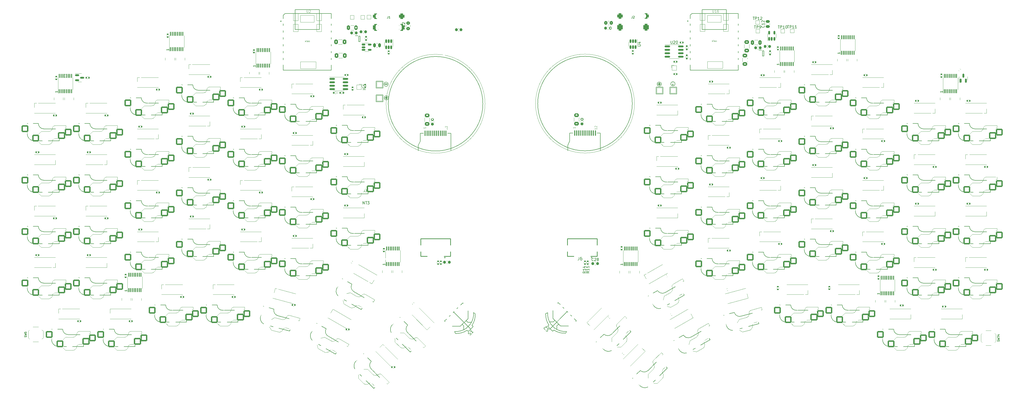
<source format=gbr>
%TF.GenerationSoftware,KiCad,Pcbnew,(6.0.5)*%
%TF.CreationDate,2022-08-12T23:05:56+08:00*%
%TF.ProjectId,ChunkyXiao,4368756e-6b79-4586-9961-6f2e6b696361,rev?*%
%TF.SameCoordinates,Original*%
%TF.FileFunction,Legend,Top*%
%TF.FilePolarity,Positive*%
%FSLAX46Y46*%
G04 Gerber Fmt 4.6, Leading zero omitted, Abs format (unit mm)*
G04 Created by KiCad (PCBNEW (6.0.5)) date 2022-08-12 23:05:56*
%MOMM*%
%LPD*%
G01*
G04 APERTURE LIST*
G04 Aperture macros list*
%AMRoundRect*
0 Rectangle with rounded corners*
0 $1 Rounding radius*
0 $2 $3 $4 $5 $6 $7 $8 $9 X,Y pos of 4 corners*
0 Add a 4 corners polygon primitive as box body*
4,1,4,$2,$3,$4,$5,$6,$7,$8,$9,$2,$3,0*
0 Add four circle primitives for the rounded corners*
1,1,$1+$1,$2,$3*
1,1,$1+$1,$4,$5*
1,1,$1+$1,$6,$7*
1,1,$1+$1,$8,$9*
0 Add four rect primitives between the rounded corners*
20,1,$1+$1,$2,$3,$4,$5,0*
20,1,$1+$1,$4,$5,$6,$7,0*
20,1,$1+$1,$6,$7,$8,$9,0*
20,1,$1+$1,$8,$9,$2,$3,0*%
%AMRotRect*
0 Rectangle, with rotation*
0 The origin of the aperture is its center*
0 $1 length*
0 $2 width*
0 $3 Rotation angle, in degrees counterclockwise*
0 Add horizontal line*
21,1,$1,$2,0,0,$3*%
G04 Aperture macros list end*
%ADD10C,0.150000*%
%ADD11C,0.152400*%
%ADD12C,0.120000*%
%ADD13C,0.119969*%
%ADD14C,0.101600*%
%ADD15C,0.076200*%
%ADD16C,0.152000*%
%ADD17C,0.127000*%
%ADD18C,0.200000*%
%ADD19C,0.203200*%
%ADD20C,0.304800*%
%ADD21C,0.066040*%
%ADD22C,0.254000*%
%ADD23C,1.701800*%
%ADD24C,3.987800*%
%ADD25C,1.600000*%
%ADD26C,3.050000*%
%ADD27C,1.900000*%
%ADD28C,3.048000*%
%ADD29C,5.050000*%
%ADD30R,1.700000X1.000000*%
%ADD31RoundRect,0.252500X1.134500X1.010000X-1.134500X1.010000X-1.134500X-1.010000X1.134500X-1.010000X0*%
%ADD32RoundRect,0.250000X1.025000X1.000000X-1.025000X1.000000X-1.025000X-1.000000X1.025000X-1.000000X0*%
%ADD33RoundRect,0.254000X1.016000X1.016000X-1.016000X1.016000X-1.016000X-1.016000X1.016000X-1.016000X0*%
%ADD34R,0.400000X0.900000*%
%ADD35RoundRect,0.250000X-0.400000X-0.625000X0.400000X-0.625000X0.400000X0.625000X-0.400000X0.625000X0*%
%ADD36RoundRect,0.140000X-0.140000X-0.170000X0.140000X-0.170000X0.140000X0.170000X-0.140000X0.170000X0*%
%ADD37RoundRect,0.150000X-0.512500X-0.150000X0.512500X-0.150000X0.512500X0.150000X-0.512500X0.150000X0*%
%ADD38RoundRect,0.160000X0.197500X0.160000X-0.197500X0.160000X-0.197500X-0.160000X0.197500X-0.160000X0*%
%ADD39RoundRect,0.100000X0.100000X-0.637500X0.100000X0.637500X-0.100000X0.637500X-0.100000X-0.637500X0*%
%ADD40RoundRect,0.140000X-0.036244X-0.217224X0.206244X-0.077224X0.036244X0.217224X-0.206244X0.077224X0*%
%ADD41C,0.650000*%
%ADD42R,0.570000X2.450000*%
%ADD43R,0.300000X2.450000*%
%ADD44RoundRect,0.500000X0.550000X0.500000X-0.550000X0.500000X-0.550000X-0.500000X0.550000X-0.500000X0*%
%ADD45O,1.000000X2.100000*%
%ADD46O,1.000000X1.600000*%
%ADD47RoundRect,0.525000X0.525000X0.725000X-0.525000X0.725000X-0.525000X-0.725000X0.525000X-0.725000X0*%
%ADD48RoundRect,0.140000X0.021213X-0.219203X0.219203X-0.021213X-0.021213X0.219203X-0.219203X0.021213X0*%
%ADD49RoundRect,0.140000X-0.170000X0.140000X-0.170000X-0.140000X0.170000X-0.140000X0.170000X0.140000X0*%
%ADD50C,1.700000*%
%ADD51RotRect,1.700000X1.000000X30.000000*%
%ADD52RoundRect,0.252500X0.477506X1.441936X-1.487506X0.307436X-0.477506X-1.441936X1.487506X-0.307436X0*%
%ADD53RoundRect,0.250000X0.387676X1.378525X-1.387676X0.353525X-0.387676X-1.378525X1.387676X-0.353525X0*%
%ADD54RoundRect,0.254000X0.371882X1.387882X-1.387882X0.371882X-0.371882X-1.387882X1.387882X-0.371882X0*%
%ADD55C,0.265000*%
%ADD56RotRect,1.700000X1.000000X45.000000*%
%ADD57RoundRect,0.250000X0.017678X1.431891X-1.431891X-0.017678X-0.017678X-1.431891X1.431891X0.017678X0*%
%ADD58RoundRect,0.252500X0.088035X1.516390X-1.516390X-0.088035X-0.088035X-1.516390X1.516390X0.088035X0*%
%ADD59RoundRect,0.254000X0.000000X1.436841X-1.436841X0.000000X0.000000X-1.436841X1.436841X0.000000X0*%
%ADD60O,3.454400X1.778000*%
%ADD61RoundRect,0.087500X-0.087500X0.912500X-0.087500X-0.912500X0.087500X-0.912500X0.087500X0.912500X0*%
%ADD62RoundRect,0.250000X-0.625000X0.400000X-0.625000X-0.400000X0.625000X-0.400000X0.625000X0.400000X0*%
%ADD63RoundRect,0.050800X1.000000X1.000000X-1.000000X1.000000X-1.000000X-1.000000X1.000000X-1.000000X0*%
%ADD64RoundRect,0.135000X-0.135000X-0.185000X0.135000X-0.185000X0.135000X0.185000X-0.135000X0.185000X0*%
%ADD65RotRect,1.700000X1.000000X150.000000*%
%ADD66RoundRect,0.252500X1.487506X0.307436X-0.477506X1.441936X-1.487506X-0.307436X0.477506X-1.441936X0*%
%ADD67RoundRect,0.250000X1.387676X0.353525X-0.387676X1.378525X-1.387676X-0.353525X0.387676X-1.378525X0*%
%ADD68RoundRect,0.254000X1.387882X0.371882X-0.371882X1.387882X-1.387882X-0.371882X0.371882X-1.387882X0*%
%ADD69R,1.000000X1.000000*%
%ADD70RoundRect,0.140000X-0.091230X-0.200442X0.179229X-0.127973X0.091230X0.200442X-0.179229X0.127973X0*%
%ADD71RoundRect,0.150000X0.150000X-0.512500X0.150000X0.512500X-0.150000X0.512500X-0.150000X-0.512500X0*%
%ADD72RoundRect,0.237500X0.300000X0.237500X-0.300000X0.237500X-0.300000X-0.237500X0.300000X-0.237500X0*%
%ADD73RoundRect,0.050800X1.000000X-1.000000X1.000000X1.000000X-1.000000X1.000000X-1.000000X-1.000000X0*%
%ADD74RoundRect,0.135000X-0.185000X0.135000X-0.185000X-0.135000X0.185000X-0.135000X0.185000X0.135000X0*%
%ADD75RoundRect,0.140000X0.170000X-0.140000X0.170000X0.140000X-0.170000X0.140000X-0.170000X-0.140000X0*%
%ADD76RoundRect,0.135000X0.226274X0.035355X0.035355X0.226274X-0.226274X-0.035355X-0.035355X-0.226274X0*%
%ADD77RoundRect,0.250000X-0.250000X-0.475000X0.250000X-0.475000X0.250000X0.475000X-0.250000X0.475000X0*%
%ADD78R,0.950000X0.450000*%
%ADD79RoundRect,0.250000X0.325000X0.450000X-0.325000X0.450000X-0.325000X-0.450000X0.325000X-0.450000X0*%
%ADD80RoundRect,0.150000X-0.825000X-0.150000X0.825000X-0.150000X0.825000X0.150000X-0.825000X0.150000X0*%
%ADD81O,2.748280X1.998980*%
%ADD82O,1.016000X2.032000*%
%ADD83C,1.143000*%
%ADD84R,0.280000X1.250000*%
%ADD85R,1.800000X2.000000*%
%ADD86RoundRect,0.250000X-0.375000X-0.625000X0.375000X-0.625000X0.375000X0.625000X-0.375000X0.625000X0*%
%ADD87RoundRect,0.150000X-0.150000X0.512500X-0.150000X-0.512500X0.150000X-0.512500X0.150000X0.512500X0*%
%ADD88RoundRect,0.160000X-0.197500X-0.160000X0.197500X-0.160000X0.197500X0.160000X-0.197500X0.160000X0*%
%ADD89O,1.778000X3.454400*%
%ADD90C,1.100000*%
%ADD91RotRect,1.300000X1.000000X45.000000*%
%ADD92RotRect,3.000000X0.900000X45.000000*%
%ADD93R,1.300000X0.800000*%
%ADD94R,0.800000X1.300000*%
%ADD95RoundRect,0.237500X-0.300000X-0.237500X0.300000X-0.237500X0.300000X0.237500X-0.300000X0.237500X0*%
%ADD96RoundRect,0.160000X-0.160000X0.197500X-0.160000X-0.197500X0.160000X-0.197500X0.160000X0.197500X0*%
%ADD97R,1.000000X1.700000*%
%ADD98RoundRect,0.237500X0.237500X-0.300000X0.237500X0.300000X-0.237500X0.300000X-0.237500X-0.300000X0*%
%ADD99RoundRect,0.150000X0.150000X-0.587500X0.150000X0.587500X-0.150000X0.587500X-0.150000X-0.587500X0*%
%ADD100RoundRect,0.250000X0.625000X-0.400000X0.625000X0.400000X-0.625000X0.400000X-0.625000X-0.400000X0*%
%ADD101RoundRect,0.250000X0.450000X-0.325000X0.450000X0.325000X-0.450000X0.325000X-0.450000X-0.325000X0*%
%ADD102RoundRect,0.140000X0.206244X0.077224X-0.036244X0.217224X-0.206244X-0.077224X0.036244X-0.217224X0*%
%ADD103RotRect,1.700000X1.000000X225.000000*%
%ADD104RoundRect,0.140000X0.219203X0.021213X0.021213X0.219203X-0.219203X-0.021213X-0.021213X-0.219203X0*%
%ADD105RotRect,1.700000X1.000000X315.000000*%
%ADD106RoundRect,0.252500X1.516390X-0.088035X-0.088035X1.516390X-1.516390X0.088035X0.088035X-1.516390X0*%
%ADD107RoundRect,0.250000X1.431891X-0.017678X-0.017678X1.431891X-1.431891X0.017678X0.017678X-1.431891X0*%
%ADD108RoundRect,0.254000X1.436841X0.000000X0.000000X1.436841X-1.436841X0.000000X0.000000X-1.436841X0*%
%ADD109RoundRect,0.135000X0.185000X-0.135000X0.185000X0.135000X-0.185000X0.135000X-0.185000X-0.135000X0*%
%ADD110RoundRect,0.150000X-0.587500X-0.150000X0.587500X-0.150000X0.587500X0.150000X-0.587500X0.150000X0*%
%ADD111RotRect,1.700000X1.000000X195.000000*%
%ADD112RoundRect,0.252500X0.834436X1.269215X-1.357250X0.681955X-0.834436X-1.269215X1.357250X-0.681955X0*%
%ADD113RoundRect,0.250000X0.731255X1.231215X-1.248893X0.700636X-0.731255X-1.231215X1.248893X-0.700636X0*%
%ADD114RoundRect,0.254000X0.718420X1.244341X-1.244341X0.718420X-0.718420X-1.244341X1.244341X-0.718420X0*%
%ADD115RotRect,1.700000X1.000000X330.000000*%
%ADD116RotRect,1.700000X1.000000X345.000000*%
%ADD117RoundRect,0.252500X1.357250X0.681955X-0.834436X1.269215X-1.357250X-0.681955X0.834436X-1.269215X0*%
%ADD118RoundRect,0.250000X1.248893X0.700636X-0.731255X1.231215X-1.248893X-0.700636X0.731255X-1.231215X0*%
%ADD119RoundRect,0.254000X1.244341X0.718420X-0.718420X1.244341X-1.244341X-0.718420X0.718420X-1.244341X0*%
%ADD120RotRect,1.300000X1.000000X135.000000*%
%ADD121RotRect,3.000000X0.900000X135.000000*%
%ADD122RoundRect,0.160000X0.160000X-0.197500X0.160000X0.197500X-0.160000X0.197500X-0.160000X-0.197500X0*%
%ADD123RotRect,1.700000X1.000000X210.000000*%
%ADD124RotRect,1.700000X1.000000X135.000000*%
%ADD125RoundRect,0.250000X0.475000X-0.250000X0.475000X0.250000X-0.475000X0.250000X-0.475000X-0.250000X0*%
%ADD126C,2.100000*%
%ADD127O,2.200000X2.100000*%
%ADD128C,0.800000*%
%ADD129C,0.600000*%
G04 APERTURE END LIST*
D10*
%TO.C,U17*%
X73271904Y-167901428D02*
X73271904Y-168358571D01*
X73271904Y-168130000D02*
X72471904Y-168130000D01*
X72586190Y-168206190D01*
X72662380Y-168282380D01*
X72700476Y-168358571D01*
D11*
%TO.C,J2*%
X260277473Y-66460916D02*
X260277473Y-67041487D01*
X260238768Y-67157601D01*
X260161359Y-67235011D01*
X260045245Y-67273716D01*
X259967835Y-67273716D01*
X260625816Y-66538325D02*
X260664521Y-66499621D01*
X260741930Y-66460916D01*
X260935454Y-66460916D01*
X261012864Y-66499621D01*
X261051568Y-66538325D01*
X261090273Y-66615735D01*
X261090273Y-66693144D01*
X261051568Y-66809259D01*
X260587111Y-67273716D01*
X261090273Y-67273716D01*
D10*
%TO.C,NT3*%
X160617142Y-136132380D02*
X160617142Y-135132380D01*
X161188571Y-136132380D01*
X161188571Y-135132380D01*
X161521904Y-135132380D02*
X162093333Y-135132380D01*
X161807619Y-136132380D02*
X161807619Y-135132380D01*
X162331428Y-135132380D02*
X162950476Y-135132380D01*
X162617142Y-135513333D01*
X162760000Y-135513333D01*
X162855238Y-135560952D01*
X162902857Y-135608571D01*
X162950476Y-135703809D01*
X162950476Y-135941904D01*
X162902857Y-136037142D01*
X162855238Y-136084761D01*
X162760000Y-136132380D01*
X162474285Y-136132380D01*
X162379047Y-136084761D01*
X162331428Y-136037142D01*
%TO.C,U18*%
X351786904Y-169021428D02*
X351786904Y-169478571D01*
X351786904Y-169250000D02*
X350986904Y-169250000D01*
X351101190Y-169326190D01*
X351177380Y-169402380D01*
X351215476Y-169478571D01*
%TO.C,IC1*%
X161552380Y-93726190D02*
X160552380Y-93726190D01*
X161457142Y-92678571D02*
X161504761Y-92726190D01*
X161552380Y-92869047D01*
X161552380Y-92964285D01*
X161504761Y-93107142D01*
X161409523Y-93202380D01*
X161314285Y-93250000D01*
X161123809Y-93297619D01*
X160980952Y-93297619D01*
X160790476Y-93250000D01*
X160695238Y-93202380D01*
X160600000Y-93107142D01*
X160552380Y-92964285D01*
X160552380Y-92869047D01*
X160600000Y-92726190D01*
X160647619Y-92678571D01*
X161552380Y-91726190D02*
X161552380Y-92297619D01*
X161552380Y-92011904D02*
X160552380Y-92011904D01*
X160695238Y-92107142D01*
X160790476Y-92202380D01*
X160838095Y-92297619D01*
D12*
%TO.C,J16*%
X191853794Y-107988872D02*
X191853794Y-108446015D01*
X191853794Y-108217444D02*
X191053794Y-108217444D01*
X191168080Y-108293634D01*
X191244270Y-108369825D01*
X191282366Y-108446015D01*
X191129985Y-107684111D02*
X191091890Y-107646015D01*
X191053794Y-107569825D01*
X191053794Y-107379349D01*
X191091890Y-107303158D01*
X191129985Y-107265063D01*
X191206175Y-107226968D01*
X191282366Y-107226968D01*
X191396651Y-107265063D01*
X191853794Y-107722206D01*
X191853794Y-107226968D01*
X183853794Y-107607920D02*
X183853794Y-108065063D01*
X183853794Y-107836492D02*
X183053794Y-107836492D01*
X183168080Y-107912682D01*
X183244270Y-107988872D01*
X183282366Y-108065063D01*
D13*
%TO.C,TP2*%
X274610351Y-93657084D02*
X275006255Y-93657084D01*
X274808303Y-94349915D02*
X274808303Y-93657084D01*
X275237198Y-94349915D02*
X275237198Y-93657084D01*
X275501134Y-93657084D01*
X275567118Y-93690076D01*
X275600110Y-93723068D01*
X275633102Y-93789052D01*
X275633102Y-93888028D01*
X275600110Y-93954012D01*
X275567118Y-93987004D01*
X275501134Y-94019996D01*
X275237198Y-94019996D01*
X275897037Y-93723068D02*
X275930029Y-93690076D01*
X275996013Y-93657084D01*
X276160973Y-93657084D01*
X276226957Y-93690076D01*
X276259949Y-93723068D01*
X276292941Y-93789052D01*
X276292941Y-93855036D01*
X276259949Y-93954012D01*
X275864045Y-94349915D01*
X276292941Y-94349915D01*
D10*
%TO.C,TP11*%
X317711904Y-69954380D02*
X318283333Y-69954380D01*
X317997619Y-70954380D02*
X317997619Y-69954380D01*
X318616666Y-70954380D02*
X318616666Y-69954380D01*
X318997619Y-69954380D01*
X319092857Y-70002000D01*
X319140476Y-70049619D01*
X319188095Y-70144857D01*
X319188095Y-70287714D01*
X319140476Y-70382952D01*
X319092857Y-70430571D01*
X318997619Y-70478190D01*
X318616666Y-70478190D01*
X320140476Y-70954380D02*
X319569047Y-70954380D01*
X319854761Y-70954380D02*
X319854761Y-69954380D01*
X319759523Y-70097238D01*
X319664285Y-70192476D01*
X319569047Y-70240095D01*
X321092857Y-70954380D02*
X320521428Y-70954380D01*
X320807142Y-70954380D02*
X320807142Y-69954380D01*
X320711904Y-70097238D01*
X320616666Y-70192476D01*
X320521428Y-70240095D01*
%TO.C,TP9*%
X305438095Y-70004380D02*
X306009523Y-70004380D01*
X305723809Y-71004380D02*
X305723809Y-70004380D01*
X306342857Y-71004380D02*
X306342857Y-70004380D01*
X306723809Y-70004380D01*
X306819047Y-70052000D01*
X306866666Y-70099619D01*
X306914285Y-70194857D01*
X306914285Y-70337714D01*
X306866666Y-70432952D01*
X306819047Y-70480571D01*
X306723809Y-70528190D01*
X306342857Y-70528190D01*
X307390476Y-71004380D02*
X307580952Y-71004380D01*
X307676190Y-70956761D01*
X307723809Y-70909142D01*
X307819047Y-70766285D01*
X307866666Y-70575809D01*
X307866666Y-70194857D01*
X307819047Y-70099619D01*
X307771428Y-70052000D01*
X307676190Y-70004380D01*
X307485714Y-70004380D01*
X307390476Y-70052000D01*
X307342857Y-70099619D01*
X307295238Y-70194857D01*
X307295238Y-70432952D01*
X307342857Y-70528190D01*
X307390476Y-70575809D01*
X307485714Y-70623428D01*
X307676190Y-70623428D01*
X307771428Y-70575809D01*
X307819047Y-70528190D01*
X307866666Y-70432952D01*
D13*
%TO.C,TP3*%
X166410592Y-92702039D02*
X166410592Y-92306135D01*
X167103423Y-92504087D02*
X166410592Y-92504087D01*
X167103423Y-92075192D02*
X166410592Y-92075192D01*
X166410592Y-91811256D01*
X166443584Y-91745272D01*
X166476576Y-91712280D01*
X166542560Y-91679288D01*
X166641536Y-91679288D01*
X166707520Y-91712280D01*
X166740512Y-91745272D01*
X166773504Y-91811256D01*
X166773504Y-92075192D01*
X166410592Y-91448345D02*
X166410592Y-91019449D01*
X166674528Y-91250393D01*
X166674528Y-91151417D01*
X166707520Y-91085433D01*
X166740512Y-91052441D01*
X166806495Y-91019449D01*
X166971455Y-91019449D01*
X167037439Y-91052441D01*
X167070431Y-91085433D01*
X167103423Y-91151417D01*
X167103423Y-91349369D01*
X167070431Y-91415353D01*
X167037439Y-91448345D01*
D10*
%TO.C,R15*%
X244302380Y-160992857D02*
X243826190Y-161326190D01*
X244302380Y-161564285D02*
X243302380Y-161564285D01*
X243302380Y-161183333D01*
X243350000Y-161088095D01*
X243397619Y-161040476D01*
X243492857Y-160992857D01*
X243635714Y-160992857D01*
X243730952Y-161040476D01*
X243778571Y-161088095D01*
X243826190Y-161183333D01*
X243826190Y-161564285D01*
X244302380Y-160040476D02*
X244302380Y-160611904D01*
X244302380Y-160326190D02*
X243302380Y-160326190D01*
X243445238Y-160421428D01*
X243540476Y-160516666D01*
X243588095Y-160611904D01*
X243302380Y-159135714D02*
X243302380Y-159611904D01*
X243778571Y-159659523D01*
X243730952Y-159611904D01*
X243683333Y-159516666D01*
X243683333Y-159278571D01*
X243730952Y-159183333D01*
X243778571Y-159135714D01*
X243873809Y-159088095D01*
X244111904Y-159088095D01*
X244207142Y-159135714D01*
X244254761Y-159183333D01*
X244302380Y-159278571D01*
X244302380Y-159516666D01*
X244254761Y-159611904D01*
X244207142Y-159659523D01*
%TO.C,U8*%
X88737795Y-78654918D02*
X88737795Y-79112061D01*
X88737795Y-78883490D02*
X87937795Y-78883490D01*
X88052081Y-78959680D01*
X88128271Y-79035870D01*
X88166367Y-79112061D01*
D14*
%TO.C,U2*%
X139789059Y-64250292D02*
X139789059Y-64969959D01*
X139831393Y-65054626D01*
X139873726Y-65096959D01*
X139958393Y-65139292D01*
X140127726Y-65139292D01*
X140212393Y-65096959D01*
X140254726Y-65054626D01*
X140297059Y-64969959D01*
X140297059Y-64250292D01*
X140678059Y-64334959D02*
X140720393Y-64292626D01*
X140805059Y-64250292D01*
X141016726Y-64250292D01*
X141101393Y-64292626D01*
X141143726Y-64334959D01*
X141186059Y-64419626D01*
X141186059Y-64504292D01*
X141143726Y-64631292D01*
X140635726Y-65139292D01*
X141186059Y-65139292D01*
D15*
X139165550Y-75998397D02*
X139484864Y-75591997D01*
X139165550Y-75591997D02*
X139484864Y-75998397D01*
X139717093Y-75998397D02*
X139717093Y-75591997D01*
X139717093Y-75388797D02*
X139688064Y-75417826D01*
X139717093Y-75446854D01*
X139746121Y-75417826D01*
X139717093Y-75388797D01*
X139717093Y-75446854D01*
X140268635Y-75998397D02*
X140268635Y-75679083D01*
X140239607Y-75621026D01*
X140181550Y-75591997D01*
X140065435Y-75591997D01*
X140007378Y-75621026D01*
X140268635Y-75969368D02*
X140210578Y-75998397D01*
X140065435Y-75998397D01*
X140007378Y-75969368D01*
X139978350Y-75911311D01*
X139978350Y-75853254D01*
X140007378Y-75795197D01*
X140065435Y-75766168D01*
X140210578Y-75766168D01*
X140268635Y-75737140D01*
X140646007Y-75998397D02*
X140587950Y-75969368D01*
X140558921Y-75940340D01*
X140529893Y-75882283D01*
X140529893Y-75708111D01*
X140558921Y-75650054D01*
X140587950Y-75621026D01*
X140646007Y-75591997D01*
X140733093Y-75591997D01*
X140791150Y-75621026D01*
X140820178Y-75650054D01*
X140849207Y-75708111D01*
X140849207Y-75882283D01*
X140820178Y-75940340D01*
X140791150Y-75969368D01*
X140733093Y-75998397D01*
X140646007Y-75998397D01*
D16*
%TO.C,J6*%
X240569376Y-155696064D02*
X240569376Y-156512493D01*
X240514948Y-156675778D01*
X240406091Y-156784635D01*
X240242805Y-156839064D01*
X240133948Y-156839064D01*
X241603519Y-155696064D02*
X241385805Y-155696064D01*
X241276948Y-155750493D01*
X241222519Y-155804921D01*
X241113662Y-155968207D01*
X241059233Y-156185921D01*
X241059233Y-156621350D01*
X241113662Y-156730207D01*
X241168091Y-156784635D01*
X241276948Y-156839064D01*
X241494662Y-156839064D01*
X241603519Y-156784635D01*
X241657948Y-156730207D01*
X241712376Y-156621350D01*
X241712376Y-156349207D01*
X241657948Y-156240350D01*
X241603519Y-156185921D01*
X241494662Y-156131493D01*
X241276948Y-156131493D01*
X241168091Y-156185921D01*
X241113662Y-156240350D01*
X241059233Y-156349207D01*
D10*
%TO.C,U4*%
X262400787Y-77611707D02*
X263210311Y-77611707D01*
X263305549Y-77564088D01*
X263353168Y-77516469D01*
X263400787Y-77421231D01*
X263400787Y-77230755D01*
X263353168Y-77135517D01*
X263305549Y-77087898D01*
X263210311Y-77040279D01*
X262400787Y-77040279D01*
X262734121Y-76135517D02*
X263400787Y-76135517D01*
X262353168Y-76373612D02*
X263067454Y-76611707D01*
X263067454Y-75992660D01*
%TO.C,U15*%
X256754417Y-158189040D02*
X256754417Y-158646183D01*
X256754417Y-158417612D02*
X255954417Y-158417612D01*
X256068703Y-158493802D01*
X256144893Y-158569992D01*
X256182989Y-158646183D01*
D16*
%TO.C,S2*%
X229517615Y-182563701D02*
X229440641Y-182409754D01*
X229248207Y-182217320D01*
X229132747Y-182178833D01*
X229055773Y-182178833D01*
X228940313Y-182217320D01*
X228863339Y-182294294D01*
X228824852Y-182409754D01*
X228824852Y-182486728D01*
X228863339Y-182602188D01*
X228978800Y-182794622D01*
X229017286Y-182910083D01*
X229017286Y-182987056D01*
X228978800Y-183102517D01*
X228901826Y-183179490D01*
X228786366Y-183217977D01*
X228709392Y-183217977D01*
X228593932Y-183179490D01*
X228401497Y-182987056D01*
X228324524Y-182833109D01*
X228055116Y-182486728D02*
X227978143Y-182486728D01*
X227862682Y-182448241D01*
X227670248Y-182255807D01*
X227631761Y-182140346D01*
X227631761Y-182063373D01*
X227670248Y-181947912D01*
X227747222Y-181870939D01*
X227901169Y-181793965D01*
X228824852Y-181793965D01*
X228324524Y-181293636D01*
D14*
%TO.C,U16*%
X289949123Y-64200286D02*
X289949123Y-64919953D01*
X289991456Y-65004620D01*
X290033790Y-65046953D01*
X290118456Y-65089286D01*
X290287790Y-65089286D01*
X290372456Y-65046953D01*
X290414790Y-65004620D01*
X290457123Y-64919953D01*
X290457123Y-64200286D01*
X291346123Y-65089286D02*
X290838123Y-65089286D01*
X291092123Y-65089286D02*
X291092123Y-64200286D01*
X291007456Y-64327286D01*
X290922790Y-64411953D01*
X290838123Y-64454286D01*
X292108123Y-64200286D02*
X291938790Y-64200286D01*
X291854123Y-64242620D01*
X291811790Y-64284953D01*
X291727123Y-64411953D01*
X291684790Y-64581286D01*
X291684790Y-64919953D01*
X291727123Y-65004620D01*
X291769456Y-65046953D01*
X291854123Y-65089286D01*
X292023456Y-65089286D01*
X292108123Y-65046953D01*
X292150456Y-65004620D01*
X292192790Y-64919953D01*
X292192790Y-64708286D01*
X292150456Y-64623620D01*
X292108123Y-64581286D01*
X292023456Y-64538953D01*
X291854123Y-64538953D01*
X291769456Y-64581286D01*
X291727123Y-64623620D01*
X291684790Y-64708286D01*
D15*
X289748947Y-75948391D02*
X290068261Y-75541991D01*
X289748947Y-75541991D02*
X290068261Y-75948391D01*
X290300490Y-75948391D02*
X290300490Y-75541991D01*
X290300490Y-75338791D02*
X290271461Y-75367820D01*
X290300490Y-75396848D01*
X290329518Y-75367820D01*
X290300490Y-75338791D01*
X290300490Y-75396848D01*
X290852032Y-75948391D02*
X290852032Y-75629077D01*
X290823004Y-75571020D01*
X290764947Y-75541991D01*
X290648832Y-75541991D01*
X290590775Y-75571020D01*
X290852032Y-75919362D02*
X290793975Y-75948391D01*
X290648832Y-75948391D01*
X290590775Y-75919362D01*
X290561747Y-75861305D01*
X290561747Y-75803248D01*
X290590775Y-75745191D01*
X290648832Y-75716162D01*
X290793975Y-75716162D01*
X290852032Y-75687134D01*
X291229404Y-75948391D02*
X291171347Y-75919362D01*
X291142318Y-75890334D01*
X291113290Y-75832277D01*
X291113290Y-75658105D01*
X291142318Y-75600048D01*
X291171347Y-75571020D01*
X291229404Y-75541991D01*
X291316490Y-75541991D01*
X291374547Y-75571020D01*
X291403575Y-75600048D01*
X291432604Y-75658105D01*
X291432604Y-75832277D01*
X291403575Y-75890334D01*
X291374547Y-75919362D01*
X291316490Y-75948391D01*
X291229404Y-75948391D01*
D10*
%TO.C,SW5*%
X36059222Y-185309827D02*
X36092555Y-185209827D01*
X36092555Y-185043160D01*
X36059222Y-184976494D01*
X36025889Y-184943160D01*
X35959222Y-184909827D01*
X35892555Y-184909827D01*
X35825889Y-184943160D01*
X35792555Y-184976494D01*
X35759222Y-185043160D01*
X35725889Y-185176494D01*
X35692555Y-185243160D01*
X35659222Y-185276494D01*
X35592555Y-185309827D01*
X35525889Y-185309827D01*
X35459222Y-185276494D01*
X35425889Y-185243160D01*
X35392555Y-185176494D01*
X35392555Y-185009827D01*
X35425889Y-184909827D01*
X35392555Y-184676494D02*
X36092555Y-184509827D01*
X35592555Y-184376494D01*
X36092555Y-184243160D01*
X35392555Y-184076494D01*
X35392555Y-183476494D02*
X35392555Y-183809827D01*
X35725889Y-183843160D01*
X35692555Y-183809827D01*
X35659222Y-183743160D01*
X35659222Y-183576494D01*
X35692555Y-183509827D01*
X35725889Y-183476494D01*
X35792555Y-183443160D01*
X35959222Y-183443160D01*
X36025889Y-183476494D01*
X36059222Y-183509827D01*
X36092555Y-183576494D01*
X36092555Y-183743160D01*
X36059222Y-183809827D01*
X36025889Y-183843160D01*
D13*
%TO.C,TP1*%
X166410592Y-97782036D02*
X166410592Y-97386132D01*
X167103423Y-97584084D02*
X166410592Y-97584084D01*
X167103423Y-97155189D02*
X166410592Y-97155189D01*
X166410592Y-96891253D01*
X166443584Y-96825269D01*
X166476576Y-96792277D01*
X166542560Y-96759285D01*
X166641536Y-96759285D01*
X166707520Y-96792277D01*
X166740512Y-96825269D01*
X166773504Y-96891253D01*
X166773504Y-97155189D01*
X167103423Y-96099446D02*
X167103423Y-96495350D01*
X167103423Y-96297398D02*
X166410592Y-96297398D01*
X166509568Y-96363382D01*
X166575552Y-96429366D01*
X166608544Y-96495350D01*
D10*
%TO.C,TP12*%
X304911904Y-66804380D02*
X305483333Y-66804380D01*
X305197619Y-67804380D02*
X305197619Y-66804380D01*
X305816666Y-67804380D02*
X305816666Y-66804380D01*
X306197619Y-66804380D01*
X306292857Y-66852000D01*
X306340476Y-66899619D01*
X306388095Y-66994857D01*
X306388095Y-67137714D01*
X306340476Y-67232952D01*
X306292857Y-67280571D01*
X306197619Y-67328190D01*
X305816666Y-67328190D01*
X307340476Y-67804380D02*
X306769047Y-67804380D01*
X307054761Y-67804380D02*
X307054761Y-66804380D01*
X306959523Y-66947238D01*
X306864285Y-67042476D01*
X306769047Y-67090095D01*
X307721428Y-66899619D02*
X307769047Y-66852000D01*
X307864285Y-66804380D01*
X308102380Y-66804380D01*
X308197619Y-66852000D01*
X308245238Y-66899619D01*
X308292857Y-66994857D01*
X308292857Y-67090095D01*
X308245238Y-67232952D01*
X307673809Y-67804380D01*
X308292857Y-67804380D01*
%TO.C,C28*%
X245907142Y-157027142D02*
X245859523Y-157074761D01*
X245716666Y-157122380D01*
X245621428Y-157122380D01*
X245478571Y-157074761D01*
X245383333Y-156979523D01*
X245335714Y-156884285D01*
X245288095Y-156693809D01*
X245288095Y-156550952D01*
X245335714Y-156360476D01*
X245383333Y-156265238D01*
X245478571Y-156170000D01*
X245621428Y-156122380D01*
X245716666Y-156122380D01*
X245859523Y-156170000D01*
X245907142Y-156217619D01*
X246288095Y-156217619D02*
X246335714Y-156170000D01*
X246430952Y-156122380D01*
X246669047Y-156122380D01*
X246764285Y-156170000D01*
X246811904Y-156217619D01*
X246859523Y-156312857D01*
X246859523Y-156408095D01*
X246811904Y-156550952D01*
X246240476Y-157122380D01*
X246859523Y-157122380D01*
X247430952Y-156550952D02*
X247335714Y-156503333D01*
X247288095Y-156455714D01*
X247240476Y-156360476D01*
X247240476Y-156312857D01*
X247288095Y-156217619D01*
X247335714Y-156170000D01*
X247430952Y-156122380D01*
X247621428Y-156122380D01*
X247716666Y-156170000D01*
X247764285Y-156217619D01*
X247811904Y-156312857D01*
X247811904Y-156360476D01*
X247764285Y-156455714D01*
X247716666Y-156503333D01*
X247621428Y-156550952D01*
X247430952Y-156550952D01*
X247335714Y-156598571D01*
X247288095Y-156646190D01*
X247240476Y-156741428D01*
X247240476Y-156931904D01*
X247288095Y-157027142D01*
X247335714Y-157074761D01*
X247430952Y-157122380D01*
X247621428Y-157122380D01*
X247716666Y-157074761D01*
X247764285Y-157027142D01*
X247811904Y-156931904D01*
X247811904Y-156741428D01*
X247764285Y-156646190D01*
X247716666Y-156598571D01*
X247621428Y-156550952D01*
D12*
%TO.C,J15*%
X247158795Y-107926373D02*
X247158795Y-108383516D01*
X247158795Y-108154945D02*
X246358795Y-108154945D01*
X246473081Y-108231135D01*
X246549271Y-108307326D01*
X246587367Y-108383516D01*
X246434986Y-107621612D02*
X246396891Y-107583516D01*
X246358795Y-107507326D01*
X246358795Y-107316850D01*
X246396891Y-107240659D01*
X246434986Y-107202564D01*
X246511176Y-107164469D01*
X246587367Y-107164469D01*
X246701652Y-107202564D01*
X247158795Y-107659707D01*
X247158795Y-107164469D01*
X239158795Y-107545421D02*
X239158795Y-108002564D01*
X239158795Y-107773993D02*
X238358795Y-107773993D01*
X238473081Y-107850183D01*
X238549271Y-107926373D01*
X238587367Y-108002564D01*
D10*
%TO.C,FB2*%
X175628571Y-70883333D02*
X175628571Y-71216666D01*
X176152380Y-71216666D02*
X175152380Y-71216666D01*
X175152380Y-70740476D01*
X175628571Y-70026190D02*
X175676190Y-69883333D01*
X175723809Y-69835714D01*
X175819047Y-69788095D01*
X175961904Y-69788095D01*
X176057142Y-69835714D01*
X176104761Y-69883333D01*
X176152380Y-69978571D01*
X176152380Y-70359523D01*
X175152380Y-70359523D01*
X175152380Y-70026190D01*
X175200000Y-69930952D01*
X175247619Y-69883333D01*
X175342857Y-69835714D01*
X175438095Y-69835714D01*
X175533333Y-69883333D01*
X175580952Y-69930952D01*
X175628571Y-70026190D01*
X175628571Y-70359523D01*
X175247619Y-69407142D02*
X175200000Y-69359523D01*
X175152380Y-69264285D01*
X175152380Y-69026190D01*
X175200000Y-68930952D01*
X175247619Y-68883333D01*
X175342857Y-68835714D01*
X175438095Y-68835714D01*
X175580952Y-68883333D01*
X176152380Y-69454761D01*
X176152380Y-68835714D01*
%TO.C,SW74*%
X396133221Y-186928160D02*
X396166554Y-186828160D01*
X396166554Y-186661494D01*
X396133221Y-186594827D01*
X396099888Y-186561494D01*
X396033221Y-186528160D01*
X395966554Y-186528160D01*
X395899888Y-186561494D01*
X395866554Y-186594827D01*
X395833221Y-186661494D01*
X395799888Y-186794827D01*
X395766554Y-186861494D01*
X395733221Y-186894827D01*
X395666554Y-186928160D01*
X395599888Y-186928160D01*
X395533221Y-186894827D01*
X395499888Y-186861494D01*
X395466554Y-186794827D01*
X395466554Y-186628160D01*
X395499888Y-186528160D01*
X395466554Y-186294827D02*
X396166554Y-186128160D01*
X395666554Y-185994827D01*
X396166554Y-185861494D01*
X395466554Y-185694827D01*
X395466554Y-185494827D02*
X395466554Y-185028160D01*
X396166554Y-185328160D01*
X395699888Y-184461494D02*
X396166554Y-184461494D01*
X395433221Y-184628160D02*
X395933221Y-184794827D01*
X395933221Y-184361494D01*
%TO.C,U9*%
X337111794Y-79939921D02*
X337111794Y-80397064D01*
X337111794Y-80168493D02*
X336311794Y-80168493D01*
X336426080Y-80244683D01*
X336502270Y-80320873D01*
X336540366Y-80397064D01*
%TO.C,R14*%
X243052380Y-161042857D02*
X242576190Y-161376190D01*
X243052380Y-161614285D02*
X242052380Y-161614285D01*
X242052380Y-161233333D01*
X242100000Y-161138095D01*
X242147619Y-161090476D01*
X242242857Y-161042857D01*
X242385714Y-161042857D01*
X242480952Y-161090476D01*
X242528571Y-161138095D01*
X242576190Y-161233333D01*
X242576190Y-161614285D01*
X243052380Y-160090476D02*
X243052380Y-160661904D01*
X243052380Y-160376190D02*
X242052380Y-160376190D01*
X242195238Y-160471428D01*
X242290476Y-160566666D01*
X242338095Y-160661904D01*
X242385714Y-159233333D02*
X243052380Y-159233333D01*
X242004761Y-159471428D02*
X242719047Y-159709523D01*
X242719047Y-159090476D01*
%TO.C,U11*%
X120778796Y-84707921D02*
X120778796Y-85165064D01*
X120778796Y-84936493D02*
X119978796Y-84936493D01*
X120093082Y-85012683D01*
X120169272Y-85088873D01*
X120207368Y-85165064D01*
%TO.C,U5*%
X47578792Y-94232921D02*
X47578792Y-94690064D01*
X47578792Y-94461493D02*
X46778792Y-94461493D01*
X46893078Y-94537683D01*
X46969268Y-94613873D01*
X47007364Y-94690064D01*
%TO.C,U6*%
X375111793Y-94232921D02*
X375111793Y-94690064D01*
X375111793Y-94461493D02*
X374311793Y-94461493D01*
X374426079Y-94537683D01*
X374502269Y-94613873D01*
X374540365Y-94690064D01*
D11*
%TO.C,J1*%
X169858637Y-66510923D02*
X169858637Y-67091494D01*
X169819932Y-67207608D01*
X169742523Y-67285018D01*
X169626409Y-67323723D01*
X169548999Y-67323723D01*
X170671437Y-67323723D02*
X170206980Y-67323723D01*
X170439209Y-67323723D02*
X170439209Y-66510923D01*
X170361799Y-66627037D01*
X170284390Y-66704447D01*
X170206980Y-66743151D01*
D10*
%TO.C,U12*%
X314611904Y-84096428D02*
X314611904Y-84553571D01*
X314611904Y-84325000D02*
X313811904Y-84325000D01*
X313926190Y-84401190D01*
X314002380Y-84477380D01*
X314040476Y-84553571D01*
%TO.C,NT2*%
X160617142Y-131412380D02*
X160617142Y-130412380D01*
X161188571Y-131412380D01*
X161188571Y-130412380D01*
X161521904Y-130412380D02*
X162093333Y-130412380D01*
X161807619Y-131412380D02*
X161807619Y-130412380D01*
X162379047Y-130507619D02*
X162426666Y-130460000D01*
X162521904Y-130412380D01*
X162760000Y-130412380D01*
X162855238Y-130460000D01*
X162902857Y-130507619D01*
X162950476Y-130602857D01*
X162950476Y-130698095D01*
X162902857Y-130840952D01*
X162331428Y-131412380D01*
X162950476Y-131412380D01*
%TO.C,TP10*%
X314211904Y-70004380D02*
X314783333Y-70004380D01*
X314497619Y-71004380D02*
X314497619Y-70004380D01*
X315116666Y-71004380D02*
X315116666Y-70004380D01*
X315497619Y-70004380D01*
X315592857Y-70052000D01*
X315640476Y-70099619D01*
X315688095Y-70194857D01*
X315688095Y-70337714D01*
X315640476Y-70432952D01*
X315592857Y-70480571D01*
X315497619Y-70528190D01*
X315116666Y-70528190D01*
X316640476Y-71004380D02*
X316069047Y-71004380D01*
X316354761Y-71004380D02*
X316354761Y-70004380D01*
X316259523Y-70147238D01*
X316164285Y-70242476D01*
X316069047Y-70290095D01*
X317259523Y-70004380D02*
X317354761Y-70004380D01*
X317450000Y-70052000D01*
X317497619Y-70099619D01*
X317545238Y-70194857D01*
X317592857Y-70385333D01*
X317592857Y-70623428D01*
X317545238Y-70813904D01*
X317497619Y-70909142D01*
X317450000Y-70956761D01*
X317354761Y-71004380D01*
X317259523Y-71004380D01*
X317164285Y-70956761D01*
X317116666Y-70909142D01*
X317069047Y-70813904D01*
X317021428Y-70623428D01*
X317021428Y-70385333D01*
X317069047Y-70194857D01*
X317116666Y-70099619D01*
X317164285Y-70052000D01*
X317259523Y-70004380D01*
D16*
%TO.C,S1*%
X200236399Y-184638239D02*
X200390346Y-184561265D01*
X200582780Y-184368831D01*
X200621267Y-184253371D01*
X200621267Y-184176397D01*
X200582780Y-184060937D01*
X200505807Y-183983963D01*
X200390346Y-183945476D01*
X200313373Y-183945476D01*
X200197912Y-183983963D01*
X200005478Y-184099423D01*
X199890018Y-184137910D01*
X199813044Y-184137910D01*
X199697584Y-184099423D01*
X199620610Y-184022450D01*
X199582123Y-183906989D01*
X199582123Y-183830016D01*
X199620610Y-183714555D01*
X199813044Y-183522121D01*
X199966991Y-183445148D01*
X201506464Y-183445148D02*
X201044622Y-183906989D01*
X201275543Y-183676068D02*
X200467320Y-182867845D01*
X200505807Y-183060279D01*
X200505807Y-183214227D01*
X200467320Y-183329687D01*
D10*
%TO.C,U20*%
X274541904Y-75662380D02*
X274541904Y-76471904D01*
X274589523Y-76567142D01*
X274637142Y-76614761D01*
X274732380Y-76662380D01*
X274922857Y-76662380D01*
X275018095Y-76614761D01*
X275065714Y-76567142D01*
X275113333Y-76471904D01*
X275113333Y-75662380D01*
X275541904Y-75757619D02*
X275589523Y-75710000D01*
X275684761Y-75662380D01*
X275922857Y-75662380D01*
X276018095Y-75710000D01*
X276065714Y-75757619D01*
X276113333Y-75852857D01*
X276113333Y-75948095D01*
X276065714Y-76090952D01*
X275494285Y-76662380D01*
X276113333Y-76662380D01*
X276732380Y-75662380D02*
X276827619Y-75662380D01*
X276922857Y-75710000D01*
X276970476Y-75757619D01*
X277018095Y-75852857D01*
X277065714Y-76043333D01*
X277065714Y-76281428D01*
X277018095Y-76471904D01*
X276970476Y-76567142D01*
X276922857Y-76614761D01*
X276827619Y-76662380D01*
X276732380Y-76662380D01*
X276637142Y-76614761D01*
X276589523Y-76567142D01*
X276541904Y-76471904D01*
X276494285Y-76281428D01*
X276494285Y-76043333D01*
X276541904Y-75852857D01*
X276589523Y-75757619D01*
X276637142Y-75710000D01*
X276732380Y-75662380D01*
D13*
%TO.C,TP4*%
X269530354Y-93657085D02*
X269926258Y-93657085D01*
X269728306Y-94349916D02*
X269728306Y-93657085D01*
X270157201Y-94349916D02*
X270157201Y-93657085D01*
X270421137Y-93657085D01*
X270487121Y-93690077D01*
X270520113Y-93723069D01*
X270553105Y-93789053D01*
X270553105Y-93888029D01*
X270520113Y-93954013D01*
X270487121Y-93987005D01*
X270421137Y-94019997D01*
X270157201Y-94019997D01*
X271146960Y-93888029D02*
X271146960Y-94349916D01*
X270982000Y-93624093D02*
X270817040Y-94118972D01*
X271245936Y-94118972D01*
D10*
%TO.C,U13*%
X168754417Y-158189040D02*
X168754417Y-158646183D01*
X168754417Y-158417612D02*
X167954417Y-158417612D01*
X168068703Y-158493802D01*
X168144893Y-158569992D01*
X168182989Y-158646183D01*
%TO.C,C12*%
X309077142Y-70042857D02*
X309124761Y-70090476D01*
X309172380Y-70233333D01*
X309172380Y-70328571D01*
X309124761Y-70471428D01*
X309029523Y-70566666D01*
X308934285Y-70614285D01*
X308743809Y-70661904D01*
X308600952Y-70661904D01*
X308410476Y-70614285D01*
X308315238Y-70566666D01*
X308220000Y-70471428D01*
X308172380Y-70328571D01*
X308172380Y-70233333D01*
X308220000Y-70090476D01*
X308267619Y-70042857D01*
X309172380Y-69090476D02*
X309172380Y-69661904D01*
X309172380Y-69376190D02*
X308172380Y-69376190D01*
X308315238Y-69471428D01*
X308410476Y-69566666D01*
X308458095Y-69661904D01*
X308267619Y-68709523D02*
X308220000Y-68661904D01*
X308172380Y-68566666D01*
X308172380Y-68328571D01*
X308220000Y-68233333D01*
X308267619Y-68185714D01*
X308362857Y-68138095D01*
X308458095Y-68138095D01*
X308600952Y-68185714D01*
X309172380Y-68757142D01*
X309172380Y-68138095D01*
D12*
%TO.C,SW18*%
X101896889Y-132917492D02*
X101334889Y-133022492D01*
X101434889Y-137814492D02*
X101837889Y-137734492D01*
X103416889Y-130881492D02*
X103142889Y-131051492D01*
X103142889Y-131051492D02*
X102949889Y-131309492D01*
X96141889Y-122513492D02*
X96141889Y-124113492D01*
X107812889Y-131764492D02*
X107812889Y-130822492D01*
X98687889Y-137814492D02*
X101434889Y-137814492D01*
X103043889Y-135945492D02*
X103410889Y-135701492D01*
X102949889Y-131309492D02*
X102867889Y-131607492D01*
D17*
X93541889Y-130043492D02*
X93741889Y-130043492D01*
D12*
X103941889Y-122513492D02*
X96141889Y-122513492D01*
X102867889Y-131607492D02*
X102713889Y-132165492D01*
X102375889Y-132618492D02*
X101896889Y-132917492D01*
X102179889Y-137505492D02*
X102712889Y-136972492D01*
X102799889Y-136312492D02*
X103043889Y-135945492D01*
X102713889Y-132165492D02*
X102375889Y-132618492D01*
X101837889Y-137734492D02*
X102179889Y-137505492D01*
X107449889Y-131764492D02*
X107812889Y-131764492D01*
X93541889Y-133943492D02*
X93541889Y-133343492D01*
X96141889Y-126213492D02*
X103941889Y-126213492D01*
X101334889Y-133022492D02*
X98687889Y-133022492D01*
D17*
X105341889Y-136443492D02*
X98041889Y-136443492D01*
X95741889Y-130043492D02*
X97641889Y-130043492D01*
X105341889Y-136443492D02*
X105341889Y-135843492D01*
D12*
X97750889Y-136877492D02*
X98687889Y-137814492D01*
X102712889Y-136972492D02*
X102712889Y-136750492D01*
X102712889Y-136750492D02*
X102799889Y-136312492D01*
X98687889Y-133022492D02*
X97666889Y-134043492D01*
X103848889Y-135614492D02*
X104841889Y-135614492D01*
X107812889Y-130822492D02*
X103726889Y-130822492D01*
X103410889Y-135701492D02*
X103848889Y-135614492D01*
D17*
X99641889Y-132043492D02*
X104041889Y-132043492D01*
D12*
X103726889Y-130822492D02*
X103416889Y-130881492D01*
D17*
X93541889Y-133943492D02*
G75*
G03*
X95341889Y-136343492I2500000J0D01*
G01*
X97641889Y-130043492D02*
G75*
G03*
X99641889Y-132043492I2000000J0D01*
G01*
D12*
%TO.C,SW62*%
X352376888Y-140713497D02*
X352743888Y-140469497D01*
X351229888Y-137685497D02*
X350667888Y-137790497D01*
X357145888Y-136532497D02*
X357145888Y-135590497D01*
X348020888Y-137790497D02*
X346999888Y-138811497D01*
D17*
X348974888Y-136811497D02*
X353374888Y-136811497D01*
D12*
X348020888Y-142582497D02*
X350767888Y-142582497D01*
X352743888Y-140469497D02*
X353181888Y-140382497D01*
D17*
X345074888Y-134811497D02*
X346974888Y-134811497D01*
D12*
X352045888Y-141740497D02*
X352045888Y-141518497D01*
X350767888Y-142582497D02*
X351170888Y-142502497D01*
X352749888Y-135649497D02*
X352475888Y-135819497D01*
X345474888Y-130981497D02*
X353274888Y-130981497D01*
X347083888Y-141645497D02*
X348020888Y-142582497D01*
X356782888Y-136532497D02*
X357145888Y-136532497D01*
X351170888Y-142502497D02*
X351512888Y-142273497D01*
X351708888Y-137386497D02*
X351229888Y-137685497D01*
X353181888Y-140382497D02*
X354174888Y-140382497D01*
X351512888Y-142273497D02*
X352045888Y-141740497D01*
D17*
X354674888Y-141211497D02*
X354674888Y-140611497D01*
D12*
X350667888Y-137790497D02*
X348020888Y-137790497D01*
X353274888Y-127281497D02*
X345474888Y-127281497D01*
X342874888Y-138711497D02*
X342874888Y-138111497D01*
X357145888Y-135590497D02*
X353059888Y-135590497D01*
X352045888Y-141518497D02*
X352132888Y-141080497D01*
X353059888Y-135590497D02*
X352749888Y-135649497D01*
X352046888Y-136933497D02*
X351708888Y-137386497D01*
X353274888Y-130981497D02*
X353274888Y-129381497D01*
X352200888Y-136375497D02*
X352046888Y-136933497D01*
X352132888Y-141080497D02*
X352376888Y-140713497D01*
D17*
X342874888Y-134811497D02*
X343074888Y-134811497D01*
D12*
X352475888Y-135819497D02*
X352282888Y-136077497D01*
X352282888Y-136077497D02*
X352200888Y-136375497D01*
D17*
X354674888Y-141211497D02*
X347374888Y-141211497D01*
X342874888Y-138711497D02*
G75*
G03*
X344674888Y-141111497I2500000J0D01*
G01*
X346974888Y-134811497D02*
G75*
G03*
X348974888Y-136811497I2000000J0D01*
G01*
D12*
%TO.C,SW19*%
X107449888Y-150814491D02*
X107812888Y-150814491D01*
X103416888Y-149931491D02*
X103142888Y-150101491D01*
X98687888Y-152072491D02*
X97666888Y-153093491D01*
X102867888Y-150657491D02*
X102713888Y-151215491D01*
X103848888Y-154664491D02*
X104841888Y-154664491D01*
D17*
X105341888Y-155493491D02*
X98041888Y-155493491D01*
D12*
X102375888Y-151668491D02*
X101896888Y-151967491D01*
D17*
X105341888Y-155493491D02*
X105341888Y-154893491D01*
D12*
X101434888Y-156864491D02*
X101837888Y-156784491D01*
X102949888Y-150359491D02*
X102867888Y-150657491D01*
X103142888Y-150101491D02*
X102949888Y-150359491D01*
X103726888Y-149872491D02*
X103416888Y-149931491D01*
D17*
X99641888Y-151093491D02*
X104041888Y-151093491D01*
D12*
X102179888Y-156555491D02*
X102712888Y-156022491D01*
X102799888Y-155362491D02*
X103043888Y-154995491D01*
X101837888Y-156784491D02*
X102179888Y-156555491D01*
X103043888Y-154995491D02*
X103410888Y-154751491D01*
X103941888Y-145263491D02*
X103941888Y-143663491D01*
X102712888Y-155800491D02*
X102799888Y-155362491D01*
X107812888Y-150814491D02*
X107812888Y-149872491D01*
X93541888Y-152993491D02*
X93541888Y-152393491D01*
X97750888Y-155927491D02*
X98687888Y-156864491D01*
X102712888Y-156022491D02*
X102712888Y-155800491D01*
X96141888Y-145263491D02*
X103941888Y-145263491D01*
X103410888Y-154751491D02*
X103848888Y-154664491D01*
D17*
X93541888Y-149093491D02*
X93741888Y-149093491D01*
D12*
X102713888Y-151215491D02*
X102375888Y-151668491D01*
X101896888Y-151967491D02*
X101334888Y-152072491D01*
X98687888Y-156864491D02*
X101434888Y-156864491D01*
X107812888Y-149872491D02*
X103726888Y-149872491D01*
X103941888Y-141563491D02*
X96141888Y-141563491D01*
X101334888Y-152072491D02*
X98687888Y-152072491D01*
D17*
X95741888Y-149093491D02*
X97641888Y-149093491D01*
X93541888Y-152993491D02*
G75*
G03*
X95341888Y-155393491I2500000J0D01*
G01*
X97641888Y-149093491D02*
G75*
G03*
X99641888Y-151093491I2000000J0D01*
G01*
D12*
%TO.C,RN10*%
X316320002Y-87350004D02*
X316320002Y-86550004D01*
X312880002Y-87350004D02*
X312880002Y-86550004D01*
%TO.C,R6*%
X151522936Y-76960000D02*
X152977064Y-76960000D01*
X151522936Y-75140000D02*
X152977064Y-75140000D01*
%TO.C,RN5*%
X90870000Y-82740000D02*
X90870000Y-81940000D01*
X87430000Y-82740000D02*
X87430000Y-81940000D01*
%TO.C,SW21*%
X122898892Y-102282493D02*
X123891892Y-102282493D01*
X116800892Y-103545493D02*
X117737892Y-104482493D01*
X121849892Y-102980493D02*
X122093892Y-102613493D01*
X120887892Y-104402493D02*
X121229892Y-104173493D01*
X117737892Y-104482493D02*
X120484892Y-104482493D01*
X121762892Y-103640493D02*
X121762892Y-103418493D01*
X126499892Y-98432493D02*
X126862892Y-98432493D01*
X121999892Y-97977493D02*
X121917892Y-98275493D01*
X117737892Y-99690493D02*
X116716892Y-100711493D01*
D17*
X124391892Y-103111493D02*
X117091892Y-103111493D01*
D12*
X120946892Y-99585493D02*
X120384892Y-99690493D01*
D17*
X118691892Y-98711493D02*
X123091892Y-98711493D01*
D12*
X121917892Y-98275493D02*
X121763892Y-98833493D01*
D17*
X114791892Y-96711493D02*
X116691892Y-96711493D01*
D12*
X122991892Y-89181493D02*
X115191892Y-89181493D01*
X126862892Y-98432493D02*
X126862892Y-97490493D01*
X121763892Y-98833493D02*
X121425892Y-99286493D01*
X122460892Y-102369493D02*
X122898892Y-102282493D01*
D17*
X112591892Y-96711493D02*
X112791892Y-96711493D01*
D12*
X126862892Y-97490493D02*
X122776892Y-97490493D01*
X115191892Y-92881493D02*
X122991892Y-92881493D01*
X120484892Y-104482493D02*
X120887892Y-104402493D01*
X120384892Y-99690493D02*
X117737892Y-99690493D01*
X112591892Y-100611493D02*
X112591892Y-100011493D01*
X121762892Y-103418493D02*
X121849892Y-102980493D01*
X122192892Y-97719493D02*
X121999892Y-97977493D01*
D17*
X124391892Y-103111493D02*
X124391892Y-102511493D01*
D12*
X122093892Y-102613493D02*
X122460892Y-102369493D01*
X121425892Y-99286493D02*
X120946892Y-99585493D01*
X122466892Y-97549493D02*
X122192892Y-97719493D01*
X122776892Y-97490493D02*
X122466892Y-97549493D01*
X121229892Y-104173493D02*
X121762892Y-103640493D01*
X115191892Y-89181493D02*
X115191892Y-90781493D01*
D17*
X112591892Y-100611493D02*
G75*
G03*
X114391892Y-103011493I2500000J0D01*
G01*
X116691892Y-96711493D02*
G75*
G03*
X118691892Y-98711493I2000000J0D01*
G01*
D12*
%TO.C,C98*%
X93634054Y-170816494D02*
X93849726Y-170816494D01*
X93634054Y-170096494D02*
X93849726Y-170096494D01*
%TO.C,U1*%
X161940000Y-76450000D02*
X160140000Y-76450000D01*
X161940000Y-79570000D02*
X161140000Y-79570000D01*
X161940000Y-79570000D02*
X162740000Y-79570000D01*
X161940000Y-76450000D02*
X162740000Y-76450000D01*
%TO.C,R5*%
X152917621Y-94470000D02*
X152582379Y-94470000D01*
X152917621Y-95230000D02*
X152582379Y-95230000D01*
%TO.C,U17*%
X78945000Y-165130000D02*
X78945000Y-167330000D01*
X73475000Y-165130000D02*
X73475000Y-162930000D01*
X73475000Y-165130000D02*
X73475000Y-168730000D01*
X78945000Y-165130000D02*
X78945000Y-162930000D01*
%TO.C,C62*%
X274376611Y-176742149D02*
X274563389Y-176634313D01*
X274736611Y-177365687D02*
X274923389Y-177257851D01*
D17*
%TO.C,SW50*%
X304774890Y-96711495D02*
X304974890Y-96711495D01*
X316574890Y-103111495D02*
X309274890Y-103111495D01*
D12*
X314032890Y-102980495D02*
X314276890Y-102613495D01*
X315174890Y-92881495D02*
X315174890Y-91281495D01*
X318682890Y-98432495D02*
X319045890Y-98432495D01*
X314182890Y-97977495D02*
X314100890Y-98275495D01*
X313412890Y-104173495D02*
X313945890Y-103640495D01*
X313608890Y-99286495D02*
X313129890Y-99585495D01*
X314649890Y-97549495D02*
X314375890Y-97719495D01*
X315174890Y-89181495D02*
X307374890Y-89181495D01*
X309920890Y-99690495D02*
X308899890Y-100711495D01*
X319045890Y-97490495D02*
X314959890Y-97490495D01*
X314100890Y-98275495D02*
X313946890Y-98833495D01*
X319045890Y-98432495D02*
X319045890Y-97490495D01*
D17*
X306974890Y-96711495D02*
X308874890Y-96711495D01*
D12*
X308983890Y-103545495D02*
X309920890Y-104482495D01*
X314959890Y-97490495D02*
X314649890Y-97549495D01*
X312667890Y-104482495D02*
X313070890Y-104402495D01*
X313946890Y-98833495D02*
X313608890Y-99286495D01*
X313945890Y-103640495D02*
X313945890Y-103418495D01*
X315081890Y-102282495D02*
X316074890Y-102282495D01*
X313070890Y-104402495D02*
X313412890Y-104173495D01*
X313945890Y-103418495D02*
X314032890Y-102980495D01*
X307374890Y-92881495D02*
X315174890Y-92881495D01*
X304774890Y-100611495D02*
X304774890Y-100011495D01*
D17*
X316574890Y-103111495D02*
X316574890Y-102511495D01*
D12*
X314276890Y-102613495D02*
X314643890Y-102369495D01*
X314375890Y-97719495D02*
X314182890Y-97977495D01*
X313129890Y-99585495D02*
X312567890Y-99690495D01*
X309920890Y-104482495D02*
X312667890Y-104482495D01*
X314643890Y-102369495D02*
X315081890Y-102282495D01*
X312567890Y-99690495D02*
X309920890Y-99690495D01*
D17*
X310874890Y-98711495D02*
X315274890Y-98711495D01*
X304774890Y-100611495D02*
G75*
G03*
X306574890Y-103011495I2500000J0D01*
G01*
X308874890Y-96711495D02*
G75*
G03*
X310874890Y-98711495I2000000J0D01*
G01*
D12*
%TO.C,C30*%
X365567053Y-98216493D02*
X365782725Y-98216493D01*
X365567053Y-97496493D02*
X365782725Y-97496493D01*
%TO.C,SW15*%
X73079890Y-189898494D02*
X73612890Y-189365494D01*
X74626890Y-183215494D02*
X74316890Y-183274494D01*
D17*
X76241890Y-188836494D02*
X68941890Y-188836494D01*
D12*
X67041890Y-174906494D02*
X67041890Y-176506494D01*
X74316890Y-183274494D02*
X74042890Y-183444494D01*
X67041890Y-178606494D02*
X74841890Y-178606494D01*
X69587890Y-185415494D02*
X68566890Y-186436494D01*
X74042890Y-183444494D02*
X73849890Y-183702494D01*
D17*
X76241890Y-188836494D02*
X76241890Y-188236494D01*
D12*
X78349890Y-184157494D02*
X78712890Y-184157494D01*
X72796890Y-185310494D02*
X72234890Y-185415494D01*
X74841890Y-174906494D02*
X67041890Y-174906494D01*
X73699890Y-188705494D02*
X73943890Y-188338494D01*
X64441890Y-186336494D02*
X64441890Y-185736494D01*
X78712890Y-184157494D02*
X78712890Y-183215494D01*
X73943890Y-188338494D02*
X74310890Y-188094494D01*
X68650890Y-189270494D02*
X69587890Y-190207494D01*
X69587890Y-190207494D02*
X72334890Y-190207494D01*
X73613890Y-184558494D02*
X73275890Y-185011494D01*
X73275890Y-185011494D02*
X72796890Y-185310494D01*
X74748890Y-188007494D02*
X75741890Y-188007494D01*
X72334890Y-190207494D02*
X72737890Y-190127494D01*
X73849890Y-183702494D02*
X73767890Y-184000494D01*
D17*
X66641890Y-182436494D02*
X68541890Y-182436494D01*
D12*
X73767890Y-184000494D02*
X73613890Y-184558494D01*
X72737890Y-190127494D02*
X73079890Y-189898494D01*
X72234890Y-185415494D02*
X69587890Y-185415494D01*
D17*
X70541890Y-184436494D02*
X74941890Y-184436494D01*
D12*
X74310890Y-188094494D02*
X74748890Y-188007494D01*
D17*
X64441890Y-182436494D02*
X64641890Y-182436494D01*
D12*
X73612890Y-189365494D02*
X73612890Y-189143494D01*
X78712890Y-183215494D02*
X74626890Y-183215494D01*
X73612890Y-189143494D02*
X73699890Y-188705494D01*
D17*
X64441890Y-186336494D02*
G75*
G03*
X66241890Y-188736494I2500000J0D01*
G01*
X68541890Y-182436494D02*
G75*
G03*
X70541890Y-184436494I2000000J0D01*
G01*
D12*
%TO.C,SW12*%
X84891888Y-108231493D02*
X77091888Y-108231493D01*
X88762888Y-117482493D02*
X88762888Y-116540493D01*
X83817888Y-117325493D02*
X83663888Y-117883493D01*
X84360888Y-121419493D02*
X84798888Y-121332493D01*
X88399888Y-117482493D02*
X88762888Y-117482493D01*
D17*
X86291888Y-122161493D02*
X86291888Y-121561493D01*
D12*
X82384888Y-123532493D02*
X82787888Y-123452493D01*
X83749888Y-122030493D02*
X83993888Y-121663493D01*
X88762888Y-116540493D02*
X84676888Y-116540493D01*
X82787888Y-123452493D02*
X83129888Y-123223493D01*
X83325888Y-118336493D02*
X82846888Y-118635493D01*
D17*
X80591888Y-117761493D02*
X84991888Y-117761493D01*
D12*
X84092888Y-116769493D02*
X83899888Y-117027493D01*
X84891888Y-111931493D02*
X84891888Y-110331493D01*
D17*
X74491888Y-115761493D02*
X74691888Y-115761493D01*
D12*
X83129888Y-123223493D02*
X83662888Y-122690493D01*
X82284888Y-118740493D02*
X79637888Y-118740493D01*
X83899888Y-117027493D02*
X83817888Y-117325493D01*
D17*
X76691888Y-115761493D02*
X78591888Y-115761493D01*
D12*
X83662888Y-122468493D02*
X83749888Y-122030493D01*
X74491888Y-119661493D02*
X74491888Y-119061493D01*
X78700888Y-122595493D02*
X79637888Y-123532493D01*
X83993888Y-121663493D02*
X84360888Y-121419493D01*
X84676888Y-116540493D02*
X84366888Y-116599493D01*
X79637888Y-123532493D02*
X82384888Y-123532493D01*
X79637888Y-118740493D02*
X78616888Y-119761493D01*
X83662888Y-122690493D02*
X83662888Y-122468493D01*
X82846888Y-118635493D02*
X82284888Y-118740493D01*
X84798888Y-121332493D02*
X85791888Y-121332493D01*
X77091888Y-111931493D02*
X84891888Y-111931493D01*
D17*
X86291888Y-122161493D02*
X78991888Y-122161493D01*
D12*
X83663888Y-117883493D02*
X83325888Y-118336493D01*
X84366888Y-116599493D02*
X84092888Y-116769493D01*
D17*
X74491888Y-119661493D02*
G75*
G03*
X76291888Y-122061493I2500000J0D01*
G01*
X78591888Y-115761493D02*
G75*
G03*
X80591888Y-117761493I2000000J0D01*
G01*
D12*
%TO.C,C64*%
X251309190Y-177961693D02*
X251461693Y-177809190D01*
X251818307Y-178470810D02*
X251970810Y-178318307D01*
%TO.C,C7*%
X314560000Y-78292164D02*
X314560000Y-78507836D01*
X313840000Y-78292164D02*
X313840000Y-78507836D01*
%TO.C,U18*%
X351990000Y-166250000D02*
X351990000Y-169850000D01*
X351990000Y-166250000D02*
X351990000Y-164050000D01*
X357460000Y-166250000D02*
X357460000Y-164050000D01*
X357460000Y-166250000D02*
X357460000Y-168450000D01*
%TO.C,C97*%
X74584054Y-179816494D02*
X74799726Y-179816494D01*
X74584054Y-179096494D02*
X74799726Y-179096494D01*
%TO.C,C58*%
X359902164Y-173990000D02*
X360117836Y-173990000D01*
X359902164Y-173270000D02*
X360117836Y-173270000D01*
%TO.C,SW66*%
X371096889Y-127408492D02*
X370758889Y-127861492D01*
X372109889Y-126065492D02*
X371799889Y-126124492D01*
X371182889Y-131555492D02*
X371426889Y-131188492D01*
D17*
X368024889Y-127286492D02*
X372424889Y-127286492D01*
D12*
X370562889Y-132748492D02*
X371095889Y-132215492D01*
X361924889Y-129186492D02*
X361924889Y-128586492D01*
X366133889Y-132120492D02*
X367070889Y-133057492D01*
D17*
X361924889Y-125286492D02*
X362124889Y-125286492D01*
D12*
X370220889Y-132977492D02*
X370562889Y-132748492D01*
X367070889Y-128265492D02*
X366049889Y-129286492D01*
X371332889Y-126552492D02*
X371250889Y-126850492D01*
X375832889Y-127007492D02*
X376195889Y-127007492D01*
X371525889Y-126294492D02*
X371332889Y-126552492D01*
X371095889Y-131993492D02*
X371182889Y-131555492D01*
D17*
X364124889Y-125286492D02*
X366024889Y-125286492D01*
D12*
X371426889Y-131188492D02*
X371793889Y-130944492D01*
X364524889Y-117756492D02*
X364524889Y-119356492D01*
X372231889Y-130857492D02*
X373224889Y-130857492D01*
X370279889Y-128160492D02*
X369717889Y-128265492D01*
X367070889Y-133057492D02*
X369817889Y-133057492D01*
X372324889Y-117756492D02*
X364524889Y-117756492D01*
X371250889Y-126850492D02*
X371096889Y-127408492D01*
X370758889Y-127861492D02*
X370279889Y-128160492D01*
X364524889Y-121456492D02*
X372324889Y-121456492D01*
X369817889Y-133057492D02*
X370220889Y-132977492D01*
X371793889Y-130944492D02*
X372231889Y-130857492D01*
X371095889Y-132215492D02*
X371095889Y-131993492D01*
X371799889Y-126124492D02*
X371525889Y-126294492D01*
X376195889Y-126065492D02*
X372109889Y-126065492D01*
X376195889Y-127007492D02*
X376195889Y-126065492D01*
D17*
X373724889Y-131686492D02*
X366424889Y-131686492D01*
D12*
X369717889Y-128265492D02*
X367070889Y-128265492D01*
D17*
X373724889Y-131686492D02*
X373724889Y-131086492D01*
X366024889Y-125286492D02*
G75*
G03*
X368024889Y-127286492I2000000J0D01*
G01*
X361924889Y-129186492D02*
G75*
G03*
X363724889Y-131586492I2500000J0D01*
G01*
D12*
%TO.C,SW43*%
X277859346Y-169859235D02*
X278719309Y-169362735D01*
X275118723Y-165976337D02*
X274966432Y-166260561D01*
X266484388Y-165571230D02*
X273239386Y-161671230D01*
X279367270Y-164543037D02*
X278896270Y-163727241D01*
X274966432Y-166260561D02*
X274928289Y-166580495D01*
D17*
X268052978Y-169088107D02*
X269698426Y-168138107D01*
D12*
X277299885Y-170988220D02*
X277327695Y-170548389D01*
X277359449Y-172331389D02*
X277554541Y-171603297D01*
X275151907Y-167439813D02*
X275085690Y-168001123D01*
X273209823Y-174002025D02*
X274489789Y-174344991D01*
X276868760Y-172971491D02*
X277177769Y-172700709D01*
X264634388Y-162366936D02*
X265434388Y-163752577D01*
X272093789Y-170194997D02*
X271720077Y-171589709D01*
X274820364Y-168499564D02*
X274386158Y-168871497D01*
D17*
X279566822Y-169830670D02*
X273244836Y-173480670D01*
D12*
X271389386Y-158466936D02*
X264634388Y-162366936D01*
X278896270Y-163727241D02*
X275357691Y-165770241D01*
X275006275Y-166879571D02*
X275151907Y-167439813D01*
X279052903Y-164724537D02*
X279367270Y-164543037D01*
X277523527Y-170153579D02*
X277859346Y-169859235D01*
X274928289Y-166580495D02*
X275006275Y-166879571D01*
X277327695Y-170548389D02*
X277523527Y-170153579D01*
X277554541Y-171603297D02*
X277443541Y-171411040D01*
D17*
X266147722Y-170188107D02*
X266320927Y-170088107D01*
D12*
X275357691Y-165770241D02*
X275118723Y-165976337D01*
X268097722Y-173565606D02*
X267797722Y-173045991D01*
X277443541Y-171411040D02*
X277299885Y-170988220D01*
X277177769Y-172700709D02*
X277359449Y-172331389D01*
X274489789Y-174344991D02*
X276868760Y-172971491D01*
X274386158Y-168871497D02*
X272093789Y-170194997D01*
D17*
X272430477Y-168870158D02*
X276240989Y-166670158D01*
D12*
X275085690Y-168001123D02*
X274820364Y-168499564D01*
D17*
X279566822Y-169830670D02*
X279266822Y-169311055D01*
X268097722Y-173565606D02*
G75*
G03*
X270856568Y-174744067I2165063J1250000D01*
G01*
X269698426Y-168138107D02*
G75*
G03*
X272430477Y-168870158I1732051J1000000D01*
G01*
D12*
%TO.C,IC1*%
X158250000Y-93600000D02*
X158250000Y-91900000D01*
X159950000Y-93600000D02*
X158250000Y-93600000D01*
X159950000Y-91900000D02*
X159950000Y-93600000D01*
X160150000Y-92675000D02*
X160150000Y-91700000D01*
X159950000Y-91900000D02*
X158250000Y-91900000D01*
X160150000Y-91700000D02*
X159175000Y-91700000D01*
%TO.C,SW20*%
X87700890Y-180270494D02*
X88637890Y-181207494D01*
X97762890Y-175157494D02*
X97762890Y-174215494D01*
X92662890Y-180365494D02*
X92662890Y-180143494D01*
X93092890Y-174444494D02*
X92899890Y-174702494D01*
X92749890Y-179705494D02*
X92993890Y-179338494D01*
X93366890Y-174274494D02*
X93092890Y-174444494D01*
X92663890Y-175558494D02*
X92325890Y-176011494D01*
X92129890Y-180898494D02*
X92662890Y-180365494D01*
X86091890Y-165906494D02*
X86091890Y-167506494D01*
X92899890Y-174702494D02*
X92817890Y-175000494D01*
X93798890Y-179007494D02*
X94791890Y-179007494D01*
X93360890Y-179094494D02*
X93798890Y-179007494D01*
X93891890Y-165906494D02*
X86091890Y-165906494D01*
D17*
X83491890Y-173436494D02*
X83691890Y-173436494D01*
D12*
X97762890Y-174215494D02*
X93676890Y-174215494D01*
X93676890Y-174215494D02*
X93366890Y-174274494D01*
X88637890Y-176415494D02*
X87616890Y-177436494D01*
X92817890Y-175000494D02*
X92663890Y-175558494D01*
D17*
X89591890Y-175436494D02*
X93991890Y-175436494D01*
D12*
X83491890Y-177336494D02*
X83491890Y-176736494D01*
X91284890Y-176415494D02*
X88637890Y-176415494D01*
X91846890Y-176310494D02*
X91284890Y-176415494D01*
X86091890Y-169606494D02*
X93891890Y-169606494D01*
X92993890Y-179338494D02*
X93360890Y-179094494D01*
X92325890Y-176011494D02*
X91846890Y-176310494D01*
X91787890Y-181127494D02*
X92129890Y-180898494D01*
X88637890Y-181207494D02*
X91384890Y-181207494D01*
D17*
X85691890Y-173436494D02*
X87591890Y-173436494D01*
X95291890Y-179836494D02*
X95291890Y-179236494D01*
D12*
X92662890Y-180143494D02*
X92749890Y-179705494D01*
D17*
X95291890Y-179836494D02*
X87991890Y-179836494D01*
D12*
X91384890Y-181207494D02*
X91787890Y-181127494D01*
X97399890Y-175157494D02*
X97762890Y-175157494D01*
D17*
X87591890Y-173436494D02*
G75*
G03*
X89591890Y-175436494I2000000J0D01*
G01*
X83491890Y-177336494D02*
G75*
G03*
X85291890Y-179736494I2500000J0D01*
G01*
D12*
%TO.C,R7*%
X151622936Y-80190000D02*
X153077064Y-80190000D01*
X151622936Y-82010000D02*
X153077064Y-82010000D01*
%TO.C,RN8*%
X343470000Y-83150000D02*
X343470000Y-82350000D01*
X340030000Y-83150000D02*
X340030000Y-82350000D01*
%TO.C,SW38*%
X258221474Y-186726152D02*
X258301377Y-186322394D01*
X254669677Y-180502905D02*
X254492193Y-180763827D01*
X254903022Y-182168848D02*
X254984339Y-182728170D01*
D17*
X246916958Y-187153951D02*
X247058379Y-187012530D01*
D12*
X252662201Y-185621651D02*
X252662201Y-187065563D01*
D17*
X259786301Y-183335575D02*
X254624422Y-188497454D01*
X248472593Y-185598316D02*
X249816096Y-184254813D01*
D12*
X257809231Y-184608367D02*
X257896205Y-184176324D01*
X254725538Y-189010106D02*
X256050656Y-189010106D01*
X249674674Y-189911668D02*
X249250410Y-189487404D01*
X248946354Y-174475527D02*
X243430922Y-179990959D01*
X254533912Y-183749939D02*
X252662201Y-185621651D01*
X257993079Y-187067684D02*
X258221474Y-186726152D01*
X257896205Y-184176324D02*
X258144399Y-183805093D01*
D17*
X259786301Y-183335575D02*
X259362037Y-182911310D01*
D12*
X254984339Y-182728170D02*
X254857060Y-183278299D01*
X256050656Y-189010106D02*
X257993079Y-187067684D01*
X243430922Y-179990959D02*
X244562292Y-181122330D01*
X254418654Y-181077783D02*
X254464616Y-181396688D01*
X254492193Y-180763827D02*
X254418654Y-181077783D01*
D17*
X252644523Y-184254813D02*
X255755793Y-181143544D01*
D12*
X258225010Y-178279761D02*
X257558915Y-177613666D01*
X254857060Y-183278299D02*
X254533912Y-183749939D01*
X246047217Y-182607255D02*
X251562650Y-177091822D01*
X257968330Y-178536441D02*
X258225010Y-178279761D01*
X258144399Y-185411640D02*
X257896205Y-185040409D01*
X254617351Y-181665388D02*
X254903022Y-182168848D01*
X258144399Y-183805093D02*
X258846556Y-183102936D01*
X258301377Y-185568618D02*
X258144399Y-185411640D01*
X257558915Y-177613666D02*
X254669677Y-180502905D01*
X254464616Y-181396688D02*
X254617351Y-181665388D01*
X258301377Y-186322394D02*
X258301377Y-185568618D01*
X257896205Y-185040409D02*
X257809231Y-184608367D01*
D17*
X249674674Y-189911668D02*
G75*
G03*
X252644523Y-190335932I1767767J1767767D01*
G01*
X249816095Y-184254814D02*
G75*
G03*
X252644523Y-184254813I1414214J1414214D01*
G01*
D12*
%TO.C,C33*%
X308417054Y-87971495D02*
X308632726Y-87971495D01*
X308417054Y-88691495D02*
X308632726Y-88691495D01*
%TO.C,SW13*%
X83817888Y-136375495D02*
X83663888Y-136933495D01*
X79637888Y-142582495D02*
X82384888Y-142582495D01*
X83662888Y-141518495D02*
X83749888Y-141080495D01*
X84092888Y-135819495D02*
X83899888Y-136077495D01*
X83662888Y-141740495D02*
X83662888Y-141518495D01*
X83993888Y-140713495D02*
X84360888Y-140469495D01*
D17*
X80591888Y-136811495D02*
X84991888Y-136811495D01*
D12*
X88762888Y-136532495D02*
X88762888Y-135590495D01*
X84366888Y-135649495D02*
X84092888Y-135819495D01*
X78700888Y-141645495D02*
X79637888Y-142582495D01*
X77091888Y-130981495D02*
X84891888Y-130981495D01*
X77091888Y-127281495D02*
X77091888Y-128881495D01*
X83325888Y-137386495D02*
X82846888Y-137685495D01*
X82787888Y-142502495D02*
X83129888Y-142273495D01*
X84360888Y-140469495D02*
X84798888Y-140382495D01*
X88399888Y-136532495D02*
X88762888Y-136532495D01*
D17*
X86291888Y-141211495D02*
X86291888Y-140611495D01*
D12*
X84891888Y-127281495D02*
X77091888Y-127281495D01*
X82846888Y-137685495D02*
X82284888Y-137790495D01*
D17*
X74491888Y-134811495D02*
X74691888Y-134811495D01*
D12*
X84676888Y-135590495D02*
X84366888Y-135649495D01*
X82384888Y-142582495D02*
X82787888Y-142502495D01*
X83749888Y-141080495D02*
X83993888Y-140713495D01*
X79637888Y-137790495D02*
X78616888Y-138811495D01*
X83663888Y-136933495D02*
X83325888Y-137386495D01*
D17*
X86291888Y-141211495D02*
X78991888Y-141211495D01*
X76691888Y-134811495D02*
X78591888Y-134811495D01*
D12*
X83899888Y-136077495D02*
X83817888Y-136375495D01*
X83129888Y-142273495D02*
X83662888Y-141740495D01*
X84798888Y-140382495D02*
X85791888Y-140382495D01*
X82284888Y-137790495D02*
X79637888Y-137790495D01*
X74491888Y-138711495D02*
X74491888Y-138111495D01*
X88762888Y-135590495D02*
X84676888Y-135590495D01*
D17*
X74491888Y-138711495D02*
G75*
G03*
X76291888Y-141111495I2500000J0D01*
G01*
X78591888Y-134811495D02*
G75*
G03*
X80591888Y-136811495I2000000J0D01*
G01*
D10*
%TO.C,J16*%
X181791890Y-109836492D02*
X182991890Y-109836492D01*
X193191890Y-109836492D02*
X193191890Y-116336492D01*
X181091890Y-116336492D02*
X181091890Y-114336492D01*
X193191890Y-109836492D02*
X191991890Y-109836492D01*
X181091890Y-114336492D02*
X181791890Y-112836492D01*
X181791890Y-109836492D02*
X181791890Y-112836492D01*
D18*
X204991890Y-98936492D02*
G75*
G03*
X204991890Y-98936492I-17500000J0D01*
G01*
D12*
X205801723Y-98936492D02*
G75*
G03*
X205801723Y-98936492I-18309833J0D01*
G01*
%TO.C,R12*%
X301715000Y-76922936D02*
X301715000Y-78377064D01*
X303535000Y-76922936D02*
X303535000Y-78377064D01*
D19*
%TO.C,TP2*%
X276756889Y-92766492D02*
X276756889Y-95306492D01*
X274216889Y-95306492D02*
X274216889Y-92766492D01*
X274216889Y-92766492D02*
X276756889Y-92766492D01*
X276756889Y-95306492D02*
X274216889Y-95306492D01*
D12*
%TO.C,SW10*%
X50537889Y-190207494D02*
X53284889Y-190207494D01*
X53284889Y-190207494D02*
X53687889Y-190127494D01*
X45391889Y-186336494D02*
X45391889Y-185736494D01*
X55698889Y-188007494D02*
X56691889Y-188007494D01*
X54225889Y-185011494D02*
X53746889Y-185310494D01*
X47991889Y-178606494D02*
X55791889Y-178606494D01*
X47991889Y-174906494D02*
X47991889Y-176506494D01*
X54029889Y-189898494D02*
X54562889Y-189365494D01*
X55791889Y-174906494D02*
X47991889Y-174906494D01*
X59299889Y-184157494D02*
X59662889Y-184157494D01*
X54799889Y-183702494D02*
X54717889Y-184000494D01*
X54649889Y-188705494D02*
X54893889Y-188338494D01*
D17*
X57191889Y-188836494D02*
X49891889Y-188836494D01*
D12*
X55576889Y-183215494D02*
X55266889Y-183274494D01*
X54562889Y-189143494D02*
X54649889Y-188705494D01*
D17*
X51491889Y-184436494D02*
X55891889Y-184436494D01*
D12*
X59662889Y-184157494D02*
X59662889Y-183215494D01*
D17*
X45391889Y-182436494D02*
X45591889Y-182436494D01*
D12*
X50537889Y-185415494D02*
X49516889Y-186436494D01*
X55266889Y-183274494D02*
X54992889Y-183444494D01*
X53184889Y-185415494D02*
X50537889Y-185415494D01*
X54893889Y-188338494D02*
X55260889Y-188094494D01*
X53746889Y-185310494D02*
X53184889Y-185415494D01*
X55260889Y-188094494D02*
X55698889Y-188007494D01*
X59662889Y-183215494D02*
X55576889Y-183215494D01*
X54717889Y-184000494D02*
X54563889Y-184558494D01*
X49600889Y-189270494D02*
X50537889Y-190207494D01*
X53687889Y-190127494D02*
X54029889Y-189898494D01*
D17*
X57191889Y-188836494D02*
X57191889Y-188236494D01*
D12*
X54563889Y-184558494D02*
X54225889Y-185011494D01*
D17*
X47591889Y-182436494D02*
X49491889Y-182436494D01*
D12*
X54562889Y-189365494D02*
X54562889Y-189143494D01*
X54992889Y-183444494D02*
X54799889Y-183702494D01*
D17*
X49491889Y-182436494D02*
G75*
G03*
X51491889Y-184436494I2000000J0D01*
G01*
X45391889Y-186336494D02*
G75*
G03*
X47191889Y-188736494I2500000J0D01*
G01*
D12*
%TO.C,R1*%
X58596359Y-89660000D02*
X58903641Y-89660000D01*
X58596359Y-88900000D02*
X58903641Y-88900000D01*
%TO.C,SW31*%
X160292888Y-107899491D02*
X160099888Y-108157491D01*
X155837888Y-109870491D02*
X154816888Y-110891491D01*
X160099888Y-108157491D02*
X160017888Y-108455491D01*
X158987888Y-114582491D02*
X159329888Y-114353491D01*
X161091888Y-99361491D02*
X153291888Y-99361491D01*
D17*
X162491888Y-113291491D02*
X162491888Y-112691491D01*
D12*
X160017888Y-108455491D02*
X159863888Y-109013491D01*
X160998888Y-112462491D02*
X161991888Y-112462491D01*
X159862888Y-113598491D02*
X159949888Y-113160491D01*
D17*
X162491888Y-113291491D02*
X155191888Y-113291491D01*
D12*
X159949888Y-113160491D02*
X160193888Y-112793491D01*
X150691888Y-110791491D02*
X150691888Y-110191491D01*
X160566888Y-107729491D02*
X160292888Y-107899491D01*
X160193888Y-112793491D02*
X160560888Y-112549491D01*
X164599888Y-108612491D02*
X164962888Y-108612491D01*
X160876888Y-107670491D02*
X160566888Y-107729491D01*
X159862888Y-113820491D02*
X159862888Y-113598491D01*
D17*
X156791888Y-108891491D02*
X161191888Y-108891491D01*
D12*
X155837888Y-114662491D02*
X158584888Y-114662491D01*
D17*
X152891888Y-106891491D02*
X154791888Y-106891491D01*
D12*
X153291888Y-103061491D02*
X161091888Y-103061491D01*
X160560888Y-112549491D02*
X160998888Y-112462491D01*
X159046888Y-109765491D02*
X158484888Y-109870491D01*
X154900888Y-113725491D02*
X155837888Y-114662491D01*
X164962888Y-107670491D02*
X160876888Y-107670491D01*
X159863888Y-109013491D02*
X159525888Y-109466491D01*
X159329888Y-114353491D02*
X159862888Y-113820491D01*
X158484888Y-109870491D02*
X155837888Y-109870491D01*
D17*
X150691888Y-106891491D02*
X150891888Y-106891491D01*
D12*
X153291888Y-99361491D02*
X153291888Y-100961491D01*
X164962888Y-108612491D02*
X164962888Y-107670491D01*
X158584888Y-114662491D02*
X158987888Y-114582491D01*
X159525888Y-109466491D02*
X159046888Y-109765491D01*
D17*
X150691888Y-110791491D02*
G75*
G03*
X152491888Y-113191491I2500000J0D01*
G01*
X154791888Y-106891491D02*
G75*
G03*
X156791888Y-108891491I2000000J0D01*
G01*
D12*
%TO.C,RN3*%
X53570000Y-97500000D02*
X53570000Y-96700000D01*
X50130000Y-97500000D02*
X50130000Y-96700000D01*
%TO.C,C23*%
X260131891Y-79808658D02*
X260131891Y-80024330D01*
X260851891Y-79808658D02*
X260851891Y-80024330D01*
%TO.C,RN18*%
X350255000Y-172475000D02*
X350255000Y-171675000D01*
X353695000Y-172475000D02*
X353695000Y-171675000D01*
%TO.C,C45*%
X346517052Y-126071497D02*
X346732724Y-126071497D01*
X346517052Y-126791497D02*
X346732724Y-126791497D01*
%TO.C,C83*%
X46534056Y-140996491D02*
X46749728Y-140996491D01*
X46534056Y-141716491D02*
X46749728Y-141716491D01*
%TO.C,C59*%
X332890000Y-167052164D02*
X332890000Y-167267836D01*
X333610000Y-167052164D02*
X333610000Y-167267836D01*
%TO.C,C4*%
X88700000Y-73612164D02*
X88700000Y-73827836D01*
X87980000Y-73612164D02*
X87980000Y-73827836D01*
%TO.C,SW34*%
X161391691Y-169498241D02*
X161093723Y-169394337D01*
X160771432Y-169404561D02*
X160475289Y-169531495D01*
X158220158Y-170207497D02*
X155927789Y-168883997D01*
D17*
X152960722Y-163731107D02*
X153133927Y-163831107D01*
D12*
X157127388Y-161714230D02*
X163882386Y-165614230D01*
X165732386Y-162409936D02*
X158977388Y-158509936D01*
X164930270Y-171541241D02*
X161391691Y-169498241D01*
X159101346Y-173709235D02*
X159961309Y-174205735D01*
D17*
X154865978Y-164831107D02*
X156511426Y-165781107D01*
D12*
X158678527Y-173565579D02*
X159101346Y-173709235D01*
X151010722Y-167108606D02*
X151310722Y-166588991D01*
X157843885Y-173789220D02*
X158238695Y-173593389D01*
X156710449Y-174512389D02*
X157438541Y-174317297D01*
X159842907Y-170154813D02*
X159323690Y-170378123D01*
X156299769Y-174539709D02*
X156710449Y-174512389D01*
X159323690Y-170378123D02*
X158759364Y-170397564D01*
X157549541Y-174125040D02*
X157843885Y-173789220D01*
X153188823Y-171754025D02*
X153531789Y-173033991D01*
D17*
X159979822Y-175173670D02*
X160279822Y-174654055D01*
D12*
X155927789Y-168883997D02*
X154533077Y-169257709D01*
X158759364Y-170397564D02*
X158220158Y-170207497D01*
D17*
X159979822Y-175173670D02*
X153657836Y-171523670D01*
D12*
X160475289Y-169531495D02*
X160255275Y-169748571D01*
X155910760Y-174407491D02*
X156299769Y-174539709D01*
X153531789Y-173033991D02*
X155910760Y-174407491D01*
X157438541Y-174317297D02*
X157549541Y-174125040D01*
D17*
X157243477Y-168513158D02*
X161053989Y-170713158D01*
D12*
X158238695Y-173593389D02*
X158678527Y-173565579D01*
X164459270Y-172357037D02*
X164930270Y-171541241D01*
X164144903Y-172175537D02*
X164459270Y-172357037D01*
X161093723Y-169394337D02*
X160771432Y-169404561D01*
X163882386Y-165614230D02*
X164682386Y-164228589D01*
X160255275Y-169748571D02*
X159842907Y-170154813D01*
D17*
X156511426Y-165781107D02*
G75*
G03*
X157243477Y-168513158I1732051J-1000000D01*
G01*
X151010722Y-167108606D02*
G75*
G03*
X151369568Y-170087067I2165063J-1250000D01*
G01*
D20*
%TO.C,SYM4*%
X275336891Y-91149696D02*
X275336891Y-91943396D01*
D19*
X276118591Y-91546496D02*
G75*
G03*
X276118591Y-91546496I-781700J0D01*
G01*
D12*
%TO.C,SW7*%
X64767889Y-126850493D02*
X64613889Y-127408493D01*
X64699889Y-131555493D02*
X64943889Y-131188493D01*
X63234889Y-128265493D02*
X60587889Y-128265493D01*
X69712889Y-127007493D02*
X69712889Y-126065493D01*
X65042889Y-126294493D02*
X64849889Y-126552493D01*
X63334889Y-133057493D02*
X63737889Y-132977493D01*
X63796889Y-128160493D02*
X63234889Y-128265493D01*
X64612889Y-132215493D02*
X64612889Y-131993493D01*
D17*
X67241889Y-131686493D02*
X59941889Y-131686493D01*
D12*
X65310889Y-130944493D02*
X65748889Y-130857493D01*
X69712889Y-126065493D02*
X65626889Y-126065493D01*
X65841889Y-121456493D02*
X65841889Y-119856493D01*
X64613889Y-127408493D02*
X64275889Y-127861493D01*
X63737889Y-132977493D02*
X64079889Y-132748493D01*
X65626889Y-126065493D02*
X65316889Y-126124493D01*
D17*
X57641889Y-125286493D02*
X59541889Y-125286493D01*
D12*
X69349889Y-127007493D02*
X69712889Y-127007493D01*
X59650889Y-132120493D02*
X60587889Y-133057493D01*
X64849889Y-126552493D02*
X64767889Y-126850493D01*
X64612889Y-131993493D02*
X64699889Y-131555493D01*
X60587889Y-128265493D02*
X59566889Y-129286493D01*
X65316889Y-126124493D02*
X65042889Y-126294493D01*
X65748889Y-130857493D02*
X66741889Y-130857493D01*
X55441889Y-129186493D02*
X55441889Y-128586493D01*
X64275889Y-127861493D02*
X63796889Y-128160493D01*
D17*
X67241889Y-131686493D02*
X67241889Y-131086493D01*
D12*
X64079889Y-132748493D02*
X64612889Y-132215493D01*
X60587889Y-133057493D02*
X63334889Y-133057493D01*
D17*
X55441889Y-125286493D02*
X55641889Y-125286493D01*
D12*
X65841889Y-117756493D02*
X58041889Y-117756493D01*
D17*
X61541889Y-127286493D02*
X65941889Y-127286493D01*
D12*
X58041889Y-121456493D02*
X65841889Y-121456493D01*
X64943889Y-131188493D02*
X65310889Y-130944493D01*
D17*
X55441889Y-129186493D02*
G75*
G03*
X57241889Y-131586493I2500000J0D01*
G01*
X59541889Y-125286493D02*
G75*
G03*
X61541889Y-127286493I2000000J0D01*
G01*
D12*
%TO.C,SW45*%
X294362889Y-106559496D02*
X294895889Y-106026496D01*
X296031889Y-104668496D02*
X297024889Y-104668496D01*
X295226889Y-104999496D02*
X295593889Y-104755496D01*
X295593889Y-104755496D02*
X296031889Y-104668496D01*
X288324889Y-95267496D02*
X296124889Y-95267496D01*
D17*
X285724889Y-99097496D02*
X285924889Y-99097496D01*
D12*
X294558889Y-101672496D02*
X294079889Y-101971496D01*
X294982889Y-105366496D02*
X295226889Y-104999496D01*
X294895889Y-106026496D02*
X294895889Y-105804496D01*
X294020889Y-106788496D02*
X294362889Y-106559496D01*
X290870889Y-106868496D02*
X293617889Y-106868496D01*
X294895889Y-105804496D02*
X294982889Y-105366496D01*
X294079889Y-101971496D02*
X293517889Y-102076496D01*
X296124889Y-91567496D02*
X288324889Y-91567496D01*
X294896889Y-101219496D02*
X294558889Y-101672496D01*
X289933889Y-105931496D02*
X290870889Y-106868496D01*
D17*
X297524889Y-105497496D02*
X297524889Y-104897496D01*
X291824889Y-101097496D02*
X296224889Y-101097496D01*
D12*
X295325889Y-100105496D02*
X295132889Y-100363496D01*
X285724889Y-102997496D02*
X285724889Y-102397496D01*
D17*
X297524889Y-105497496D02*
X290224889Y-105497496D01*
D12*
X299995889Y-99876496D02*
X295909889Y-99876496D01*
X299995889Y-100818496D02*
X299995889Y-99876496D01*
X290870889Y-102076496D02*
X289849889Y-103097496D01*
X295599889Y-99935496D02*
X295325889Y-100105496D01*
X296124889Y-95267496D02*
X296124889Y-93667496D01*
D17*
X287924889Y-99097496D02*
X289824889Y-99097496D01*
D12*
X295909889Y-99876496D02*
X295599889Y-99935496D01*
X295050889Y-100661496D02*
X294896889Y-101219496D01*
X293517889Y-102076496D02*
X290870889Y-102076496D01*
X293617889Y-106868496D02*
X294020889Y-106788496D01*
X295132889Y-100363496D02*
X295050889Y-100661496D01*
X299632889Y-100818496D02*
X299995889Y-100818496D01*
D17*
X285724889Y-102997496D02*
G75*
G03*
X287524889Y-105397496I2500000J0D01*
G01*
X289824889Y-99097496D02*
G75*
G03*
X291824889Y-101097496I2000000J0D01*
G01*
D12*
%TO.C,C24*%
X170471892Y-79828657D02*
X170471892Y-80044329D01*
X169751892Y-79828657D02*
X169751892Y-80044329D01*
%TO.C,C31*%
X346517055Y-88691494D02*
X346732727Y-88691494D01*
X346517055Y-87971494D02*
X346732727Y-87971494D01*
%TO.C,TP11*%
X318750000Y-72650000D02*
X318750000Y-71250000D01*
X318750000Y-71250000D02*
X320150000Y-71250000D01*
X320150000Y-71250000D02*
X320150000Y-72650000D01*
X320150000Y-72650000D02*
X318750000Y-72650000D01*
%TO.C,RN11*%
X125820000Y-88000000D02*
X125820000Y-87200000D01*
X122380000Y-88000000D02*
X122380000Y-87200000D01*
%TO.C,RN16*%
X259455000Y-161650000D02*
X259455000Y-160850000D01*
X262895000Y-161650000D02*
X262895000Y-160850000D01*
D20*
%TO.C,SYM2*%
X269880090Y-91646493D02*
X270673690Y-91646493D01*
X270276890Y-91249693D02*
X270276890Y-92043393D01*
D19*
X271058590Y-91646493D02*
G75*
G03*
X271058590Y-91646493I-781700J0D01*
G01*
D12*
%TO.C,TP9*%
X306000000Y-72700000D02*
X306000000Y-71300000D01*
X306000000Y-71300000D02*
X307400000Y-71300000D01*
X307400000Y-72700000D02*
X306000000Y-72700000D01*
X307400000Y-71300000D02*
X307400000Y-72700000D01*
%TO.C,IC2*%
X275735000Y-84610000D02*
X274760000Y-84610000D01*
X276660000Y-84810000D02*
X276660000Y-86510000D01*
X274960000Y-84810000D02*
X274960000Y-86510000D01*
X274760000Y-84610000D02*
X274760000Y-85585000D01*
X276660000Y-86510000D02*
X274960000Y-86510000D01*
X274960000Y-84810000D02*
X276660000Y-84810000D01*
%TO.C,C67*%
X154432164Y-88680000D02*
X154647836Y-88680000D01*
X154432164Y-87960000D02*
X154647836Y-87960000D01*
%TO.C,C61*%
X295202664Y-167460177D02*
X295410987Y-167404357D01*
X295389013Y-168155643D02*
X295597336Y-168099823D01*
%TO.C,SW27*%
X141948888Y-123718495D02*
X142941888Y-123718495D01*
D17*
X133841888Y-118147495D02*
X135741888Y-118147495D01*
D12*
X145549888Y-119868495D02*
X145912888Y-119868495D01*
X141510888Y-123805495D02*
X141948888Y-123718495D01*
X139937888Y-125838495D02*
X140279888Y-125609495D01*
X140475888Y-120722495D02*
X139996888Y-121021495D01*
X140967888Y-119711495D02*
X140813888Y-120269495D01*
X139996888Y-121021495D02*
X139434888Y-121126495D01*
X140279888Y-125609495D02*
X140812888Y-125076495D01*
X140812888Y-125076495D02*
X140812888Y-124854495D01*
X139534888Y-125918495D02*
X139937888Y-125838495D01*
X141826888Y-118926495D02*
X141516888Y-118985495D01*
X142041888Y-110617495D02*
X134241888Y-110617495D01*
D17*
X143441888Y-124547495D02*
X143441888Y-123947495D01*
D12*
X134241888Y-114317495D02*
X142041888Y-114317495D01*
X145912888Y-118926495D02*
X141826888Y-118926495D01*
X139434888Y-121126495D02*
X136787888Y-121126495D01*
X142041888Y-114317495D02*
X142041888Y-112717495D01*
X136787888Y-125918495D02*
X139534888Y-125918495D01*
X140813888Y-120269495D02*
X140475888Y-120722495D01*
X140899888Y-124416495D02*
X141143888Y-124049495D01*
D17*
X131641888Y-118147495D02*
X131841888Y-118147495D01*
D12*
X145912888Y-119868495D02*
X145912888Y-118926495D01*
X131641888Y-122047495D02*
X131641888Y-121447495D01*
X135850888Y-124981495D02*
X136787888Y-125918495D01*
X140812888Y-124854495D02*
X140899888Y-124416495D01*
X141143888Y-124049495D02*
X141510888Y-123805495D01*
X136787888Y-121126495D02*
X135766888Y-122147495D01*
X141242888Y-119155495D02*
X141049888Y-119413495D01*
X141516888Y-118985495D02*
X141242888Y-119155495D01*
D17*
X143441888Y-124547495D02*
X136141888Y-124547495D01*
X137741888Y-120147495D02*
X142141888Y-120147495D01*
D12*
X141049888Y-119413495D02*
X140967888Y-119711495D01*
D17*
X135741888Y-118147495D02*
G75*
G03*
X137741888Y-120147495I2000000J0D01*
G01*
X131641888Y-122047495D02*
G75*
G03*
X133441888Y-124447495I2500000J0D01*
G01*
D12*
%TO.C,C32*%
X327567054Y-83923493D02*
X327782726Y-83923493D01*
X327567054Y-83203493D02*
X327782726Y-83203493D01*
%TO.C,U14*%
X310340000Y-73750000D02*
X310340000Y-75550000D01*
X313460000Y-73750000D02*
X313460000Y-72950000D01*
X310340000Y-73750000D02*
X310340000Y-72950000D01*
X313460000Y-73750000D02*
X313460000Y-74550000D01*
%TO.C,SW48*%
X288324889Y-148717496D02*
X288324889Y-150317496D01*
X289933889Y-163081496D02*
X290870889Y-164018496D01*
X295599889Y-157085496D02*
X295325889Y-157255496D01*
D17*
X297524889Y-162647496D02*
X297524889Y-162047496D01*
D12*
X290870889Y-164018496D02*
X293617889Y-164018496D01*
X294079889Y-159121496D02*
X293517889Y-159226496D01*
D17*
X291824889Y-158247496D02*
X296224889Y-158247496D01*
D12*
X288324889Y-152417496D02*
X296124889Y-152417496D01*
X296031889Y-161818496D02*
X297024889Y-161818496D01*
X299995889Y-157026496D02*
X295909889Y-157026496D01*
X290870889Y-159226496D02*
X289849889Y-160247496D01*
D17*
X287924889Y-156247496D02*
X289824889Y-156247496D01*
D12*
X299632889Y-157968496D02*
X299995889Y-157968496D01*
X285724889Y-160147496D02*
X285724889Y-159547496D01*
X294895889Y-162954496D02*
X294982889Y-162516496D01*
X295593889Y-161905496D02*
X296031889Y-161818496D01*
X294895889Y-163176496D02*
X294895889Y-162954496D01*
X294896889Y-158369496D02*
X294558889Y-158822496D01*
X299995889Y-157968496D02*
X299995889Y-157026496D01*
X294362889Y-163709496D02*
X294895889Y-163176496D01*
X294020889Y-163938496D02*
X294362889Y-163709496D01*
X294982889Y-162516496D02*
X295226889Y-162149496D01*
X293517889Y-159226496D02*
X290870889Y-159226496D01*
D17*
X297524889Y-162647496D02*
X290224889Y-162647496D01*
D12*
X294558889Y-158822496D02*
X294079889Y-159121496D01*
X293617889Y-164018496D02*
X294020889Y-163938496D01*
D17*
X285724889Y-156247496D02*
X285924889Y-156247496D01*
D12*
X295226889Y-162149496D02*
X295593889Y-161905496D01*
X295909889Y-157026496D02*
X295599889Y-157085496D01*
X295132889Y-157513496D02*
X295050889Y-157811496D01*
X295050889Y-157811496D02*
X294896889Y-158369496D01*
X296124889Y-148717496D02*
X288324889Y-148717496D01*
X295325889Y-157255496D02*
X295132889Y-157513496D01*
D17*
X289824889Y-156247496D02*
G75*
G03*
X291824889Y-158247496I2000000J0D01*
G01*
X285724889Y-160147496D02*
G75*
G03*
X287524889Y-162547496I2500000J0D01*
G01*
D12*
%TO.C,C21*%
X306933768Y-78710000D02*
X306641234Y-78710000D01*
X306933768Y-77690000D02*
X306641234Y-77690000D01*
D20*
%TO.C,SYM1*%
X169676800Y-96760000D02*
X168883100Y-96760000D01*
X169280000Y-96363200D02*
X169280000Y-97156800D01*
D19*
X170061700Y-96760000D02*
G75*
G03*
X170061700Y-96760000I-781700J0D01*
G01*
D12*
%TO.C,SW6*%
X64275889Y-108811494D02*
X63796889Y-109110494D01*
D17*
X67241889Y-112636494D02*
X59941889Y-112636494D01*
D12*
X65841889Y-98706494D02*
X58041889Y-98706494D01*
D17*
X57641889Y-106236494D02*
X59541889Y-106236494D01*
D12*
X65310889Y-111894494D02*
X65748889Y-111807494D01*
D17*
X61541889Y-108236494D02*
X65941889Y-108236494D01*
X67241889Y-112636494D02*
X67241889Y-112036494D01*
D12*
X64767889Y-107800494D02*
X64613889Y-108358494D01*
X63234889Y-109215494D02*
X60587889Y-109215494D01*
X63796889Y-109110494D02*
X63234889Y-109215494D01*
X65748889Y-111807494D02*
X66741889Y-111807494D01*
X69712889Y-107015494D02*
X65626889Y-107015494D01*
X65626889Y-107015494D02*
X65316889Y-107074494D01*
X69712889Y-107957494D02*
X69712889Y-107015494D01*
D17*
X55441889Y-106236494D02*
X55641889Y-106236494D01*
D12*
X64079889Y-113698494D02*
X64612889Y-113165494D01*
X58041889Y-102406494D02*
X65841889Y-102406494D01*
X64699889Y-112505494D02*
X64943889Y-112138494D01*
X59650889Y-113070494D02*
X60587889Y-114007494D01*
X60587889Y-109215494D02*
X59566889Y-110236494D01*
X64612889Y-113165494D02*
X64612889Y-112943494D01*
X69349889Y-107957494D02*
X69712889Y-107957494D01*
X55441889Y-110136494D02*
X55441889Y-109536494D01*
X64613889Y-108358494D02*
X64275889Y-108811494D01*
X64849889Y-107502494D02*
X64767889Y-107800494D01*
X63334889Y-114007494D02*
X63737889Y-113927494D01*
X63737889Y-113927494D02*
X64079889Y-113698494D01*
X65042889Y-107244494D02*
X64849889Y-107502494D01*
X64612889Y-112943494D02*
X64699889Y-112505494D01*
X65316889Y-107074494D02*
X65042889Y-107244494D01*
X60587889Y-114007494D02*
X63334889Y-114007494D01*
X64943889Y-112138494D02*
X65310889Y-111894494D01*
X58041889Y-98706494D02*
X58041889Y-100306494D01*
D17*
X55441889Y-110136494D02*
G75*
G03*
X57241889Y-112536494I2500000J0D01*
G01*
X59541889Y-106236494D02*
G75*
G03*
X61541889Y-108236494I2000000J0D01*
G01*
D12*
%TO.C,TP8*%
X163500000Y-66100000D02*
X163500000Y-67500000D01*
X162100000Y-66100000D02*
X163500000Y-66100000D01*
X162100000Y-67500000D02*
X162100000Y-66100000D01*
X163500000Y-67500000D02*
X162100000Y-67500000D01*
%TO.C,SW54*%
X323462889Y-180898495D02*
X323995889Y-180365495D01*
X323995889Y-180143495D02*
X324082889Y-179705495D01*
D17*
X314824889Y-173436495D02*
X315024889Y-173436495D01*
D12*
X325131889Y-179007495D02*
X326124889Y-179007495D01*
X323179889Y-176310495D02*
X322617889Y-176415495D01*
X323658889Y-176011495D02*
X323179889Y-176310495D01*
X324425889Y-174444495D02*
X324232889Y-174702495D01*
X323995889Y-180365495D02*
X323995889Y-180143495D01*
X325224889Y-165906495D02*
X317424889Y-165906495D01*
X319970889Y-181207495D02*
X322717889Y-181207495D01*
X317424889Y-169606495D02*
X325224889Y-169606495D01*
X328732889Y-175157495D02*
X329095889Y-175157495D01*
X314824889Y-177336495D02*
X314824889Y-176736495D01*
X324699889Y-174274495D02*
X324425889Y-174444495D01*
X324150889Y-175000495D02*
X323996889Y-175558495D01*
D17*
X326624889Y-179836495D02*
X326624889Y-179236495D01*
D12*
X329095889Y-174215495D02*
X325009889Y-174215495D01*
X324693889Y-179094495D02*
X325131889Y-179007495D01*
X329095889Y-175157495D02*
X329095889Y-174215495D01*
X319970889Y-176415495D02*
X318949889Y-177436495D01*
X324232889Y-174702495D02*
X324150889Y-175000495D01*
X322617889Y-176415495D02*
X319970889Y-176415495D01*
X319033889Y-180270495D02*
X319970889Y-181207495D01*
X324326889Y-179338495D02*
X324693889Y-179094495D01*
D17*
X326624889Y-179836495D02*
X319324889Y-179836495D01*
D12*
X322717889Y-181207495D02*
X323120889Y-181127495D01*
D17*
X317024889Y-173436495D02*
X318924889Y-173436495D01*
D12*
X323996889Y-175558495D02*
X323658889Y-176011495D01*
X323120889Y-181127495D02*
X323462889Y-180898495D01*
X325224889Y-169606495D02*
X325224889Y-168006495D01*
D17*
X320924889Y-175436495D02*
X325324889Y-175436495D01*
D12*
X324082889Y-179705495D02*
X324326889Y-179338495D01*
X325009889Y-174215495D02*
X324699889Y-174274495D01*
D17*
X318924889Y-173436495D02*
G75*
G03*
X320924889Y-175436495I2000000J0D01*
G01*
X314824889Y-177336495D02*
G75*
G03*
X316624889Y-179736495I2500000J0D01*
G01*
D12*
%TO.C,SW53*%
X307374894Y-146331493D02*
X307374894Y-147931493D01*
X315081894Y-159432493D02*
X316074894Y-159432493D01*
D17*
X304774894Y-153861493D02*
X304974894Y-153861493D01*
D12*
X314032894Y-160130493D02*
X314276894Y-159763493D01*
X304774894Y-157761493D02*
X304774894Y-157161493D01*
D17*
X316574894Y-160261493D02*
X309274894Y-160261493D01*
D12*
X313129894Y-156735493D02*
X312567894Y-156840493D01*
D17*
X306974894Y-153861493D02*
X308874894Y-153861493D01*
D12*
X307374894Y-150031493D02*
X315174894Y-150031493D01*
X313608894Y-156436493D02*
X313129894Y-156735493D01*
X314375894Y-154869493D02*
X314182894Y-155127493D01*
X308983894Y-160695493D02*
X309920894Y-161632493D01*
X313070894Y-161552493D02*
X313412894Y-161323493D01*
X309920894Y-156840493D02*
X308899894Y-157861493D01*
X315174894Y-146331493D02*
X307374894Y-146331493D01*
X314649894Y-154699493D02*
X314375894Y-154869493D01*
X318682894Y-155582493D02*
X319045894Y-155582493D01*
X314643894Y-159519493D02*
X315081894Y-159432493D01*
X312667894Y-161632493D02*
X313070894Y-161552493D01*
X314276894Y-159763493D02*
X314643894Y-159519493D01*
X314182894Y-155127493D02*
X314100894Y-155425493D01*
X309920894Y-161632493D02*
X312667894Y-161632493D01*
X314959894Y-154640493D02*
X314649894Y-154699493D01*
X319045894Y-155582493D02*
X319045894Y-154640493D01*
D17*
X310874894Y-155861493D02*
X315274894Y-155861493D01*
D12*
X319045894Y-154640493D02*
X314959894Y-154640493D01*
X312567894Y-156840493D02*
X309920894Y-156840493D01*
X313945894Y-160790493D02*
X313945894Y-160568493D01*
X313946894Y-155983493D02*
X313608894Y-156436493D01*
D17*
X316574894Y-160261493D02*
X316574894Y-159661493D01*
D12*
X313945894Y-160568493D02*
X314032894Y-160130493D01*
X313412894Y-161323493D02*
X313945894Y-160790493D01*
X314100894Y-155425493D02*
X313946894Y-155983493D01*
D17*
X308874894Y-153861493D02*
G75*
G03*
X310874894Y-155861493I2000000J0D01*
G01*
X304774894Y-157761493D02*
G75*
G03*
X306574894Y-160161493I2500000J0D01*
G01*
D12*
%TO.C,SW57*%
X332562887Y-137505491D02*
X333095887Y-136972491D01*
X338195887Y-130822491D02*
X334109887Y-130822491D01*
X333095887Y-136972491D02*
X333095887Y-136750491D01*
X334231887Y-135614491D02*
X335224887Y-135614491D01*
X323924887Y-133943491D02*
X323924887Y-133343491D01*
X332758887Y-132618491D02*
X332279887Y-132917491D01*
X333799887Y-130881491D02*
X333525887Y-131051491D01*
X333095887Y-136750491D02*
X333182887Y-136312491D01*
X331717887Y-133022491D02*
X329070887Y-133022491D01*
D17*
X323924887Y-130043491D02*
X324124887Y-130043491D01*
D12*
X333182887Y-136312491D02*
X333426887Y-135945491D01*
X333426887Y-135945491D02*
X333793887Y-135701491D01*
X333793887Y-135701491D02*
X334231887Y-135614491D01*
X332279887Y-132917491D02*
X331717887Y-133022491D01*
X331817887Y-137814491D02*
X332220887Y-137734491D01*
X333525887Y-131051491D02*
X333332887Y-131309491D01*
X329070887Y-137814491D02*
X331817887Y-137814491D01*
X334109887Y-130822491D02*
X333799887Y-130881491D01*
X328133887Y-136877491D02*
X329070887Y-137814491D01*
X332220887Y-137734491D02*
X332562887Y-137505491D01*
X329070887Y-133022491D02*
X328049887Y-134043491D01*
D17*
X326124887Y-130043491D02*
X328024887Y-130043491D01*
D12*
X334324887Y-122513491D02*
X326524887Y-122513491D01*
D17*
X330024887Y-132043491D02*
X334424887Y-132043491D01*
X335724887Y-136443491D02*
X335724887Y-135843491D01*
D12*
X338195887Y-131764491D02*
X338195887Y-130822491D01*
D17*
X335724887Y-136443491D02*
X328424887Y-136443491D01*
D12*
X334324887Y-126213491D02*
X334324887Y-124613491D01*
X333250887Y-131607491D02*
X333096887Y-132165491D01*
X333332887Y-131309491D02*
X333250887Y-131607491D01*
X326524887Y-126213491D02*
X334324887Y-126213491D01*
X333096887Y-132165491D02*
X332758887Y-132618491D01*
X337832887Y-131764491D02*
X338195887Y-131764491D01*
D17*
X323924887Y-133943491D02*
G75*
G03*
X325724887Y-136343491I2500000J0D01*
G01*
X328024887Y-130043491D02*
G75*
G03*
X330024887Y-132043491I2000000J0D01*
G01*
D12*
%TO.C,SW24*%
X121917889Y-155425493D02*
X121763889Y-155983493D01*
X122776889Y-154640493D02*
X122466889Y-154699493D01*
X121229889Y-161323493D02*
X121762889Y-160790493D01*
X122991889Y-146331493D02*
X115191889Y-146331493D01*
X121999889Y-155127493D02*
X121917889Y-155425493D01*
X120484889Y-161632493D02*
X120887889Y-161552493D01*
D17*
X124391889Y-160261493D02*
X117091889Y-160261493D01*
D12*
X122093889Y-159763493D02*
X122460889Y-159519493D01*
D17*
X114791889Y-153861493D02*
X116691889Y-153861493D01*
D12*
X116800889Y-160695493D02*
X117737889Y-161632493D01*
X122898889Y-159432493D02*
X123891889Y-159432493D01*
X121425889Y-156436493D02*
X120946889Y-156735493D01*
X120946889Y-156735493D02*
X120384889Y-156840493D01*
D17*
X112591889Y-153861493D02*
X112791889Y-153861493D01*
D12*
X122192889Y-154869493D02*
X121999889Y-155127493D01*
X126862889Y-155582493D02*
X126862889Y-154640493D01*
D17*
X118691889Y-155861493D02*
X123091889Y-155861493D01*
D12*
X117737889Y-156840493D02*
X116716889Y-157861493D01*
X126862889Y-154640493D02*
X122776889Y-154640493D01*
X112591889Y-157761493D02*
X112591889Y-157161493D01*
X122991889Y-150031493D02*
X122991889Y-148431493D01*
X122466889Y-154699493D02*
X122192889Y-154869493D01*
X122460889Y-159519493D02*
X122898889Y-159432493D01*
X115191889Y-150031493D02*
X122991889Y-150031493D01*
X121763889Y-155983493D02*
X121425889Y-156436493D01*
X120887889Y-161552493D02*
X121229889Y-161323493D01*
X126499889Y-155582493D02*
X126862889Y-155582493D01*
X121762889Y-160568493D02*
X121849889Y-160130493D01*
X120384889Y-156840493D02*
X117737889Y-156840493D01*
D17*
X124391889Y-160261493D02*
X124391889Y-159661493D01*
D12*
X121762889Y-160790493D02*
X121762889Y-160568493D01*
X117737889Y-161632493D02*
X120484889Y-161632493D01*
X121849889Y-160130493D02*
X122093889Y-159763493D01*
D17*
X112591889Y-157761493D02*
G75*
G03*
X114391889Y-160161493I2500000J0D01*
G01*
X116691889Y-153861493D02*
G75*
G03*
X118691889Y-155861493I2000000J0D01*
G01*
%TO.C,SW69*%
X371974888Y-182436494D02*
X372174888Y-182436494D01*
D12*
X379767888Y-185415494D02*
X377120888Y-185415494D01*
D17*
X374174888Y-182436494D02*
X376074888Y-182436494D01*
D12*
X381843888Y-188094494D02*
X382281888Y-188007494D01*
X381575888Y-183444494D02*
X381382888Y-183702494D01*
X381476888Y-188338494D02*
X381843888Y-188094494D01*
X382159888Y-183215494D02*
X381849888Y-183274494D01*
X382374888Y-174906494D02*
X374574888Y-174906494D01*
X380808888Y-185011494D02*
X380329888Y-185310494D01*
X381300888Y-184000494D02*
X381146888Y-184558494D01*
X381146888Y-184558494D02*
X380808888Y-185011494D01*
X385882888Y-184157494D02*
X386245888Y-184157494D01*
X381145888Y-189365494D02*
X381145888Y-189143494D01*
X377120888Y-190207494D02*
X379867888Y-190207494D01*
X377120888Y-185415494D02*
X376099888Y-186436494D01*
X380612888Y-189898494D02*
X381145888Y-189365494D01*
X381145888Y-189143494D02*
X381232888Y-188705494D01*
D17*
X383774888Y-188836494D02*
X383774888Y-188236494D01*
D12*
X380329888Y-185310494D02*
X379767888Y-185415494D01*
X379867888Y-190207494D02*
X380270888Y-190127494D01*
D17*
X378074888Y-184436494D02*
X382474888Y-184436494D01*
D12*
X386245888Y-184157494D02*
X386245888Y-183215494D01*
X374574888Y-178606494D02*
X382374888Y-178606494D01*
X382281888Y-188007494D02*
X383274888Y-188007494D01*
X380270888Y-190127494D02*
X380612888Y-189898494D01*
X381232888Y-188705494D02*
X381476888Y-188338494D01*
X376183888Y-189270494D02*
X377120888Y-190207494D01*
X381382888Y-183702494D02*
X381300888Y-184000494D01*
D17*
X383774888Y-188836494D02*
X376474888Y-188836494D01*
D12*
X382374888Y-178606494D02*
X382374888Y-177006494D01*
X371974888Y-186336494D02*
X371974888Y-185736494D01*
X381849888Y-183274494D02*
X381575888Y-183444494D01*
X386245888Y-183215494D02*
X382159888Y-183215494D01*
D17*
X371974888Y-186336494D02*
G75*
G03*
X373774888Y-188736494I2500000J0D01*
G01*
X376074888Y-182436494D02*
G75*
G03*
X378074888Y-184436494I2000000J0D01*
G01*
D19*
%TO.C,TP3*%
X168060000Y-93100003D02*
X165520000Y-93100003D01*
X168060000Y-90560003D02*
X168060000Y-93100003D01*
X165520000Y-90560003D02*
X168060000Y-90560003D01*
X165520000Y-93100003D02*
X165520000Y-90560003D01*
D12*
%TO.C,SW32*%
X155837888Y-128920495D02*
X154816888Y-129941495D01*
X160560888Y-131599495D02*
X160998888Y-131512495D01*
D17*
X156791888Y-127941495D02*
X161191888Y-127941495D01*
D12*
X160099888Y-127207495D02*
X160017888Y-127505495D01*
X164962888Y-126720495D02*
X160876888Y-126720495D01*
X160998888Y-131512495D02*
X161991888Y-131512495D01*
X160017888Y-127505495D02*
X159863888Y-128063495D01*
X159046888Y-128815495D02*
X158484888Y-128920495D01*
D17*
X152891888Y-125941495D02*
X154791888Y-125941495D01*
D12*
X155837888Y-133712495D02*
X158584888Y-133712495D01*
X159525888Y-128516495D02*
X159046888Y-128815495D01*
X159949888Y-132210495D02*
X160193888Y-131843495D01*
X158584888Y-133712495D02*
X158987888Y-133632495D01*
X164962888Y-127662495D02*
X164962888Y-126720495D01*
X158484888Y-128920495D02*
X155837888Y-128920495D01*
D17*
X150691888Y-125941495D02*
X150891888Y-125941495D01*
D12*
X161091888Y-118411495D02*
X153291888Y-118411495D01*
X160193888Y-131843495D02*
X160560888Y-131599495D01*
X160292888Y-126949495D02*
X160099888Y-127207495D01*
X160876888Y-126720495D02*
X160566888Y-126779495D01*
X159863888Y-128063495D02*
X159525888Y-128516495D01*
X159862888Y-132870495D02*
X159862888Y-132648495D01*
X150691888Y-129841495D02*
X150691888Y-129241495D01*
D17*
X162491888Y-132341495D02*
X155191888Y-132341495D01*
D12*
X158987888Y-133632495D02*
X159329888Y-133403495D01*
X161091888Y-122111495D02*
X161091888Y-120511495D01*
X154900888Y-132775495D02*
X155837888Y-133712495D01*
X160566888Y-126779495D02*
X160292888Y-126949495D01*
X159862888Y-132648495D02*
X159949888Y-132210495D01*
X159329888Y-133403495D02*
X159862888Y-132870495D01*
D17*
X162491888Y-132341495D02*
X162491888Y-131741495D01*
D12*
X153291888Y-122111495D02*
X161091888Y-122111495D01*
X164599888Y-127662495D02*
X164962888Y-127662495D01*
D17*
X154791888Y-125941495D02*
G75*
G03*
X156791888Y-127941495I2000000J0D01*
G01*
X150691888Y-129841495D02*
G75*
G03*
X152491888Y-132241495I2500000J0D01*
G01*
D12*
%TO.C,R15*%
X243420000Y-157646359D02*
X243420000Y-157953641D01*
X244180000Y-157646359D02*
X244180000Y-157953641D01*
%TO.C,SW56*%
X333096889Y-113115494D02*
X332758889Y-113568494D01*
X337832889Y-112714494D02*
X338195889Y-112714494D01*
X332220889Y-118684494D02*
X332562889Y-118455494D01*
X331817889Y-118764494D02*
X332220889Y-118684494D01*
X338195889Y-112714494D02*
X338195889Y-111772494D01*
D17*
X326124889Y-110993494D02*
X328024889Y-110993494D01*
D12*
X334231889Y-116564494D02*
X335224889Y-116564494D01*
X332562889Y-118455494D02*
X333095889Y-117922494D01*
X333332889Y-112259494D02*
X333250889Y-112557494D01*
X333182889Y-117262494D02*
X333426889Y-116895494D01*
X333250889Y-112557494D02*
X333096889Y-113115494D01*
X329070889Y-113972494D02*
X328049889Y-114993494D01*
D17*
X323924889Y-110993494D02*
X324124889Y-110993494D01*
X335724889Y-117393494D02*
X328424889Y-117393494D01*
D12*
X333525889Y-112001494D02*
X333332889Y-112259494D01*
X329070889Y-118764494D02*
X331817889Y-118764494D01*
X333095889Y-117922494D02*
X333095889Y-117700494D01*
X328133889Y-117827494D02*
X329070889Y-118764494D01*
D17*
X335724889Y-117393494D02*
X335724889Y-116793494D01*
D12*
X334324889Y-103463494D02*
X326524889Y-103463494D01*
X333793889Y-116651494D02*
X334231889Y-116564494D01*
X323924889Y-114893494D02*
X323924889Y-114293494D01*
X333426889Y-116895494D02*
X333793889Y-116651494D01*
X332279889Y-113867494D02*
X331717889Y-113972494D01*
X326524889Y-107163494D02*
X334324889Y-107163494D01*
X331717889Y-113972494D02*
X329070889Y-113972494D01*
X338195889Y-111772494D02*
X334109889Y-111772494D01*
X333799889Y-111831494D02*
X333525889Y-112001494D01*
X332758889Y-113568494D02*
X332279889Y-113867494D01*
X326524889Y-103463494D02*
X326524889Y-105063494D01*
D17*
X330024889Y-112993494D02*
X334424889Y-112993494D01*
D12*
X333095889Y-117700494D02*
X333182889Y-117262494D01*
X334109889Y-111772494D02*
X333799889Y-111831494D01*
D17*
X328024889Y-110993494D02*
G75*
G03*
X330024889Y-112993494I2000000J0D01*
G01*
X323924889Y-114893494D02*
G75*
G03*
X325724889Y-117293494I2500000J0D01*
G01*
D12*
%TO.C,C15*%
X161040000Y-92407836D02*
X161040000Y-92192164D01*
X161760000Y-92407836D02*
X161760000Y-92192164D01*
%TO.C,C46*%
X327567051Y-121303491D02*
X327782723Y-121303491D01*
X327567051Y-122023491D02*
X327782723Y-122023491D01*
%TO.C,SW59*%
X343282890Y-174702495D02*
X343200890Y-175000495D01*
X339020890Y-181207495D02*
X341767890Y-181207495D01*
X342512890Y-180898495D02*
X343045890Y-180365495D01*
X344274890Y-165906495D02*
X336474890Y-165906495D01*
X342229890Y-176310495D02*
X341667890Y-176415495D01*
X343475890Y-174444495D02*
X343282890Y-174702495D01*
D17*
X339974890Y-175436495D02*
X344374890Y-175436495D01*
D12*
X343749890Y-174274495D02*
X343475890Y-174444495D01*
X333874890Y-177336495D02*
X333874890Y-176736495D01*
X344274890Y-169606495D02*
X344274890Y-168006495D01*
D17*
X345674890Y-179836495D02*
X345674890Y-179236495D01*
D12*
X343376890Y-179338495D02*
X343743890Y-179094495D01*
X339020890Y-176415495D02*
X337999890Y-177436495D01*
X342170890Y-181127495D02*
X342512890Y-180898495D01*
X341767890Y-181207495D02*
X342170890Y-181127495D01*
X343045890Y-180143495D02*
X343132890Y-179705495D01*
X343046890Y-175558495D02*
X342708890Y-176011495D01*
D17*
X345674890Y-179836495D02*
X338374890Y-179836495D01*
D12*
X343045890Y-180365495D02*
X343045890Y-180143495D01*
X347782890Y-175157495D02*
X348145890Y-175157495D01*
X344059890Y-174215495D02*
X343749890Y-174274495D01*
X348145890Y-174215495D02*
X344059890Y-174215495D01*
D17*
X336074890Y-173436495D02*
X337974890Y-173436495D01*
D12*
X343200890Y-175000495D02*
X343046890Y-175558495D01*
X336474890Y-169606495D02*
X344274890Y-169606495D01*
X348145890Y-175157495D02*
X348145890Y-174215495D01*
X343743890Y-179094495D02*
X344181890Y-179007495D01*
X342708890Y-176011495D02*
X342229890Y-176310495D01*
X338083890Y-180270495D02*
X339020890Y-181207495D01*
X344181890Y-179007495D02*
X345174890Y-179007495D01*
X341667890Y-176415495D02*
X339020890Y-176415495D01*
D17*
X333874890Y-173436495D02*
X334074890Y-173436495D01*
D12*
X343132890Y-179705495D02*
X343376890Y-179338495D01*
D17*
X337974890Y-173436495D02*
G75*
G03*
X339974890Y-175436495I2000000J0D01*
G01*
X333874890Y-177336495D02*
G75*
G03*
X335674890Y-179736495I2500000J0D01*
G01*
D12*
%TO.C,C101*%
X154828622Y-182181086D02*
X155044294Y-182181086D01*
X154828622Y-182901086D02*
X155044294Y-182901086D01*
%TO.C,C50*%
X270317053Y-136971493D02*
X270532725Y-136971493D01*
X270317053Y-136251493D02*
X270532725Y-136251493D01*
%TO.C,C11*%
X351760000Y-163187164D02*
X351760000Y-163402836D01*
X351040000Y-163187164D02*
X351040000Y-163402836D01*
D17*
%TO.C,SW58*%
X326124891Y-149093494D02*
X328024891Y-149093494D01*
D12*
X334109891Y-149872494D02*
X333799891Y-149931494D01*
D17*
X323924891Y-149093494D02*
X324124891Y-149093494D01*
X335724891Y-155493494D02*
X335724891Y-154893494D01*
D12*
X332279891Y-151967494D02*
X331717891Y-152072494D01*
X332758891Y-151668494D02*
X332279891Y-151967494D01*
D17*
X335724891Y-155493494D02*
X328424891Y-155493494D01*
D12*
X326524891Y-145263494D02*
X334324891Y-145263494D01*
X329070891Y-152072494D02*
X328049891Y-153093494D01*
X333182891Y-155362494D02*
X333426891Y-154995494D01*
X333426891Y-154995494D02*
X333793891Y-154751494D01*
X331717891Y-152072494D02*
X329070891Y-152072494D01*
X326524891Y-141563494D02*
X326524891Y-143163494D01*
X333096891Y-151215494D02*
X332758891Y-151668494D01*
X332220891Y-156784494D02*
X332562891Y-156555494D01*
X323924891Y-152993494D02*
X323924891Y-152393494D01*
X333250891Y-150657494D02*
X333096891Y-151215494D01*
X329070891Y-156864494D02*
X331817891Y-156864494D01*
X338195891Y-149872494D02*
X334109891Y-149872494D01*
X333332891Y-150359494D02*
X333250891Y-150657494D01*
X333525891Y-150101494D02*
X333332891Y-150359494D01*
X337832891Y-150814494D02*
X338195891Y-150814494D01*
X333095891Y-156022494D02*
X333095891Y-155800494D01*
X328133891Y-155927494D02*
X329070891Y-156864494D01*
X332562891Y-156555494D02*
X333095891Y-156022494D01*
D17*
X330024891Y-151093494D02*
X334424891Y-151093494D01*
D12*
X334231891Y-154664494D02*
X335224891Y-154664494D01*
X331817891Y-156864494D02*
X332220891Y-156784494D01*
X333095891Y-155800494D02*
X333182891Y-155362494D01*
X338195891Y-150814494D02*
X338195891Y-149872494D01*
X334324891Y-141563494D02*
X326524891Y-141563494D01*
X333793891Y-154751494D02*
X334231891Y-154664494D01*
X333799891Y-149931494D02*
X333525891Y-150101494D01*
D17*
X323924891Y-152993494D02*
G75*
G03*
X325724891Y-155393494I2500000J0D01*
G01*
X328024891Y-149093494D02*
G75*
G03*
X330024891Y-151093494I2000000J0D01*
G01*
D12*
%TO.C,C72*%
X103684055Y-89323490D02*
X103899727Y-89323490D01*
X103684055Y-88603490D02*
X103899727Y-88603490D01*
%TO.C,C55*%
X372067051Y-160046493D02*
X372282723Y-160046493D01*
X372067051Y-160766493D02*
X372282723Y-160766493D01*
%TO.C,C1*%
X46740000Y-89272164D02*
X46740000Y-89487836D01*
X47460000Y-89272164D02*
X47460000Y-89487836D01*
%TO.C,C48*%
X289367055Y-128457495D02*
X289582727Y-128457495D01*
X289367055Y-129177495D02*
X289582727Y-129177495D01*
%TO.C,R3*%
X381239940Y-86777341D02*
X381022659Y-86560060D01*
X381777341Y-86239940D02*
X381560060Y-86022659D01*
%TO.C,C17*%
X157160000Y-93242164D02*
X157160000Y-93457836D01*
X156440000Y-93242164D02*
X156440000Y-93457836D01*
%TO.C,RN20*%
X357545000Y-172475000D02*
X357545000Y-171675000D01*
X354105000Y-172475000D02*
X354105000Y-171675000D01*
%TO.C,C5*%
X337010000Y-74142164D02*
X337010000Y-74357836D01*
X336290000Y-74142164D02*
X336290000Y-74357836D01*
%TO.C,C3*%
X165568748Y-78015000D02*
X166091252Y-78015000D01*
X165568748Y-76545000D02*
X166091252Y-76545000D01*
%TO.C,U8*%
X88940891Y-75883490D02*
X88940891Y-79483490D01*
X88940891Y-75883490D02*
X88940891Y-73683490D01*
X94410891Y-75883490D02*
X94410891Y-78083490D01*
X94410891Y-75883490D02*
X94410891Y-73683490D01*
D18*
%TO.C,D2*%
X307175000Y-79075000D02*
X308125000Y-79075000D01*
X308475000Y-79300000D02*
X309025000Y-79300000D01*
X308475000Y-81300000D02*
X308475000Y-79300000D01*
X309025000Y-81300000D02*
X308475000Y-81300000D01*
X309025000Y-79300000D02*
X309025000Y-81300000D01*
D12*
%TO.C,FB1*%
X251761252Y-68290000D02*
X251238748Y-68290000D01*
X251761252Y-69710000D02*
X251238748Y-69710000D01*
%TO.C,RN17*%
X74750000Y-171750000D02*
X74750000Y-170950000D01*
X71310000Y-171750000D02*
X71310000Y-170950000D01*
%TO.C,C78*%
X116234054Y-107741492D02*
X116449726Y-107741492D01*
X116234054Y-107021492D02*
X116449726Y-107021492D01*
%TO.C,SW46*%
X294895890Y-125076495D02*
X294895890Y-124854495D01*
X295909890Y-118926495D02*
X295599890Y-118985495D01*
X294362890Y-125609495D02*
X294895890Y-125076495D01*
X295593890Y-123805495D02*
X296031890Y-123718495D01*
X294020890Y-125838495D02*
X294362890Y-125609495D01*
X299632890Y-119868495D02*
X299995890Y-119868495D01*
D17*
X291824890Y-120147495D02*
X296224890Y-120147495D01*
D12*
X294895890Y-124854495D02*
X294982890Y-124416495D01*
X290870890Y-121126495D02*
X289849890Y-122147495D01*
D17*
X297524890Y-124547495D02*
X297524890Y-123947495D01*
D12*
X293517890Y-121126495D02*
X290870890Y-121126495D01*
X288324890Y-110617495D02*
X288324890Y-112217495D01*
X295599890Y-118985495D02*
X295325890Y-119155495D01*
X288324890Y-114317495D02*
X296124890Y-114317495D01*
D17*
X297524890Y-124547495D02*
X290224890Y-124547495D01*
D12*
X299995890Y-118926495D02*
X295909890Y-118926495D01*
X295226890Y-124049495D02*
X295593890Y-123805495D01*
X296124890Y-110617495D02*
X288324890Y-110617495D01*
X285724890Y-122047495D02*
X285724890Y-121447495D01*
D17*
X287924890Y-118147495D02*
X289824890Y-118147495D01*
D12*
X299995890Y-119868495D02*
X299995890Y-118926495D01*
X293617890Y-125918495D02*
X294020890Y-125838495D01*
X294896890Y-120269495D02*
X294558890Y-120722495D01*
X294982890Y-124416495D02*
X295226890Y-124049495D01*
X295050890Y-119711495D02*
X294896890Y-120269495D01*
X290870890Y-125918495D02*
X293617890Y-125918495D01*
X294558890Y-120722495D02*
X294079890Y-121021495D01*
X296031890Y-123718495D02*
X297024890Y-123718495D01*
D17*
X285724890Y-118147495D02*
X285924890Y-118147495D01*
D12*
X294079890Y-121021495D02*
X293517890Y-121126495D01*
X295132890Y-119413495D02*
X295050890Y-119711495D01*
X289933890Y-124981495D02*
X290870890Y-125918495D01*
X295325890Y-119155495D02*
X295132890Y-119413495D01*
D17*
X289824890Y-118147495D02*
G75*
G03*
X291824890Y-120147495I2000000J0D01*
G01*
X285724890Y-122047495D02*
G75*
G03*
X287524890Y-124447495I2500000J0D01*
G01*
D12*
%TO.C,U10*%
X151700000Y-89040000D02*
X153650000Y-89040000D01*
X151700000Y-94160000D02*
X153650000Y-94160000D01*
X151700000Y-94160000D02*
X149750000Y-94160000D01*
X151700000Y-89040000D02*
X148250000Y-89040000D01*
%TO.C,R9*%
X189070000Y-157646359D02*
X189070000Y-157953641D01*
X189830000Y-157646359D02*
X189830000Y-157953641D01*
%TO.C,SW33*%
X164599889Y-146712493D02*
X164962889Y-146712493D01*
X160560889Y-150649493D02*
X160998889Y-150562493D01*
X153291889Y-141161493D02*
X161091889Y-141161493D01*
X158484889Y-147970493D02*
X155837889Y-147970493D01*
X159862889Y-151698493D02*
X159949889Y-151260493D01*
X159525889Y-147566493D02*
X159046889Y-147865493D01*
X161091889Y-137461493D02*
X153291889Y-137461493D01*
X155837889Y-147970493D02*
X154816889Y-148991493D01*
X159949889Y-151260493D02*
X160193889Y-150893493D01*
X160876889Y-145770493D02*
X160566889Y-145829493D01*
X164962889Y-146712493D02*
X164962889Y-145770493D01*
X160099889Y-146257493D02*
X160017889Y-146555493D01*
X160998889Y-150562493D02*
X161991889Y-150562493D01*
X155837889Y-152762493D02*
X158584889Y-152762493D01*
X164962889Y-145770493D02*
X160876889Y-145770493D01*
X159862889Y-151920493D02*
X159862889Y-151698493D01*
D17*
X162491889Y-151391493D02*
X162491889Y-150791493D01*
D12*
X159329889Y-152453493D02*
X159862889Y-151920493D01*
X158987889Y-152682493D02*
X159329889Y-152453493D01*
X161091889Y-141161493D02*
X161091889Y-139561493D01*
D17*
X152891889Y-144991493D02*
X154791889Y-144991493D01*
X162491889Y-151391493D02*
X155191889Y-151391493D01*
D12*
X154900889Y-151825493D02*
X155837889Y-152762493D01*
X159863889Y-147113493D02*
X159525889Y-147566493D01*
D17*
X156791889Y-146991493D02*
X161191889Y-146991493D01*
D12*
X160566889Y-145829493D02*
X160292889Y-145999493D01*
X159046889Y-147865493D02*
X158484889Y-147970493D01*
X160292889Y-145999493D02*
X160099889Y-146257493D01*
X160193889Y-150893493D02*
X160560889Y-150649493D01*
X160017889Y-146555493D02*
X159863889Y-147113493D01*
X150691889Y-148891493D02*
X150691889Y-148291493D01*
D17*
X150691889Y-144991493D02*
X150891889Y-144991493D01*
D12*
X158584889Y-152762493D02*
X158987889Y-152682493D01*
D17*
X154791889Y-144991493D02*
G75*
G03*
X156791889Y-146991493I2000000J0D01*
G01*
X150691889Y-148891493D02*
G75*
G03*
X152491889Y-151291493I2500000J0D01*
G01*
D21*
%TO.C,U2*%
X143450893Y-69499626D02*
X145228893Y-69499626D01*
X136592893Y-68102626D02*
X136592893Y-65435626D01*
D17*
X144525313Y-64094506D02*
X144525313Y-71447806D01*
D21*
X134814893Y-72169166D02*
X134814893Y-69499626D01*
D17*
X131131893Y-66190006D02*
X131131893Y-86517626D01*
D21*
X143450893Y-68102626D02*
X145228893Y-68102626D01*
X137481893Y-85882626D02*
X143196893Y-85882626D01*
X145228893Y-72169166D02*
X145228893Y-69499626D01*
X134814893Y-72169166D02*
X136592893Y-72169166D01*
D17*
X148929673Y-65519446D02*
X131802453Y-65519446D01*
X131802453Y-65519446D02*
X131131893Y-66190006D01*
D21*
X134814893Y-68102626D02*
X134814893Y-65435626D01*
X137481893Y-83342626D02*
X143196893Y-83342626D01*
X143450893Y-68102626D02*
X143450893Y-65435626D01*
X137481893Y-66197626D02*
X142561893Y-66197626D01*
X145228893Y-68102626D02*
X145228893Y-65435626D01*
X136592893Y-72169166D02*
X136592893Y-69499626D01*
D17*
X135526093Y-71447806D02*
X135526093Y-64094506D01*
X131131893Y-86517626D02*
X148929673Y-86517626D01*
D21*
X143450893Y-65435626D02*
X145228893Y-65435626D01*
D17*
X148929673Y-86517626D02*
X148929673Y-65519446D01*
D21*
X134814893Y-68102626D02*
X136592893Y-68102626D01*
X143450893Y-72169166D02*
X143450893Y-69499626D01*
X134814893Y-69499626D02*
X136592893Y-69499626D01*
X134814893Y-65435626D02*
X136592893Y-65435626D01*
X143450893Y-72169166D02*
X145228893Y-72169166D01*
D17*
X135531173Y-64094506D02*
X144525313Y-64094506D01*
D21*
X137481893Y-85882626D02*
X137481893Y-83342626D01*
X137481893Y-68737626D02*
X142561893Y-68737626D01*
X143196893Y-85882626D02*
X143196893Y-83342626D01*
X142561893Y-68737626D02*
X142561893Y-66197626D01*
D17*
X144525313Y-71447806D02*
X135526093Y-71447806D01*
D21*
X137481893Y-68737626D02*
X137481893Y-66197626D01*
D22*
X130369893Y-68356626D02*
G75*
G03*
X130369893Y-68356626I-127000J0D01*
G01*
D12*
%TO.C,R13*%
X302860000Y-81922936D02*
X302860000Y-83377064D01*
X301040000Y-81922936D02*
X301040000Y-83377064D01*
D17*
%TO.C,SW68*%
X373724887Y-169786493D02*
X373724887Y-169186493D01*
D12*
X376195887Y-164165493D02*
X372109887Y-164165493D01*
X375832887Y-165107493D02*
X376195887Y-165107493D01*
X371525887Y-164394493D02*
X371332887Y-164652493D01*
X371793887Y-169044493D02*
X372231887Y-168957493D01*
X371426887Y-169288493D02*
X371793887Y-169044493D01*
X364524887Y-155856493D02*
X364524887Y-157456493D01*
X371096887Y-165508493D02*
X370758887Y-165961493D01*
X371095887Y-170315493D02*
X371095887Y-170093493D01*
D17*
X373724887Y-169786493D02*
X366424887Y-169786493D01*
D12*
X370279887Y-166260493D02*
X369717887Y-166365493D01*
X370220887Y-171077493D02*
X370562887Y-170848493D01*
X372324887Y-155856493D02*
X364524887Y-155856493D01*
D17*
X361924887Y-163386493D02*
X362124887Y-163386493D01*
D12*
X364524887Y-159556493D02*
X372324887Y-159556493D01*
D17*
X364124887Y-163386493D02*
X366024887Y-163386493D01*
X368024887Y-165386493D02*
X372424887Y-165386493D01*
D12*
X369717887Y-166365493D02*
X367070887Y-166365493D01*
X367070887Y-171157493D02*
X369817887Y-171157493D01*
X372109887Y-164165493D02*
X371799887Y-164224493D01*
X371095887Y-170093493D02*
X371182887Y-169655493D01*
X376195887Y-165107493D02*
X376195887Y-164165493D01*
X370562887Y-170848493D02*
X371095887Y-170315493D01*
X369817887Y-171157493D02*
X370220887Y-171077493D01*
X372231887Y-168957493D02*
X373224887Y-168957493D01*
X371250887Y-164950493D02*
X371096887Y-165508493D01*
X371182887Y-169655493D02*
X371426887Y-169288493D01*
X366133887Y-170220493D02*
X367070887Y-171157493D01*
X371799887Y-164224493D02*
X371525887Y-164394493D01*
X361924887Y-167286493D02*
X361924887Y-166686493D01*
X367070887Y-166365493D02*
X366049887Y-167386493D01*
X371332887Y-164652493D02*
X371250887Y-164950493D01*
X370758887Y-165961493D02*
X370279887Y-166260493D01*
D17*
X361924887Y-167286493D02*
G75*
G03*
X363724887Y-169686493I2500000J0D01*
G01*
X366024887Y-163386493D02*
G75*
G03*
X368024887Y-165386493I2000000J0D01*
G01*
D12*
%TO.C,SW71*%
X390145887Y-132215492D02*
X390145887Y-131993492D01*
X391159887Y-126065492D02*
X390849887Y-126124492D01*
X386120887Y-128265492D02*
X385099887Y-129286492D01*
X390476887Y-131188492D02*
X390843887Y-130944492D01*
X390843887Y-130944492D02*
X391281887Y-130857492D01*
X390300887Y-126850492D02*
X390146887Y-127408492D01*
D17*
X387074887Y-127286492D02*
X391474887Y-127286492D01*
D12*
X395245887Y-126065492D02*
X391159887Y-126065492D01*
X390849887Y-126124492D02*
X390575887Y-126294492D01*
X386120887Y-133057492D02*
X388867887Y-133057492D01*
X385183887Y-132120492D02*
X386120887Y-133057492D01*
X389612887Y-132748492D02*
X390145887Y-132215492D01*
X390382887Y-126552492D02*
X390300887Y-126850492D01*
X383574887Y-121456492D02*
X391374887Y-121456492D01*
X395245887Y-127007492D02*
X395245887Y-126065492D01*
X389808887Y-127861492D02*
X389329887Y-128160492D01*
X388867887Y-133057492D02*
X389270887Y-132977492D01*
X390232887Y-131555492D02*
X390476887Y-131188492D01*
D17*
X380974887Y-125286492D02*
X381174887Y-125286492D01*
D12*
X389329887Y-128160492D02*
X388767887Y-128265492D01*
X394882887Y-127007492D02*
X395245887Y-127007492D01*
D17*
X383174887Y-125286492D02*
X385074887Y-125286492D01*
D12*
X390146887Y-127408492D02*
X389808887Y-127861492D01*
D17*
X392774887Y-131686492D02*
X385474887Y-131686492D01*
D12*
X391374887Y-117756492D02*
X383574887Y-117756492D01*
X389270887Y-132977492D02*
X389612887Y-132748492D01*
X380974887Y-129186492D02*
X380974887Y-128586492D01*
X388767887Y-128265492D02*
X386120887Y-128265492D01*
D17*
X392774887Y-131686492D02*
X392774887Y-131086492D01*
D12*
X390575887Y-126294492D02*
X390382887Y-126552492D01*
X391281887Y-130857492D02*
X392274887Y-130857492D01*
X383574887Y-117756492D02*
X383574887Y-119356492D01*
X390145887Y-131993492D02*
X390232887Y-131555492D01*
D17*
X385074887Y-125286492D02*
G75*
G03*
X387074887Y-127286492I2000000J0D01*
G01*
X380974887Y-129186492D02*
G75*
G03*
X382774887Y-131586492I2500000J0D01*
G01*
D12*
%TO.C,C76*%
X154334052Y-117201495D02*
X154549724Y-117201495D01*
X154334052Y-117921495D02*
X154549724Y-117921495D01*
D22*
%TO.C,J6*%
X236296891Y-153736993D02*
X236296891Y-155397993D01*
X236296891Y-148902993D02*
X247296891Y-148902993D01*
X236296891Y-155397993D02*
X238665891Y-155397993D01*
X247296891Y-148902993D02*
X247296891Y-151285993D01*
X236296891Y-148902993D02*
X236296891Y-151285993D01*
X247296891Y-153736993D02*
X247296891Y-155397993D01*
X247296891Y-155397993D02*
X244927891Y-155397993D01*
X245352891Y-155905993D02*
G75*
G03*
X245352891Y-155905993I-127000J0D01*
G01*
D12*
%TO.C,F1*%
X156047936Y-71710000D02*
X157252064Y-71710000D01*
X156047936Y-69890000D02*
X157252064Y-69890000D01*
%TO.C,U4*%
X258988407Y-76849803D02*
X258988407Y-76049803D01*
X262108407Y-76849803D02*
X262108407Y-75049803D01*
X258988407Y-76849803D02*
X258988407Y-77649803D01*
X262108407Y-76849803D02*
X262108407Y-77649803D01*
%TO.C,C74*%
X141784052Y-96477495D02*
X141999724Y-96477495D01*
X141784052Y-95757495D02*
X141999724Y-95757495D01*
%TO.C,U15*%
X262427513Y-155417612D02*
X262427513Y-153217612D01*
X256957513Y-155417612D02*
X256957513Y-153217612D01*
X256957513Y-155417612D02*
X256957513Y-159017612D01*
X262427513Y-155417612D02*
X262427513Y-157617612D01*
%TO.C,R4*%
X150282379Y-95230000D02*
X150617621Y-95230000D01*
X150282379Y-94470000D02*
X150617621Y-94470000D01*
%TO.C,C102*%
X171741340Y-196854293D02*
X171957012Y-196854293D01*
X171741340Y-196134293D02*
X171957012Y-196134293D01*
D18*
%TO.C,S2*%
X239581068Y-179306172D02*
X238841435Y-178566538D01*
X232403935Y-182523508D02*
X232403935Y-181180005D01*
X230848300Y-183159904D02*
X231272564Y-182735640D01*
X228249682Y-176638258D02*
X228956082Y-176298140D01*
X233747437Y-181250716D02*
X230919010Y-178422289D01*
X231626117Y-179129395D02*
X231060432Y-179695081D01*
X231726526Y-182141670D02*
X230141900Y-180557044D01*
X232863554Y-172588658D02*
X232654250Y-172797961D01*
X239581068Y-179306172D02*
X239371765Y-179515476D01*
X236222311Y-175947415D02*
X229858350Y-182311376D01*
X235531468Y-183921458D02*
X235998158Y-183327488D01*
X236431615Y-176156718D02*
X236013008Y-175738111D01*
X229009822Y-181321426D02*
X229434086Y-180897162D01*
X235017401Y-174742505D02*
X234598794Y-174323898D01*
X233747437Y-181250716D02*
X236713043Y-181250716D01*
X230919010Y-178422289D02*
X230919010Y-175456683D01*
X233603188Y-173328291D02*
X232863554Y-172588658D01*
X231060432Y-179695081D02*
X229646218Y-179695081D01*
X232403935Y-181180005D02*
X233040331Y-180543609D01*
X237845828Y-177570932D02*
X237427221Y-177152325D01*
X229034423Y-181333243D02*
G75*
G03*
X229858350Y-182311376I6127286J4325217D01*
G01*
X231272296Y-182735600D02*
G75*
G03*
X235531468Y-183921458I3889356J5727526D01*
G01*
X228956207Y-176298024D02*
G75*
G03*
X230141900Y-180557044I6913247J-369937D01*
G01*
X231738988Y-182141630D02*
G75*
G03*
X235998158Y-183327488I3889352J5727516D01*
G01*
X228248822Y-176638157D02*
G75*
G03*
X229434793Y-180897869I6914235J-369920D01*
G01*
X231726526Y-182141670D02*
G75*
G03*
X231739254Y-182141670I6364J6364D01*
G01*
X229858212Y-182310993D02*
G75*
G03*
X230836279Y-183135155I5304167J5302233D01*
G01*
D21*
%TO.C,U16*%
X294034290Y-72119160D02*
X294034290Y-69449620D01*
X295812290Y-72119160D02*
X295812290Y-69449620D01*
D17*
X286109490Y-71397800D02*
X286109490Y-64044500D01*
D21*
X293780290Y-85832620D02*
X293780290Y-83292620D01*
X285398290Y-68052620D02*
X285398290Y-65385620D01*
X285398290Y-68052620D02*
X287176290Y-68052620D01*
X285398290Y-65385620D02*
X287176290Y-65385620D01*
X294034290Y-65385620D02*
X295812290Y-65385620D01*
D17*
X299513070Y-86467620D02*
X299513070Y-65469440D01*
D21*
X288065290Y-68687620D02*
X288065290Y-66147620D01*
X294034290Y-72119160D02*
X295812290Y-72119160D01*
X294034290Y-68052620D02*
X295812290Y-68052620D01*
X288065290Y-85832620D02*
X293780290Y-85832620D01*
X287176290Y-68052620D02*
X287176290Y-65385620D01*
X285398290Y-72119160D02*
X287176290Y-72119160D01*
D17*
X281715290Y-86467620D02*
X299513070Y-86467620D01*
X295108710Y-64044500D02*
X295108710Y-71397800D01*
X282385850Y-65469440D02*
X281715290Y-66140000D01*
D21*
X288065290Y-85832620D02*
X288065290Y-83292620D01*
D17*
X295108710Y-71397800D02*
X286109490Y-71397800D01*
D21*
X288065290Y-66147620D02*
X293145290Y-66147620D01*
X293145290Y-68687620D02*
X293145290Y-66147620D01*
D17*
X281715290Y-66140000D02*
X281715290Y-86467620D01*
D21*
X288065290Y-68687620D02*
X293145290Y-68687620D01*
X285398290Y-72119160D02*
X285398290Y-69449620D01*
D17*
X286114570Y-64044500D02*
X295108710Y-64044500D01*
D21*
X288065290Y-83292620D02*
X293780290Y-83292620D01*
X294034290Y-68052620D02*
X294034290Y-65385620D01*
X295812290Y-68052620D02*
X295812290Y-65385620D01*
D17*
X299513070Y-65469440D02*
X282385850Y-65469440D01*
D21*
X287176290Y-72119160D02*
X287176290Y-69449620D01*
X285398290Y-69449620D02*
X287176290Y-69449620D01*
X294034290Y-69449620D02*
X295812290Y-69449620D01*
D22*
X280953290Y-68306620D02*
G75*
G03*
X280953290Y-68306620I-127000J0D01*
G01*
D20*
%TO.C,SYM3*%
X169576800Y-91700000D02*
X168783100Y-91700000D01*
D19*
X169961700Y-91700000D02*
G75*
G03*
X169961700Y-91700000I-781700J0D01*
G01*
D12*
%TO.C,SW8*%
X63234889Y-147315495D02*
X60587889Y-147315495D01*
D17*
X67241889Y-150736495D02*
X59941889Y-150736495D01*
D12*
X58041889Y-140506495D02*
X65841889Y-140506495D01*
X65316889Y-145174495D02*
X65042889Y-145344495D01*
X64699889Y-150605495D02*
X64943889Y-150238495D01*
X65042889Y-145344495D02*
X64849889Y-145602495D01*
X64275889Y-146911495D02*
X63796889Y-147210495D01*
X65748889Y-149907495D02*
X66741889Y-149907495D01*
X64613889Y-146458495D02*
X64275889Y-146911495D01*
X64943889Y-150238495D02*
X65310889Y-149994495D01*
D17*
X67241889Y-150736495D02*
X67241889Y-150136495D01*
D12*
X64767889Y-145900495D02*
X64613889Y-146458495D01*
X59650889Y-151170495D02*
X60587889Y-152107495D01*
X63334889Y-152107495D02*
X63737889Y-152027495D01*
X65841889Y-136806495D02*
X58041889Y-136806495D01*
X60587889Y-147315495D02*
X59566889Y-148336495D01*
D17*
X57641889Y-144336495D02*
X59541889Y-144336495D01*
D12*
X55441889Y-148236495D02*
X55441889Y-147636495D01*
X65626889Y-145115495D02*
X65316889Y-145174495D01*
X58041889Y-136806495D02*
X58041889Y-138406495D01*
X69349889Y-146057495D02*
X69712889Y-146057495D01*
D17*
X61541889Y-146336495D02*
X65941889Y-146336495D01*
D12*
X69712889Y-146057495D02*
X69712889Y-145115495D01*
D17*
X55441889Y-144336495D02*
X55641889Y-144336495D01*
D12*
X60587889Y-152107495D02*
X63334889Y-152107495D01*
X64079889Y-151798495D02*
X64612889Y-151265495D01*
X64849889Y-145602495D02*
X64767889Y-145900495D01*
X63737889Y-152027495D02*
X64079889Y-151798495D01*
X64612889Y-151265495D02*
X64612889Y-151043495D01*
X65310889Y-149994495D02*
X65748889Y-149907495D01*
X69712889Y-145115495D02*
X65626889Y-145115495D01*
X63796889Y-147210495D02*
X63234889Y-147315495D01*
X64612889Y-151043495D02*
X64699889Y-150605495D01*
D17*
X59541889Y-144336495D02*
G75*
G03*
X61541889Y-146336495I2000000J0D01*
G01*
X55441889Y-148236495D02*
G75*
G03*
X57241889Y-150636495I2500000J0D01*
G01*
D12*
%TO.C,C65*%
X195903733Y-72010000D02*
X196196267Y-72010000D01*
X195903733Y-70990000D02*
X196196267Y-70990000D01*
%TO.C,C94*%
X59084051Y-154646494D02*
X59299723Y-154646494D01*
X59084051Y-155366494D02*
X59299723Y-155366494D01*
%TO.C,R11*%
X280106889Y-78018871D02*
X280106889Y-78354113D01*
X280866889Y-78018871D02*
X280866889Y-78354113D01*
%TO.C,SW29*%
X139937886Y-163938497D02*
X140279886Y-163709497D01*
X141143886Y-162149497D02*
X141510886Y-161905497D01*
D17*
X133841886Y-156247497D02*
X135741886Y-156247497D01*
D12*
X136787886Y-164018497D02*
X139534886Y-164018497D01*
X140812886Y-163176497D02*
X140812886Y-162954497D01*
X141516886Y-157085497D02*
X141242886Y-157255497D01*
X145912886Y-157968497D02*
X145912886Y-157026497D01*
X141948886Y-161818497D02*
X142941886Y-161818497D01*
X141049886Y-157513497D02*
X140967886Y-157811497D01*
X139534886Y-164018497D02*
X139937886Y-163938497D01*
D17*
X143441886Y-162647497D02*
X143441886Y-162047497D01*
D12*
X140475886Y-158822497D02*
X139996886Y-159121497D01*
X140899886Y-162516497D02*
X141143886Y-162149497D01*
X136787886Y-159226497D02*
X135766886Y-160247497D01*
X141510886Y-161905497D02*
X141948886Y-161818497D01*
X142041886Y-152417497D02*
X142041886Y-150817497D01*
D17*
X131641886Y-156247497D02*
X131841886Y-156247497D01*
D12*
X140812886Y-162954497D02*
X140899886Y-162516497D01*
X142041886Y-148717497D02*
X134241886Y-148717497D01*
X140813886Y-158369497D02*
X140475886Y-158822497D01*
X140279886Y-163709497D02*
X140812886Y-163176497D01*
X145549886Y-157968497D02*
X145912886Y-157968497D01*
D17*
X143441886Y-162647497D02*
X136141886Y-162647497D01*
D12*
X141826886Y-157026497D02*
X141516886Y-157085497D01*
X139434886Y-159226497D02*
X136787886Y-159226497D01*
X135850886Y-163081497D02*
X136787886Y-164018497D01*
X140967886Y-157811497D02*
X140813886Y-158369497D01*
X131641886Y-160147497D02*
X131641886Y-159547497D01*
X139996886Y-159121497D02*
X139434886Y-159226497D01*
X145912886Y-157026497D02*
X141826886Y-157026497D01*
D17*
X137741886Y-158247497D02*
X142141886Y-158247497D01*
D12*
X134241886Y-152417497D02*
X142041886Y-152417497D01*
X141242886Y-157255497D02*
X141049886Y-157513497D01*
D17*
X131641886Y-160147497D02*
G75*
G03*
X133441886Y-162547497I2500000J0D01*
G01*
X135741886Y-156247497D02*
G75*
G03*
X137741886Y-158247497I2000000J0D01*
G01*
D12*
%TO.C,SW5*%
X37225889Y-186076494D02*
X36775889Y-185626494D01*
X41825889Y-186076494D02*
X42275889Y-185626494D01*
X42275889Y-185626494D02*
X42275889Y-183126494D01*
X36775889Y-185626494D02*
X36775889Y-183126494D01*
X38525889Y-181626494D02*
X40525889Y-181626494D01*
X37225889Y-182676494D02*
X36775889Y-183126494D01*
X38525889Y-187126494D02*
X40525889Y-187126494D01*
X41825889Y-182676494D02*
X42275889Y-183126494D01*
%TO.C,C89*%
X154334053Y-136971493D02*
X154549725Y-136971493D01*
X154334053Y-136251493D02*
X154549725Y-136251493D01*
%TO.C,SW55*%
X329070890Y-94922493D02*
X328049890Y-95943493D01*
X323924890Y-95843493D02*
X323924890Y-95243493D01*
X334324890Y-84413493D02*
X326524890Y-84413493D01*
X333799890Y-92781493D02*
X333525890Y-92951493D01*
X333793890Y-97601493D02*
X334231890Y-97514493D01*
X338195890Y-93664493D02*
X338195890Y-92722493D01*
X332758890Y-94518493D02*
X332279890Y-94817493D01*
D17*
X330024890Y-93943493D02*
X334424890Y-93943493D01*
D12*
X333332890Y-93209493D02*
X333250890Y-93507493D01*
D17*
X335724890Y-98343493D02*
X328424890Y-98343493D01*
D12*
X332562890Y-99405493D02*
X333095890Y-98872493D01*
X333096890Y-94065493D02*
X332758890Y-94518493D01*
X332279890Y-94817493D02*
X331717890Y-94922493D01*
X337832890Y-93664493D02*
X338195890Y-93664493D01*
X331717890Y-94922493D02*
X329070890Y-94922493D01*
X332220890Y-99634493D02*
X332562890Y-99405493D01*
X326524890Y-88113493D02*
X334324890Y-88113493D01*
X338195890Y-92722493D02*
X334109890Y-92722493D01*
X333095890Y-98650493D02*
X333182890Y-98212493D01*
X333525890Y-92951493D02*
X333332890Y-93209493D01*
D17*
X323924890Y-91943493D02*
X324124890Y-91943493D01*
D12*
X334324890Y-88113493D02*
X334324890Y-86513493D01*
X333426890Y-97845493D02*
X333793890Y-97601493D01*
X334231890Y-97514493D02*
X335224890Y-97514493D01*
X331817890Y-99714493D02*
X332220890Y-99634493D01*
X333182890Y-98212493D02*
X333426890Y-97845493D01*
X334109890Y-92722493D02*
X333799890Y-92781493D01*
X333095890Y-98872493D02*
X333095890Y-98650493D01*
X333250890Y-93507493D02*
X333096890Y-94065493D01*
X329070890Y-99714493D02*
X331817890Y-99714493D01*
D17*
X326124890Y-91943493D02*
X328024890Y-91943493D01*
D12*
X328133890Y-98777493D02*
X329070890Y-99714493D01*
D17*
X335724890Y-98343493D02*
X335724890Y-97743493D01*
X328024890Y-91943493D02*
G75*
G03*
X330024890Y-93943493I2000000J0D01*
G01*
X323924890Y-95843493D02*
G75*
G03*
X325724890Y-98243493I2500000J0D01*
G01*
D12*
%TO.C,SW26*%
X140967888Y-100661495D02*
X140813888Y-101219495D01*
X139534888Y-106868495D02*
X139937888Y-106788495D01*
X135850888Y-105931495D02*
X136787888Y-106868495D01*
D17*
X137741888Y-101097495D02*
X142141888Y-101097495D01*
D12*
X142041888Y-91567495D02*
X134241888Y-91567495D01*
D17*
X143441888Y-105497495D02*
X143441888Y-104897495D01*
D12*
X141948888Y-104668495D02*
X142941888Y-104668495D01*
X139434888Y-102076495D02*
X136787888Y-102076495D01*
X141510888Y-104755495D02*
X141948888Y-104668495D01*
X139937888Y-106788495D02*
X140279888Y-106559495D01*
D17*
X143441888Y-105497495D02*
X136141888Y-105497495D01*
D12*
X140813888Y-101219495D02*
X140475888Y-101672495D01*
X136787888Y-106868495D02*
X139534888Y-106868495D01*
X136787888Y-102076495D02*
X135766888Y-103097495D01*
X140899888Y-105366495D02*
X141143888Y-104999495D01*
X141242888Y-100105495D02*
X141049888Y-100363495D01*
D17*
X131641888Y-99097495D02*
X131841888Y-99097495D01*
D12*
X134241888Y-91567495D02*
X134241888Y-93167495D01*
X140812888Y-106026495D02*
X140812888Y-105804495D01*
X131641888Y-102997495D02*
X131641888Y-102397495D01*
X140812888Y-105804495D02*
X140899888Y-105366495D01*
D17*
X133841888Y-99097495D02*
X135741888Y-99097495D01*
D12*
X140279888Y-106559495D02*
X140812888Y-106026495D01*
X141826888Y-99876495D02*
X141516888Y-99935495D01*
X139996888Y-101971495D02*
X139434888Y-102076495D01*
X145912888Y-99876495D02*
X141826888Y-99876495D01*
X140475888Y-101672495D02*
X139996888Y-101971495D01*
X141143888Y-104999495D02*
X141510888Y-104755495D01*
X134241888Y-95267495D02*
X142041888Y-95267495D01*
X141516888Y-99935495D02*
X141242888Y-100105495D01*
X145912888Y-100818495D02*
X145912888Y-99876495D01*
X145549888Y-100818495D02*
X145912888Y-100818495D01*
X141049888Y-100363495D02*
X140967888Y-100661495D01*
D17*
X135741888Y-99097495D02*
G75*
G03*
X137741888Y-101097495I2000000J0D01*
G01*
X131641888Y-102997495D02*
G75*
G03*
X133441888Y-105397495I2500000J0D01*
G01*
D12*
%TO.C,C100*%
X134833978Y-173861492D02*
X135049650Y-173861492D01*
X134833978Y-173141492D02*
X135049650Y-173141492D01*
D17*
%TO.C,SW9*%
X61541887Y-165386494D02*
X65941887Y-165386494D01*
D12*
X64613887Y-165508494D02*
X64275887Y-165961494D01*
X60587887Y-171157494D02*
X63334887Y-171157494D01*
X60587887Y-166365494D02*
X59566887Y-167386494D01*
X65748887Y-168957494D02*
X66741887Y-168957494D01*
X63234887Y-166365494D02*
X60587887Y-166365494D01*
X59650887Y-170220494D02*
X60587887Y-171157494D01*
D17*
X67241887Y-169786494D02*
X67241887Y-169186494D01*
D12*
X64612887Y-170093494D02*
X64699887Y-169655494D01*
X63737887Y-171077494D02*
X64079887Y-170848494D01*
X64767887Y-164950494D02*
X64613887Y-165508494D01*
D17*
X67241887Y-169786494D02*
X59941887Y-169786494D01*
D12*
X65310887Y-169044494D02*
X65748887Y-168957494D01*
X69712887Y-165107494D02*
X69712887Y-164165494D01*
D17*
X55441887Y-163386494D02*
X55641887Y-163386494D01*
D12*
X58041887Y-159556494D02*
X65841887Y-159556494D01*
D17*
X57641887Y-163386494D02*
X59541887Y-163386494D01*
D12*
X64943887Y-169288494D02*
X65310887Y-169044494D01*
X64079887Y-170848494D02*
X64612887Y-170315494D01*
X65626887Y-164165494D02*
X65316887Y-164224494D01*
X65042887Y-164394494D02*
X64849887Y-164652494D01*
X64275887Y-165961494D02*
X63796887Y-166260494D01*
X63796887Y-166260494D02*
X63234887Y-166365494D01*
X65841887Y-155856494D02*
X58041887Y-155856494D01*
X63334887Y-171157494D02*
X63737887Y-171077494D01*
X69349887Y-165107494D02*
X69712887Y-165107494D01*
X55441887Y-167286494D02*
X55441887Y-166686494D01*
X65841887Y-159556494D02*
X65841887Y-157956494D01*
X64849887Y-164652494D02*
X64767887Y-164950494D01*
X64612887Y-170315494D02*
X64612887Y-170093494D01*
X69712887Y-164165494D02*
X65626887Y-164165494D01*
X65316887Y-164224494D02*
X65042887Y-164394494D01*
X64699887Y-169655494D02*
X64943887Y-169288494D01*
D17*
X55441887Y-167286494D02*
G75*
G03*
X57241887Y-169686494I2500000J0D01*
G01*
X59541887Y-163386494D02*
G75*
G03*
X61541887Y-165386494I2000000J0D01*
G01*
D12*
%TO.C,C75*%
X160834052Y-103551491D02*
X161049724Y-103551491D01*
X160834052Y-104271491D02*
X161049724Y-104271491D01*
%TO.C,RN7*%
X91290000Y-82750000D02*
X91290000Y-81950000D01*
X94730000Y-82750000D02*
X94730000Y-81950000D01*
%TO.C,C73*%
X122734056Y-93371493D02*
X122949728Y-93371493D01*
X122734056Y-94091493D02*
X122949728Y-94091493D01*
%TO.C,C79*%
X97184052Y-102973494D02*
X97399724Y-102973494D01*
X97184052Y-102253494D02*
X97399724Y-102253494D01*
%TO.C,SW63*%
X350667887Y-156840497D02*
X348020887Y-156840497D01*
X352132887Y-160130497D02*
X352376887Y-159763497D01*
D17*
X342874887Y-153861497D02*
X343074887Y-153861497D01*
D12*
X356782887Y-155582497D02*
X357145887Y-155582497D01*
X348020887Y-161632497D02*
X350767887Y-161632497D01*
D17*
X348974887Y-155861497D02*
X353374887Y-155861497D01*
D12*
X350767887Y-161632497D02*
X351170887Y-161552497D01*
D17*
X354674887Y-160261497D02*
X347374887Y-160261497D01*
D12*
X352046887Y-155983497D02*
X351708887Y-156436497D01*
X352282887Y-155127497D02*
X352200887Y-155425497D01*
X352376887Y-159763497D02*
X352743887Y-159519497D01*
X353274887Y-146331497D02*
X345474887Y-146331497D01*
X352200887Y-155425497D02*
X352046887Y-155983497D01*
X352045887Y-160568497D02*
X352132887Y-160130497D01*
X351229887Y-156735497D02*
X350667887Y-156840497D01*
X345474887Y-146331497D02*
X345474887Y-147931497D01*
X348020887Y-156840497D02*
X346999887Y-157861497D01*
X357145887Y-155582497D02*
X357145887Y-154640497D01*
X353059887Y-154640497D02*
X352749887Y-154699497D01*
X351170887Y-161552497D02*
X351512887Y-161323497D01*
X357145887Y-154640497D02*
X353059887Y-154640497D01*
X347083887Y-160695497D02*
X348020887Y-161632497D01*
X352743887Y-159519497D02*
X353181887Y-159432497D01*
X351512887Y-161323497D02*
X352045887Y-160790497D01*
X351708887Y-156436497D02*
X351229887Y-156735497D01*
X352475887Y-154869497D02*
X352282887Y-155127497D01*
D17*
X354674887Y-160261497D02*
X354674887Y-159661497D01*
D12*
X353181887Y-159432497D02*
X354174887Y-159432497D01*
X345474887Y-150031497D02*
X353274887Y-150031497D01*
X342874887Y-157761497D02*
X342874887Y-157161497D01*
D17*
X345074887Y-153861497D02*
X346974887Y-153861497D01*
D12*
X352045887Y-160790497D02*
X352045887Y-160568497D01*
X352749887Y-154699497D02*
X352475887Y-154869497D01*
D17*
X342874887Y-157761497D02*
G75*
G03*
X344674887Y-160161497I2500000J0D01*
G01*
X346974887Y-153861497D02*
G75*
G03*
X348974887Y-155861497I2000000J0D01*
G01*
D12*
%TO.C,RN14*%
X255555000Y-161650000D02*
X255555000Y-160850000D01*
X258995000Y-161650000D02*
X258995000Y-160850000D01*
%TO.C,SW23*%
X126862889Y-135590490D02*
X122776889Y-135590490D01*
X121763889Y-136933490D02*
X121425889Y-137386490D01*
X115191889Y-130981490D02*
X122991889Y-130981490D01*
X116800889Y-141645490D02*
X117737889Y-142582490D01*
X121999889Y-136077490D02*
X121917889Y-136375490D01*
X112591889Y-138711490D02*
X112591889Y-138111490D01*
X122192889Y-135819490D02*
X121999889Y-136077490D01*
X120384889Y-137790490D02*
X117737889Y-137790490D01*
X121425889Y-137386490D02*
X120946889Y-137685490D01*
X120887889Y-142502490D02*
X121229889Y-142273490D01*
X122466889Y-135649490D02*
X122192889Y-135819490D01*
X122093889Y-140713490D02*
X122460889Y-140469490D01*
X115191889Y-127281490D02*
X115191889Y-128881490D01*
X117737889Y-142582490D02*
X120484889Y-142582490D01*
X117737889Y-137790490D02*
X116716889Y-138811490D01*
D17*
X112591889Y-134811490D02*
X112791889Y-134811490D01*
X114791889Y-134811490D02*
X116691889Y-134811490D01*
X124391889Y-141211490D02*
X117091889Y-141211490D01*
D12*
X126862889Y-136532490D02*
X126862889Y-135590490D01*
X122776889Y-135590490D02*
X122466889Y-135649490D01*
X126499889Y-136532490D02*
X126862889Y-136532490D01*
X121917889Y-136375490D02*
X121763889Y-136933490D01*
X122991889Y-127281490D02*
X115191889Y-127281490D01*
D17*
X124391889Y-141211490D02*
X124391889Y-140611490D01*
D12*
X122460889Y-140469490D02*
X122898889Y-140382490D01*
X120946889Y-137685490D02*
X120384889Y-137790490D01*
X121229889Y-142273490D02*
X121762889Y-141740490D01*
X122898889Y-140382490D02*
X123891889Y-140382490D01*
X121849889Y-141080490D02*
X122093889Y-140713490D01*
D17*
X118691889Y-136811490D02*
X123091889Y-136811490D01*
D12*
X120484889Y-142582490D02*
X120887889Y-142502490D01*
X121762889Y-141518490D02*
X121849889Y-141080490D01*
X121762889Y-141740490D02*
X121762889Y-141518490D01*
D17*
X112591889Y-138711490D02*
G75*
G03*
X114391889Y-141111490I2500000J0D01*
G01*
X116691889Y-134811490D02*
G75*
G03*
X118691889Y-136811490I2000000J0D01*
G01*
D12*
%TO.C,TP7*%
X161200000Y-66200000D02*
X161200000Y-67600000D01*
X159800000Y-66200000D02*
X161200000Y-66200000D01*
X159800000Y-67600000D02*
X159800000Y-66200000D01*
X161200000Y-67600000D02*
X159800000Y-67600000D01*
%TO.C,R17*%
X311630000Y-79932380D02*
X311630000Y-80267622D01*
X310870000Y-79932380D02*
X310870000Y-80267622D01*
%TO.C,C25*%
X241176889Y-105682759D02*
X241176889Y-105390225D01*
X242196889Y-105682759D02*
X242196889Y-105390225D01*
%TO.C,C82*%
X40034053Y-116546490D02*
X40249725Y-116546490D01*
X40034053Y-117266490D02*
X40249725Y-117266490D01*
%TO.C,C93*%
X78134050Y-145841495D02*
X78349722Y-145841495D01*
X78134050Y-145121495D02*
X78349722Y-145121495D01*
%TO.C,C91*%
X116234053Y-145841493D02*
X116449725Y-145841493D01*
X116234053Y-145121493D02*
X116449725Y-145121493D01*
%TO.C,C29*%
X384617052Y-97496491D02*
X384832724Y-97496491D01*
X384617052Y-98216491D02*
X384832724Y-98216491D01*
%TO.C,C35*%
X270317053Y-98151494D02*
X270532725Y-98151494D01*
X270317053Y-98871494D02*
X270532725Y-98871494D01*
%TO.C,C26*%
X186810000Y-105783767D02*
X186810000Y-105491233D01*
X185790000Y-105783767D02*
X185790000Y-105491233D01*
%TO.C,Q2*%
X384360000Y-89500000D02*
X384360000Y-88850000D01*
X381240000Y-89500000D02*
X381240000Y-91175000D01*
X384360000Y-89500000D02*
X384360000Y-90150000D01*
X381240000Y-89500000D02*
X381240000Y-88850000D01*
%TO.C,R18*%
X238736891Y-105501057D02*
X238736891Y-104046929D01*
X240556891Y-105501057D02*
X240556891Y-104046929D01*
%TO.C,SW61*%
X351512890Y-123223495D02*
X352045890Y-122690495D01*
X352045890Y-122468495D02*
X352132890Y-122030495D01*
X353059890Y-116540495D02*
X352749890Y-116599495D01*
D17*
X354674890Y-122161495D02*
X354674890Y-121561495D01*
D12*
X352282890Y-117027495D02*
X352200890Y-117325495D01*
X353181890Y-121332495D02*
X354174890Y-121332495D01*
X352475890Y-116769495D02*
X352282890Y-117027495D01*
X352200890Y-117325495D02*
X352046890Y-117883495D01*
D17*
X348974890Y-117761495D02*
X353374890Y-117761495D01*
X345074890Y-115761495D02*
X346974890Y-115761495D01*
D12*
X345474890Y-111931495D02*
X353274890Y-111931495D01*
X357145890Y-117482495D02*
X357145890Y-116540495D01*
X351229890Y-118635495D02*
X350667890Y-118740495D01*
X350667890Y-118740495D02*
X348020890Y-118740495D01*
D17*
X354674890Y-122161495D02*
X347374890Y-122161495D01*
D12*
X352743890Y-121419495D02*
X353181890Y-121332495D01*
X353274890Y-108231495D02*
X345474890Y-108231495D01*
X356782890Y-117482495D02*
X357145890Y-117482495D01*
X352749890Y-116599495D02*
X352475890Y-116769495D01*
X352045890Y-122690495D02*
X352045890Y-122468495D01*
X347083890Y-122595495D02*
X348020890Y-123532495D01*
X352376890Y-121663495D02*
X352743890Y-121419495D01*
X348020890Y-123532495D02*
X350767890Y-123532495D01*
X351170890Y-123452495D02*
X351512890Y-123223495D01*
X357145890Y-116540495D02*
X353059890Y-116540495D01*
X345474890Y-108231495D02*
X345474890Y-109831495D01*
X348020890Y-118740495D02*
X346999890Y-119761495D01*
D17*
X342874890Y-115761495D02*
X343074890Y-115761495D01*
D12*
X342874890Y-119661495D02*
X342874890Y-119061495D01*
X352046890Y-117883495D02*
X351708890Y-118336495D01*
X350767890Y-123532495D02*
X351170890Y-123452495D01*
X352132890Y-122030495D02*
X352376890Y-121663495D01*
X351708890Y-118336495D02*
X351229890Y-118635495D01*
D17*
X346974890Y-115761495D02*
G75*
G03*
X348974890Y-117761495I2000000J0D01*
G01*
X342874890Y-119661495D02*
G75*
G03*
X344674890Y-122061495I2500000J0D01*
G01*
D19*
%TO.C,TP1*%
X168060000Y-98180000D02*
X165520000Y-98180000D01*
X165520000Y-95640000D02*
X168060000Y-95640000D01*
X165520000Y-98180000D02*
X165520000Y-95640000D01*
X168060000Y-95640000D02*
X168060000Y-98180000D01*
D12*
%TO.C,C71*%
X84634053Y-94091494D02*
X84849725Y-94091494D01*
X84634053Y-93371494D02*
X84849725Y-93371494D01*
%TO.C,C96*%
X55534053Y-179816494D02*
X55749725Y-179816494D01*
X55534053Y-179096494D02*
X55749725Y-179096494D01*
%TO.C,C60*%
X313840000Y-167082164D02*
X313840000Y-167297836D01*
X314560000Y-167082164D02*
X314560000Y-167297836D01*
%TO.C,SW70*%
X386120888Y-114007491D02*
X388867888Y-114007491D01*
D17*
X387074888Y-108236491D02*
X391474888Y-108236491D01*
D12*
X389612888Y-113698491D02*
X390145888Y-113165491D01*
X390382888Y-107502491D02*
X390300888Y-107800491D01*
X390232888Y-112505491D02*
X390476888Y-112138491D01*
D17*
X392774888Y-112636491D02*
X392774888Y-112036491D01*
D12*
X391374888Y-98706491D02*
X383574888Y-98706491D01*
X388867888Y-114007491D02*
X389270888Y-113927491D01*
X389270888Y-113927491D02*
X389612888Y-113698491D01*
X391159888Y-107015491D02*
X390849888Y-107074491D01*
X390145888Y-113165491D02*
X390145888Y-112943491D01*
D17*
X392774888Y-112636491D02*
X385474888Y-112636491D01*
D12*
X390849888Y-107074491D02*
X390575888Y-107244491D01*
X394882888Y-107957491D02*
X395245888Y-107957491D01*
X391281888Y-111807491D02*
X392274888Y-111807491D01*
X383574888Y-102406491D02*
X391374888Y-102406491D01*
X391374888Y-102406491D02*
X391374888Y-100806491D01*
X385183888Y-113070491D02*
X386120888Y-114007491D01*
X395245888Y-107957491D02*
X395245888Y-107015491D01*
X388767888Y-109215491D02*
X386120888Y-109215491D01*
X380974888Y-110136491D02*
X380974888Y-109536491D01*
D17*
X383174888Y-106236491D02*
X385074888Y-106236491D01*
D12*
X389329888Y-109110491D02*
X388767888Y-109215491D01*
X390843888Y-111894491D02*
X391281888Y-111807491D01*
X389808888Y-108811491D02*
X389329888Y-109110491D01*
X390300888Y-107800491D02*
X390146888Y-108358491D01*
X395245888Y-107015491D02*
X391159888Y-107015491D01*
X390146888Y-108358491D02*
X389808888Y-108811491D01*
X390575888Y-107244491D02*
X390382888Y-107502491D01*
X386120888Y-109215491D02*
X385099888Y-110236491D01*
D17*
X380974888Y-106236491D02*
X381174888Y-106236491D01*
D12*
X390476888Y-112138491D02*
X390843888Y-111894491D01*
X390145888Y-112943491D02*
X390232888Y-112505491D01*
D17*
X385074888Y-106236491D02*
G75*
G03*
X387074888Y-108236491I2000000J0D01*
G01*
X380974888Y-110136491D02*
G75*
G03*
X382774888Y-112536491I2500000J0D01*
G01*
%TO.C,SW42*%
X268874889Y-144991493D02*
X270774889Y-144991493D01*
D12*
X274970889Y-152682493D02*
X275312889Y-152453493D01*
X274467889Y-147970493D02*
X271820889Y-147970493D01*
X271820889Y-147970493D02*
X270799889Y-148991493D01*
D17*
X278474889Y-151391493D02*
X271174889Y-151391493D01*
D12*
X275029889Y-147865493D02*
X274467889Y-147970493D01*
X280945889Y-145770493D02*
X276859889Y-145770493D01*
X275845889Y-151920493D02*
X275845889Y-151698493D01*
X271820889Y-152762493D02*
X274567889Y-152762493D01*
X270883889Y-151825493D02*
X271820889Y-152762493D01*
X276176889Y-150893493D02*
X276543889Y-150649493D01*
X275312889Y-152453493D02*
X275845889Y-151920493D01*
X275932889Y-151260493D02*
X276176889Y-150893493D01*
X275845889Y-151698493D02*
X275932889Y-151260493D01*
D17*
X272774889Y-146991493D02*
X277174889Y-146991493D01*
D12*
X276549889Y-145829493D02*
X276275889Y-145999493D01*
X276082889Y-146257493D02*
X276000889Y-146555493D01*
X276859889Y-145770493D02*
X276549889Y-145829493D01*
X280582889Y-146712493D02*
X280945889Y-146712493D01*
X269274889Y-141161493D02*
X277074889Y-141161493D01*
X276275889Y-145999493D02*
X276082889Y-146257493D01*
X276543889Y-150649493D02*
X276981889Y-150562493D01*
X275846889Y-147113493D02*
X275508889Y-147566493D01*
X277074889Y-137461493D02*
X269274889Y-137461493D01*
D17*
X278474889Y-151391493D02*
X278474889Y-150791493D01*
D12*
X276000889Y-146555493D02*
X275846889Y-147113493D01*
X275508889Y-147566493D02*
X275029889Y-147865493D01*
X266674889Y-148891493D02*
X266674889Y-148291493D01*
D17*
X266674889Y-144991493D02*
X266874889Y-144991493D01*
D12*
X276981889Y-150562493D02*
X277974889Y-150562493D01*
X280945889Y-146712493D02*
X280945889Y-145770493D01*
X277074889Y-141161493D02*
X277074889Y-139561493D01*
X274567889Y-152762493D02*
X274970889Y-152682493D01*
D17*
X266674889Y-148891493D02*
G75*
G03*
X268474889Y-151291493I2500000J0D01*
G01*
X270774889Y-144991493D02*
G75*
G03*
X272774889Y-146991493I2000000J0D01*
G01*
D12*
%TO.C,SW51*%
X307374891Y-111931495D02*
X315174891Y-111931495D01*
X314959891Y-116540495D02*
X314649891Y-116599495D01*
X313945891Y-122690495D02*
X313945891Y-122468495D01*
X312667891Y-123532495D02*
X313070891Y-123452495D01*
X319045891Y-116540495D02*
X314959891Y-116540495D01*
D17*
X306974891Y-115761495D02*
X308874891Y-115761495D01*
D12*
X304774891Y-119661495D02*
X304774891Y-119061495D01*
X307374891Y-108231495D02*
X307374891Y-109831495D01*
X313412891Y-123223495D02*
X313945891Y-122690495D01*
X319045891Y-117482495D02*
X319045891Y-116540495D01*
D17*
X310874891Y-117761495D02*
X315274891Y-117761495D01*
D12*
X314649891Y-116599495D02*
X314375891Y-116769495D01*
X313946891Y-117883495D02*
X313608891Y-118336495D01*
X315174891Y-108231495D02*
X307374891Y-108231495D01*
X313129891Y-118635495D02*
X312567891Y-118740495D01*
X314182891Y-117027495D02*
X314100891Y-117325495D01*
X309920891Y-123532495D02*
X312667891Y-123532495D01*
X318682891Y-117482495D02*
X319045891Y-117482495D01*
D17*
X316574891Y-122161495D02*
X309274891Y-122161495D01*
D12*
X308983891Y-122595495D02*
X309920891Y-123532495D01*
X315081891Y-121332495D02*
X316074891Y-121332495D01*
X309920891Y-118740495D02*
X308899891Y-119761495D01*
X314100891Y-117325495D02*
X313946891Y-117883495D01*
X313945891Y-122468495D02*
X314032891Y-122030495D01*
X314643891Y-121419495D02*
X315081891Y-121332495D01*
X314032891Y-122030495D02*
X314276891Y-121663495D01*
D17*
X304774891Y-115761495D02*
X304974891Y-115761495D01*
D12*
X313070891Y-123452495D02*
X313412891Y-123223495D01*
X313608891Y-118336495D02*
X313129891Y-118635495D01*
X314375891Y-116769495D02*
X314182891Y-117027495D01*
D17*
X316574891Y-122161495D02*
X316574891Y-121561495D01*
D12*
X314276891Y-121663495D02*
X314643891Y-121419495D01*
X312567891Y-118740495D02*
X309920891Y-118740495D01*
D17*
X308874891Y-115761495D02*
G75*
G03*
X310874891Y-117761495I2000000J0D01*
G01*
X304774891Y-119661495D02*
G75*
G03*
X306574891Y-122061495I2500000J0D01*
G01*
D12*
%TO.C,C80*%
X78134052Y-107021493D02*
X78349724Y-107021493D01*
X78134052Y-107741493D02*
X78349724Y-107741493D01*
%TO.C,C39*%
X334067053Y-108373494D02*
X334282725Y-108373494D01*
X334067053Y-107653494D02*
X334282725Y-107653494D01*
%TO.C,C10*%
X73170000Y-162602164D02*
X73170000Y-162817836D01*
X72450000Y-162602164D02*
X72450000Y-162817836D01*
%TO.C,TP12*%
X307350000Y-68100000D02*
X307350000Y-69500000D01*
X307350000Y-69500000D02*
X305950000Y-69500000D01*
X305950000Y-68100000D02*
X307350000Y-68100000D01*
X305950000Y-69500000D02*
X305950000Y-68100000D01*
%TO.C,U3*%
X168569571Y-76899808D02*
X168569571Y-76099808D01*
X171689571Y-76899808D02*
X171689571Y-77699808D01*
X171689571Y-76899808D02*
X171689571Y-75099808D01*
X168569571Y-76899808D02*
X168569571Y-77699808D01*
%TO.C,SW14*%
X82846886Y-156735495D02*
X82284886Y-156840495D01*
X88399886Y-155582495D02*
X88762886Y-155582495D01*
X88762886Y-154640495D02*
X84676886Y-154640495D01*
X82284886Y-156840495D02*
X79637886Y-156840495D01*
X83663886Y-155983495D02*
X83325886Y-156436495D01*
X74491886Y-157761495D02*
X74491886Y-157161495D01*
X83817886Y-155425495D02*
X83663886Y-155983495D01*
X84366886Y-154699495D02*
X84092886Y-154869495D01*
X83899886Y-155127495D02*
X83817886Y-155425495D01*
D17*
X76691886Y-153861495D02*
X78591886Y-153861495D01*
X80591886Y-155861495D02*
X84991886Y-155861495D01*
X86291886Y-160261495D02*
X86291886Y-159661495D01*
D12*
X82384886Y-161632495D02*
X82787886Y-161552495D01*
X83325886Y-156436495D02*
X82846886Y-156735495D01*
X83662886Y-160568495D02*
X83749886Y-160130495D01*
X83749886Y-160130495D02*
X83993886Y-159763495D01*
X88762886Y-155582495D02*
X88762886Y-154640495D01*
X83662886Y-160790495D02*
X83662886Y-160568495D01*
X84676886Y-154640495D02*
X84366886Y-154699495D01*
X77091886Y-150031495D02*
X84891886Y-150031495D01*
X84891886Y-150031495D02*
X84891886Y-148431495D01*
X83993886Y-159763495D02*
X84360886Y-159519495D01*
X84798886Y-159432495D02*
X85791886Y-159432495D01*
X84891886Y-146331495D02*
X77091886Y-146331495D01*
D17*
X86291886Y-160261495D02*
X78991886Y-160261495D01*
D12*
X82787886Y-161552495D02*
X83129886Y-161323495D01*
X84092886Y-154869495D02*
X83899886Y-155127495D01*
X79637886Y-161632495D02*
X82384886Y-161632495D01*
X78700886Y-160695495D02*
X79637886Y-161632495D01*
X79637886Y-156840495D02*
X78616886Y-157861495D01*
X83129886Y-161323495D02*
X83662886Y-160790495D01*
D17*
X74491886Y-153861495D02*
X74691886Y-153861495D01*
D12*
X84360886Y-159519495D02*
X84798886Y-159432495D01*
D17*
X74491886Y-157761495D02*
G75*
G03*
X76291886Y-160161495I2500000J0D01*
G01*
X78591886Y-153861495D02*
G75*
G03*
X80591886Y-155861495I2000000J0D01*
G01*
D12*
%TO.C,C28*%
X246403733Y-158610000D02*
X246696267Y-158610000D01*
X246403733Y-157590000D02*
X246696267Y-157590000D01*
%TO.C,C86*%
X103684053Y-126703492D02*
X103899725Y-126703492D01*
X103684053Y-127423492D02*
X103899725Y-127423492D01*
D10*
%TO.C,J15*%
X236396891Y-114273993D02*
X237096891Y-112773993D01*
X248496891Y-109773993D02*
X248496891Y-116273993D01*
X237096891Y-109773993D02*
X238296891Y-109773993D01*
X237096891Y-109773993D02*
X237096891Y-112773993D01*
X248496891Y-109773993D02*
X247296891Y-109773993D01*
X236396891Y-116273993D02*
X236396891Y-114273993D01*
D12*
X261106724Y-98873993D02*
G75*
G03*
X261106724Y-98873993I-18309833J0D01*
G01*
D18*
X260296891Y-98873993D02*
G75*
G03*
X260296891Y-98873993I-17500000J0D01*
G01*
D12*
%TO.C,FB2*%
X176640000Y-70311252D02*
X176640000Y-69788748D01*
X178060000Y-70311252D02*
X178060000Y-69788748D01*
%TO.C,C47*%
X308417056Y-126791493D02*
X308632728Y-126791493D01*
X308417056Y-126071493D02*
X308632728Y-126071493D01*
%TO.C,C88*%
X141784052Y-134577496D02*
X141999724Y-134577496D01*
X141784052Y-133857496D02*
X141999724Y-133857496D01*
D18*
%TO.C,D1*%
X159598821Y-73910556D02*
X159598821Y-75910556D01*
X159048821Y-75910556D02*
X159048821Y-73910556D01*
X159048821Y-73910556D02*
X159598821Y-73910556D01*
X157748821Y-73685556D02*
X158698821Y-73685556D01*
X159598821Y-75910556D02*
X159048821Y-75910556D01*
D12*
%TO.C,C104*%
X156397697Y-157925687D02*
X156210919Y-157817851D01*
X156757697Y-157302149D02*
X156570919Y-157194313D01*
%TO.C,R19*%
X183431890Y-105563556D02*
X183431890Y-104109428D01*
X185251890Y-105563556D02*
X185251890Y-104109428D01*
%TO.C,SW73*%
X391159889Y-164165490D02*
X390849889Y-164224490D01*
X380974889Y-167286490D02*
X380974889Y-166686490D01*
X386120889Y-171157490D02*
X388867889Y-171157490D01*
D17*
X383174889Y-163386490D02*
X385074889Y-163386490D01*
D12*
X390300889Y-164950490D02*
X390146889Y-165508490D01*
X389329889Y-166260490D02*
X388767889Y-166365490D01*
D17*
X387074889Y-165386490D02*
X391474889Y-165386490D01*
X380974889Y-163386490D02*
X381174889Y-163386490D01*
D12*
X390145889Y-170093490D02*
X390232889Y-169655490D01*
X394882889Y-165107490D02*
X395245889Y-165107490D01*
X389612889Y-170848490D02*
X390145889Y-170315490D01*
X388767889Y-166365490D02*
X386120889Y-166365490D01*
X386120889Y-166365490D02*
X385099889Y-167386490D01*
X390145889Y-170315490D02*
X390145889Y-170093490D01*
X383574889Y-159556490D02*
X391374889Y-159556490D01*
X383574889Y-155856490D02*
X383574889Y-157456490D01*
X385183889Y-170220490D02*
X386120889Y-171157490D01*
D17*
X392774889Y-169786490D02*
X385474889Y-169786490D01*
D12*
X390849889Y-164224490D02*
X390575889Y-164394490D01*
X390146889Y-165508490D02*
X389808889Y-165961490D01*
X395245889Y-165107490D02*
X395245889Y-164165490D01*
X389270889Y-171077490D02*
X389612889Y-170848490D01*
X390382889Y-164652490D02*
X390300889Y-164950490D01*
X390575889Y-164394490D02*
X390382889Y-164652490D01*
X391281889Y-168957490D02*
X392274889Y-168957490D01*
X389808889Y-165961490D02*
X389329889Y-166260490D01*
X391374889Y-155856490D02*
X383574889Y-155856490D01*
X395245889Y-164165490D02*
X391159889Y-164165490D01*
X388867889Y-171157490D02*
X389270889Y-171077490D01*
D17*
X392774889Y-169786490D02*
X392774889Y-169186490D01*
D12*
X390232889Y-169655490D02*
X390476889Y-169288490D01*
X390843889Y-169044490D02*
X391281889Y-168957490D01*
X390476889Y-169288490D02*
X390843889Y-169044490D01*
D17*
X385074889Y-163386490D02*
G75*
G03*
X387074889Y-165386490I2000000J0D01*
G01*
X380974889Y-167286490D02*
G75*
G03*
X382774889Y-169686490I2500000J0D01*
G01*
D12*
%TO.C,C84*%
X65584053Y-140996495D02*
X65799725Y-140996495D01*
X65584053Y-141716495D02*
X65799725Y-141716495D01*
%TO.C,SW28*%
X141510888Y-142855496D02*
X141948888Y-142768496D01*
X136787888Y-144968496D02*
X139534888Y-144968496D01*
X141049888Y-138463496D02*
X140967888Y-138761496D01*
D17*
X143441888Y-143597496D02*
X143441888Y-142997496D01*
D12*
X135850888Y-144031496D02*
X136787888Y-144968496D01*
X136787888Y-140176496D02*
X135766888Y-141197496D01*
X134241888Y-133367496D02*
X142041888Y-133367496D01*
X134241888Y-129667496D02*
X134241888Y-131267496D01*
X141516888Y-138035496D02*
X141242888Y-138205496D01*
X139996888Y-140071496D02*
X139434888Y-140176496D01*
X140812888Y-143904496D02*
X140899888Y-143466496D01*
X145912888Y-137976496D02*
X141826888Y-137976496D01*
X141826888Y-137976496D02*
X141516888Y-138035496D01*
X141143888Y-143099496D02*
X141510888Y-142855496D01*
D17*
X131641888Y-137197496D02*
X131841888Y-137197496D01*
D12*
X142041888Y-129667496D02*
X134241888Y-129667496D01*
X145912888Y-138918496D02*
X145912888Y-137976496D01*
X131641888Y-141097496D02*
X131641888Y-140497496D01*
X139434888Y-140176496D02*
X136787888Y-140176496D01*
X140967888Y-138761496D02*
X140813888Y-139319496D01*
X145549888Y-138918496D02*
X145912888Y-138918496D01*
X140813888Y-139319496D02*
X140475888Y-139772496D01*
X140812888Y-144126496D02*
X140812888Y-143904496D01*
X139534888Y-144968496D02*
X139937888Y-144888496D01*
X140279888Y-144659496D02*
X140812888Y-144126496D01*
D17*
X137741888Y-139197496D02*
X142141888Y-139197496D01*
D12*
X140475888Y-139772496D02*
X139996888Y-140071496D01*
X139937888Y-144888496D02*
X140279888Y-144659496D01*
D17*
X143441888Y-143597496D02*
X136141888Y-143597496D01*
X133841888Y-137197496D02*
X135741888Y-137197496D01*
D12*
X140899888Y-143466496D02*
X141143888Y-143099496D01*
X141242888Y-138205496D02*
X141049888Y-138463496D01*
X141948888Y-142768496D02*
X142941888Y-142768496D01*
D17*
X135741888Y-137197496D02*
G75*
G03*
X137741888Y-139197496I2000000J0D01*
G01*
X131641888Y-141097496D02*
G75*
G03*
X133441888Y-143497496I2500000J0D01*
G01*
D12*
%TO.C,SW39*%
X271614783Y-198882023D02*
X271366589Y-198510792D01*
X268195922Y-202480489D02*
X269521040Y-202480489D01*
X271614783Y-197275476D02*
X272316940Y-196573319D01*
X268327444Y-196748682D02*
X268004296Y-197220322D01*
X271366589Y-197646707D02*
X271614783Y-197275476D01*
X265033034Y-190562205D02*
X263901663Y-189430834D01*
X271771761Y-199792777D02*
X271771761Y-199039001D01*
X271366589Y-198510792D02*
X271279615Y-198078750D01*
X271695394Y-191750144D02*
X271029299Y-191084049D01*
X271438714Y-192006824D02*
X271695394Y-191750144D01*
X268004296Y-197220322D02*
X266132585Y-199092034D01*
D17*
X260387342Y-200624334D02*
X260528763Y-200482913D01*
D12*
X267935000Y-194867071D02*
X268087735Y-195135771D01*
D17*
X266114907Y-197725196D02*
X269226177Y-194613927D01*
D12*
X267889038Y-194548166D02*
X267935000Y-194867071D01*
X268087735Y-195135771D02*
X268373406Y-195639231D01*
X271771761Y-199039001D02*
X271614783Y-198882023D01*
X271463463Y-200538067D02*
X271691858Y-200196535D01*
X268373406Y-195639231D02*
X268454723Y-196198553D01*
D17*
X273256685Y-196805958D02*
X272832421Y-196381693D01*
D12*
X267962577Y-194234210D02*
X267889038Y-194548166D01*
X259517601Y-196077638D02*
X265033034Y-190562205D01*
X268454723Y-196198553D02*
X268327444Y-196748682D01*
X262416738Y-187945910D02*
X256901306Y-193461342D01*
X271691858Y-200196535D02*
X271771761Y-199792777D01*
X271029299Y-191084049D02*
X268140061Y-193973288D01*
X271279615Y-198078750D02*
X271366589Y-197646707D01*
X268140061Y-193973288D02*
X267962577Y-194234210D01*
D17*
X273256685Y-196805958D02*
X268094806Y-201967837D01*
D12*
X269521040Y-202480489D02*
X271463463Y-200538067D01*
X266132585Y-199092034D02*
X266132585Y-200535946D01*
X263145058Y-203382051D02*
X262720794Y-202957787D01*
D17*
X261942977Y-199068699D02*
X263286480Y-197725196D01*
X263145058Y-203382051D02*
G75*
G03*
X266114907Y-203806315I1767767J1767767D01*
G01*
X263286479Y-197725197D02*
G75*
G03*
X266114907Y-197725196I1414214J1414214D01*
G01*
D12*
%TO.C,C16*%
X276184053Y-83001492D02*
X276399725Y-83001492D01*
X276184053Y-83721492D02*
X276399725Y-83721492D01*
%TO.C,SW74*%
X394399888Y-183961494D02*
X394849888Y-184411494D01*
X389349888Y-184411494D02*
X389349888Y-186911494D01*
X393099888Y-188411494D02*
X391099888Y-188411494D01*
X394399888Y-187361494D02*
X394849888Y-186911494D01*
X389799888Y-183961494D02*
X389349888Y-184411494D01*
X389799888Y-187361494D02*
X389349888Y-186911494D01*
X394849888Y-184411494D02*
X394849888Y-186911494D01*
X393099888Y-182911494D02*
X391099888Y-182911494D01*
%TO.C,C6*%
X120640000Y-79422164D02*
X120640000Y-79637836D01*
X119920000Y-79422164D02*
X119920000Y-79637836D01*
%TO.C,U9*%
X342784890Y-77168493D02*
X342784890Y-79368493D01*
X337314890Y-77168493D02*
X337314890Y-80768493D01*
X342784890Y-77168493D02*
X342784890Y-74968493D01*
X337314890Y-77168493D02*
X337314890Y-74968493D01*
%TO.C,C8*%
X168730000Y-153042164D02*
X168730000Y-153257836D01*
X168010000Y-153042164D02*
X168010000Y-153257836D01*
%TO.C,C20*%
X160870091Y-72820553D02*
X160577557Y-72820553D01*
X160870091Y-71800553D02*
X160577557Y-71800553D01*
%TO.C,SW52*%
X314100892Y-136375493D02*
X313946892Y-136933493D01*
X315174892Y-130981493D02*
X315174892Y-129381493D01*
X313945892Y-141740493D02*
X313945892Y-141518493D01*
X312667892Y-142582493D02*
X313070892Y-142502493D01*
X309920892Y-142582493D02*
X312667892Y-142582493D01*
D17*
X310874892Y-136811493D02*
X315274892Y-136811493D01*
D12*
X313070892Y-142502493D02*
X313412892Y-142273493D01*
X312567892Y-137790493D02*
X309920892Y-137790493D01*
X313945892Y-141518493D02*
X314032892Y-141080493D01*
X314959892Y-135590493D02*
X314649892Y-135649493D01*
X308983892Y-141645493D02*
X309920892Y-142582493D01*
X314643892Y-140469493D02*
X315081892Y-140382493D01*
X319045892Y-135590493D02*
X314959892Y-135590493D01*
X314649892Y-135649493D02*
X314375892Y-135819493D01*
X314032892Y-141080493D02*
X314276892Y-140713493D01*
X314276892Y-140713493D02*
X314643892Y-140469493D01*
X315174892Y-127281493D02*
X307374892Y-127281493D01*
X309920892Y-137790493D02*
X308899892Y-138811493D01*
D17*
X316574892Y-141211493D02*
X316574892Y-140611493D01*
X306974892Y-134811493D02*
X308874892Y-134811493D01*
D12*
X307374892Y-130981493D02*
X315174892Y-130981493D01*
X313946892Y-136933493D02*
X313608892Y-137386493D01*
X319045892Y-136532493D02*
X319045892Y-135590493D01*
X315081892Y-140382493D02*
X316074892Y-140382493D01*
X304774892Y-138711493D02*
X304774892Y-138111493D01*
X313412892Y-142273493D02*
X313945892Y-141740493D01*
X313129892Y-137685493D02*
X312567892Y-137790493D01*
D17*
X316574892Y-141211493D02*
X309274892Y-141211493D01*
X304774892Y-134811493D02*
X304974892Y-134811493D01*
D12*
X313608892Y-137386493D02*
X313129892Y-137685493D01*
X314375892Y-135819493D02*
X314182892Y-136077493D01*
X314182892Y-136077493D02*
X314100892Y-136375493D01*
X318682892Y-136532493D02*
X319045892Y-136532493D01*
D17*
X304774892Y-138711493D02*
G75*
G03*
X306574892Y-141111493I2500000J0D01*
G01*
X308874892Y-134811493D02*
G75*
G03*
X310874892Y-136811493I2000000J0D01*
G01*
D12*
%TO.C,C99*%
X112684054Y-170816493D02*
X112899726Y-170816493D01*
X112684054Y-170096493D02*
X112899726Y-170096493D01*
%TO.C,SW72*%
X386120888Y-147315493D02*
X385099888Y-148336493D01*
X389808888Y-146911493D02*
X389329888Y-147210493D01*
X395245888Y-145115493D02*
X391159888Y-145115493D01*
X390382888Y-145602493D02*
X390300888Y-145900493D01*
X391159888Y-145115493D02*
X390849888Y-145174493D01*
X386120888Y-152107493D02*
X388867888Y-152107493D01*
X388767888Y-147315493D02*
X386120888Y-147315493D01*
X389270888Y-152027493D02*
X389612888Y-151798493D01*
D17*
X392774888Y-150736493D02*
X385474888Y-150736493D01*
D12*
X390232888Y-150605493D02*
X390476888Y-150238493D01*
X390145888Y-151265493D02*
X390145888Y-151043493D01*
X390849888Y-145174493D02*
X390575888Y-145344493D01*
D17*
X387074888Y-146336493D02*
X391474888Y-146336493D01*
D12*
X380974888Y-148236493D02*
X380974888Y-147636493D01*
X395245888Y-146057493D02*
X395245888Y-145115493D01*
X385183888Y-151170493D02*
X386120888Y-152107493D01*
D17*
X383174888Y-144336493D02*
X385074888Y-144336493D01*
D12*
X389612888Y-151798493D02*
X390145888Y-151265493D01*
X394882888Y-146057493D02*
X395245888Y-146057493D01*
D17*
X392774888Y-150736493D02*
X392774888Y-150136493D01*
D12*
X391374888Y-136806493D02*
X383574888Y-136806493D01*
X391281888Y-149907493D02*
X392274888Y-149907493D01*
D17*
X380974888Y-144336493D02*
X381174888Y-144336493D01*
D12*
X390300888Y-145900493D02*
X390146888Y-146458493D01*
X390145888Y-151043493D02*
X390232888Y-150605493D01*
X389329888Y-147210493D02*
X388767888Y-147315493D01*
X391374888Y-140506493D02*
X391374888Y-138906493D01*
X390843888Y-149994493D02*
X391281888Y-149907493D01*
X388867888Y-152107493D02*
X389270888Y-152027493D01*
X390476888Y-150238493D02*
X390843888Y-149994493D01*
X390575888Y-145344493D02*
X390382888Y-145602493D01*
X390146888Y-146458493D02*
X389808888Y-146911493D01*
X383574888Y-140506493D02*
X391374888Y-140506493D01*
D17*
X380974888Y-148236493D02*
G75*
G03*
X382774888Y-150636493I2500000J0D01*
G01*
X385074888Y-144336493D02*
G75*
G03*
X387074888Y-146336493I2000000J0D01*
G01*
D12*
%TO.C,RN15*%
X175070000Y-161490000D02*
X175070000Y-160690000D01*
X171630000Y-161490000D02*
X171630000Y-160690000D01*
%TO.C,SW11*%
X74491889Y-100611494D02*
X74491889Y-100011494D01*
X83749889Y-102980494D02*
X83993889Y-102613494D01*
X82846889Y-99585494D02*
X82284889Y-99690494D01*
X83129889Y-104173494D02*
X83662889Y-103640494D01*
D17*
X76691889Y-96711494D02*
X78591889Y-96711494D01*
D12*
X83662889Y-103640494D02*
X83662889Y-103418494D01*
X83993889Y-102613494D02*
X84360889Y-102369494D01*
X88762889Y-97490494D02*
X84676889Y-97490494D01*
X82787889Y-104402494D02*
X83129889Y-104173494D01*
X83325889Y-99286494D02*
X82846889Y-99585494D01*
X82384889Y-104482494D02*
X82787889Y-104402494D01*
X84360889Y-102369494D02*
X84798889Y-102282494D01*
X84891889Y-89181494D02*
X77091889Y-89181494D01*
D17*
X74491889Y-96711494D02*
X74691889Y-96711494D01*
D12*
X83662889Y-103418494D02*
X83749889Y-102980494D01*
X84092889Y-97719494D02*
X83899889Y-97977494D01*
X79637889Y-99690494D02*
X78616889Y-100711494D01*
X88762889Y-98432494D02*
X88762889Y-97490494D01*
D17*
X86291889Y-103111494D02*
X78991889Y-103111494D01*
D12*
X88399889Y-98432494D02*
X88762889Y-98432494D01*
X83663889Y-98833494D02*
X83325889Y-99286494D01*
X77091889Y-92881494D02*
X84891889Y-92881494D01*
X83817889Y-98275494D02*
X83663889Y-98833494D01*
D17*
X80591889Y-98711494D02*
X84991889Y-98711494D01*
D12*
X84366889Y-97549494D02*
X84092889Y-97719494D01*
X82284889Y-99690494D02*
X79637889Y-99690494D01*
X79637889Y-104482494D02*
X82384889Y-104482494D01*
X84676889Y-97490494D02*
X84366889Y-97549494D01*
X78700889Y-103545494D02*
X79637889Y-104482494D01*
X77091889Y-89181494D02*
X77091889Y-90781494D01*
D17*
X86291889Y-103111494D02*
X86291889Y-102511494D01*
D12*
X83899889Y-97977494D02*
X83817889Y-98275494D01*
X84798889Y-102282494D02*
X85791889Y-102282494D01*
D17*
X74491889Y-100611494D02*
G75*
G03*
X76291889Y-103011494I2500000J0D01*
G01*
X78591889Y-96711494D02*
G75*
G03*
X80591889Y-98711494I2000000J0D01*
G01*
D12*
%TO.C,C53*%
X334067055Y-145753494D02*
X334282727Y-145753494D01*
X334067055Y-146473494D02*
X334282727Y-146473494D01*
%TO.C,C22*%
X310396266Y-78210001D02*
X310103732Y-78210001D01*
X310396266Y-77190001D02*
X310103732Y-77190001D01*
%TO.C,C40*%
X353017054Y-113141495D02*
X353232726Y-113141495D01*
X353017054Y-112421495D02*
X353232726Y-112421495D01*
%TO.C,C43*%
X384617052Y-136316493D02*
X384832724Y-136316493D01*
X384617052Y-135596493D02*
X384832724Y-135596493D01*
%TO.C,C103*%
X179491399Y-172682282D02*
X179338896Y-172529779D01*
X178982282Y-173191399D02*
X178829779Y-173038896D01*
%TO.C,C38*%
X314917055Y-113141495D02*
X315132727Y-113141495D01*
X314917055Y-112421495D02*
X315132727Y-112421495D01*
%TO.C,SW37*%
X169661237Y-202782999D02*
X170327332Y-202116904D01*
X169404557Y-202526319D02*
X169661237Y-202782999D01*
X161214846Y-202779463D02*
X161618604Y-202859366D01*
X166863215Y-198976643D02*
X166544310Y-199022605D01*
D17*
X163686185Y-197202512D02*
X166797454Y-200313782D01*
X162342682Y-193030582D02*
X163686185Y-194374085D01*
D12*
X166275610Y-199175340D02*
X165772150Y-199461011D01*
D17*
X160787047Y-191474947D02*
X160928468Y-191616368D01*
D12*
X161618604Y-202859366D02*
X162372380Y-202859366D01*
X163332631Y-202367220D02*
X163764674Y-202454194D01*
X170327332Y-202116904D02*
X167438093Y-199227666D01*
X160873314Y-202551068D02*
X161214846Y-202779463D01*
X162372380Y-202859366D02*
X162529358Y-202702388D01*
X162900589Y-202454194D02*
X163332631Y-202367220D01*
X158930892Y-200608645D02*
X160873314Y-202551068D01*
X162319347Y-197220190D02*
X160875435Y-197220190D01*
D17*
X164605423Y-204344290D02*
X165029688Y-203920026D01*
D12*
X158930892Y-199283527D02*
X158930892Y-200608645D01*
X158029330Y-194232663D02*
X158453594Y-193808399D01*
X165333743Y-190605206D02*
X170849176Y-196120639D01*
X164191059Y-199091901D02*
X162319347Y-197220190D01*
X167177171Y-199050182D02*
X166863215Y-198976643D01*
X173465471Y-193504343D02*
X167950039Y-187988911D01*
X163764674Y-202454194D02*
X164135905Y-202702388D01*
D17*
X164605423Y-204344290D02*
X159443544Y-199182411D01*
D12*
X166544310Y-199022605D02*
X166275610Y-199175340D01*
X162529358Y-202702388D02*
X162900589Y-202454194D01*
X167438093Y-199227666D02*
X167177171Y-199050182D01*
X165212828Y-199542328D02*
X164662699Y-199415049D01*
X164135905Y-202702388D02*
X164838062Y-203404545D01*
X167950039Y-187988911D02*
X166818668Y-189120281D01*
X164662699Y-199415049D02*
X164191059Y-199091901D01*
X165772150Y-199461011D02*
X165212828Y-199542328D01*
D17*
X158029330Y-194232663D02*
G75*
G03*
X157605066Y-197202512I1767767J-1767767D01*
G01*
X163686184Y-194374084D02*
G75*
G03*
X163686185Y-197202512I1414214J-1414214D01*
G01*
D12*
%TO.C,R14*%
X243130000Y-157953641D02*
X243130000Y-157646359D01*
X242370000Y-157953641D02*
X242370000Y-157646359D01*
%TO.C,C90*%
X135284050Y-148227497D02*
X135499722Y-148227497D01*
X135284050Y-147507497D02*
X135499722Y-147507497D01*
%TO.C,C34*%
X289367053Y-90357496D02*
X289582725Y-90357496D01*
X289367053Y-91077496D02*
X289582725Y-91077496D01*
%TO.C,SW41*%
X269274891Y-122111492D02*
X277074891Y-122111492D01*
X276981891Y-131512492D02*
X277974891Y-131512492D01*
X275029891Y-128815492D02*
X274467891Y-128920492D01*
X271820891Y-128920492D02*
X270799891Y-129941492D01*
X275845891Y-132870492D02*
X275845891Y-132648492D01*
X280945891Y-127662492D02*
X280945891Y-126720492D01*
X270883891Y-132775492D02*
X271820891Y-133712492D01*
X276176891Y-131843492D02*
X276543891Y-131599492D01*
X275845891Y-132648492D02*
X275932891Y-132210492D01*
X277074891Y-118411492D02*
X269274891Y-118411492D01*
D17*
X278474891Y-132341492D02*
X278474891Y-131741492D01*
X278474891Y-132341492D02*
X271174891Y-132341492D01*
D12*
X280582891Y-127662492D02*
X280945891Y-127662492D01*
X280945891Y-126720492D02*
X276859891Y-126720492D01*
X269274891Y-118411492D02*
X269274891Y-120011492D01*
X275312891Y-133403492D02*
X275845891Y-132870492D01*
D17*
X266674891Y-125941492D02*
X266874891Y-125941492D01*
D12*
X274970891Y-133632492D02*
X275312891Y-133403492D01*
X275932891Y-132210492D02*
X276176891Y-131843492D01*
X276549891Y-126779492D02*
X276275891Y-126949492D01*
X276859891Y-126720492D02*
X276549891Y-126779492D01*
X271820891Y-133712492D02*
X274567891Y-133712492D01*
X275846891Y-128063492D02*
X275508891Y-128516492D01*
D17*
X272774891Y-127941492D02*
X277174891Y-127941492D01*
D12*
X276543891Y-131599492D02*
X276981891Y-131512492D01*
X276082891Y-127207492D02*
X276000891Y-127505492D01*
X274567891Y-133712492D02*
X274970891Y-133632492D01*
X266674891Y-129841492D02*
X266674891Y-129241492D01*
X275508891Y-128516492D02*
X275029891Y-128815492D01*
X276000891Y-127505492D02*
X275846891Y-128063492D01*
D17*
X268874891Y-125941492D02*
X270774891Y-125941492D01*
D12*
X276275891Y-126949492D02*
X276082891Y-127207492D01*
X274467891Y-128920492D02*
X271820891Y-128920492D01*
D17*
X270774891Y-125941492D02*
G75*
G03*
X272774891Y-127941492I2000000J0D01*
G01*
X266674891Y-129841492D02*
G75*
G03*
X268474891Y-132241492I2500000J0D01*
G01*
D12*
%TO.C,C69*%
X46534052Y-102896493D02*
X46749724Y-102896493D01*
X46534052Y-103616493D02*
X46749724Y-103616493D01*
D22*
%TO.C,J4*%
X192991890Y-155397993D02*
X190622890Y-155397993D01*
X192991890Y-148902993D02*
X192991890Y-151285993D01*
X181991890Y-148902993D02*
X181991890Y-151285993D01*
X192991890Y-153736993D02*
X192991890Y-155397993D01*
X181991890Y-155397993D02*
X184360890Y-155397993D01*
X181991890Y-148902993D02*
X192991890Y-148902993D01*
X181991890Y-153736993D02*
X181991890Y-155397993D01*
X191047890Y-155905993D02*
G75*
G03*
X191047890Y-155905993I-127000J0D01*
G01*
D12*
%TO.C,RN6*%
X336155000Y-83150000D02*
X336155000Y-82350000D01*
X339595000Y-83150000D02*
X339595000Y-82350000D01*
%TO.C,C9*%
X255990000Y-152367164D02*
X255990000Y-152582836D01*
X256710000Y-152367164D02*
X256710000Y-152582836D01*
%TO.C,C2*%
X375035000Y-88417164D02*
X375035000Y-88632836D01*
X374315000Y-88417164D02*
X374315000Y-88632836D01*
%TO.C,SW17*%
X102712888Y-117700494D02*
X102799888Y-117262494D01*
X103726888Y-111772494D02*
X103416888Y-111831494D01*
X102375888Y-113568494D02*
X101896888Y-113867494D01*
D17*
X95741888Y-110993494D02*
X97641888Y-110993494D01*
X99641888Y-112993494D02*
X104041888Y-112993494D01*
D12*
X101837888Y-118684494D02*
X102179888Y-118455494D01*
X98687888Y-113972494D02*
X97666888Y-114993494D01*
X102949888Y-112259494D02*
X102867888Y-112557494D01*
D17*
X93541888Y-110993494D02*
X93741888Y-110993494D01*
D12*
X93541888Y-114893494D02*
X93541888Y-114293494D01*
D17*
X105341888Y-117393494D02*
X98041888Y-117393494D01*
D12*
X103941888Y-107163494D02*
X103941888Y-105563494D01*
X98687888Y-118764494D02*
X101434888Y-118764494D01*
X103416888Y-111831494D02*
X103142888Y-112001494D01*
X102867888Y-112557494D02*
X102713888Y-113115494D01*
X107812888Y-112714494D02*
X107812888Y-111772494D01*
D17*
X105341888Y-117393494D02*
X105341888Y-116793494D01*
D12*
X103410888Y-116651494D02*
X103848888Y-116564494D01*
X103941888Y-103463494D02*
X96141888Y-103463494D01*
X96141888Y-107163494D02*
X103941888Y-107163494D01*
X107449888Y-112714494D02*
X107812888Y-112714494D01*
X103848888Y-116564494D02*
X104841888Y-116564494D01*
X103043888Y-116895494D02*
X103410888Y-116651494D01*
X101334888Y-113972494D02*
X98687888Y-113972494D01*
X97750888Y-117827494D02*
X98687888Y-118764494D01*
X101434888Y-118764494D02*
X101837888Y-118684494D01*
X107812888Y-111772494D02*
X103726888Y-111772494D01*
X102712888Y-117922494D02*
X102712888Y-117700494D01*
X103142888Y-112001494D02*
X102949888Y-112259494D01*
X102799888Y-117262494D02*
X103043888Y-116895494D01*
X102179888Y-118455494D02*
X102712888Y-117922494D01*
X102713888Y-113115494D02*
X102375888Y-113568494D01*
X101896888Y-113867494D02*
X101334888Y-113972494D01*
D17*
X97641888Y-110993494D02*
G75*
G03*
X99641888Y-112993494I2000000J0D01*
G01*
X93541888Y-114893494D02*
G75*
G03*
X95341888Y-117293494I2500000J0D01*
G01*
D12*
%TO.C,RN4*%
X378080001Y-97500003D02*
X378080001Y-96700003D01*
X381520001Y-97500003D02*
X381520001Y-96700003D01*
%TO.C,C63*%
X256479190Y-191351693D02*
X256631693Y-191199190D01*
X256988307Y-191860810D02*
X257140810Y-191708307D01*
%TO.C,SW40*%
X271820889Y-114662494D02*
X274567889Y-114662494D01*
X280582889Y-108612494D02*
X280945889Y-108612494D01*
X275029889Y-109765494D02*
X274467889Y-109870494D01*
X271820889Y-109870494D02*
X270799889Y-110891494D01*
X280945889Y-108612494D02*
X280945889Y-107670494D01*
X269274889Y-103061494D02*
X277074889Y-103061494D01*
X276176889Y-112793494D02*
X276543889Y-112549494D01*
D17*
X268874889Y-106891494D02*
X270774889Y-106891494D01*
D12*
X275932889Y-113160494D02*
X276176889Y-112793494D01*
X277074889Y-103061494D02*
X277074889Y-101461494D01*
X280945889Y-107670494D02*
X276859889Y-107670494D01*
X270883889Y-113725494D02*
X271820889Y-114662494D01*
X275508889Y-109466494D02*
X275029889Y-109765494D01*
X276000889Y-108455494D02*
X275846889Y-109013494D01*
D17*
X266674889Y-106891494D02*
X266874889Y-106891494D01*
D12*
X276981889Y-112462494D02*
X277974889Y-112462494D01*
X275845889Y-113820494D02*
X275845889Y-113598494D01*
X276082889Y-108157494D02*
X276000889Y-108455494D01*
X276275889Y-107899494D02*
X276082889Y-108157494D01*
X275845889Y-113598494D02*
X275932889Y-113160494D01*
X276549889Y-107729494D02*
X276275889Y-107899494D01*
D17*
X272774889Y-108891494D02*
X277174889Y-108891494D01*
D12*
X266674889Y-110791494D02*
X266674889Y-110191494D01*
X274467889Y-109870494D02*
X271820889Y-109870494D01*
X276859889Y-107670494D02*
X276549889Y-107729494D01*
X275312889Y-114353494D02*
X275845889Y-113820494D01*
X274970889Y-114582494D02*
X275312889Y-114353494D01*
D17*
X278474889Y-113291494D02*
X278474889Y-112691494D01*
D12*
X274567889Y-114662494D02*
X274970889Y-114582494D01*
D17*
X278474889Y-113291494D02*
X271174889Y-113291494D01*
D12*
X275846889Y-109013494D02*
X275508889Y-109466494D01*
X277074889Y-99361494D02*
X269274889Y-99361494D01*
X276543889Y-112549494D02*
X276981889Y-112462494D01*
D17*
X266674889Y-110791494D02*
G75*
G03*
X268474889Y-113191494I2500000J0D01*
G01*
X270774889Y-106891494D02*
G75*
G03*
X272774889Y-108891494I2000000J0D01*
G01*
D12*
%TO.C,U11*%
X126451892Y-81936493D02*
X126451892Y-79736493D01*
X126451892Y-81936493D02*
X126451892Y-84136493D01*
X120981892Y-81936493D02*
X120981892Y-79736493D01*
X120981892Y-81936493D02*
X120981892Y-85536493D01*
%TO.C,C95*%
X40034052Y-155366490D02*
X40249724Y-155366490D01*
X40034052Y-154646490D02*
X40249724Y-154646490D01*
%TO.C,C68*%
X278452164Y-75930000D02*
X278667836Y-75930000D01*
X278452164Y-76650000D02*
X278667836Y-76650000D01*
%TO.C,U5*%
X47781888Y-91461493D02*
X47781888Y-95061493D01*
X53251888Y-91461493D02*
X53251888Y-89261493D01*
X53251888Y-91461493D02*
X53251888Y-93661493D01*
X47781888Y-91461493D02*
X47781888Y-89261493D01*
%TO.C,C56*%
X391117053Y-160046490D02*
X391332725Y-160046490D01*
X391117053Y-160766490D02*
X391332725Y-160766490D01*
%TO.C,C92*%
X97184052Y-140353491D02*
X97399724Y-140353491D01*
X97184052Y-141073491D02*
X97399724Y-141073491D01*
%TO.C,C37*%
X295867054Y-115527495D02*
X296082726Y-115527495D01*
X295867054Y-114807495D02*
X296082726Y-114807495D01*
%TO.C,SW67*%
X372109889Y-145115493D02*
X371799889Y-145174493D01*
D17*
X373724889Y-150736493D02*
X366424889Y-150736493D01*
D12*
X367070889Y-152107493D02*
X369817889Y-152107493D01*
X372231889Y-149907493D02*
X373224889Y-149907493D01*
X371182889Y-150605493D02*
X371426889Y-150238493D01*
X369717889Y-147315493D02*
X367070889Y-147315493D01*
X371799889Y-145174493D02*
X371525889Y-145344493D01*
X371793889Y-149994493D02*
X372231889Y-149907493D01*
D17*
X364124889Y-144336493D02*
X366024889Y-144336493D01*
X373724889Y-150736493D02*
X373724889Y-150136493D01*
D12*
X372324889Y-136806493D02*
X364524889Y-136806493D01*
X370758889Y-146911493D02*
X370279889Y-147210493D01*
X372324889Y-140506493D02*
X372324889Y-138906493D01*
X375832889Y-146057493D02*
X376195889Y-146057493D01*
D17*
X368024889Y-146336493D02*
X372424889Y-146336493D01*
D12*
X371096889Y-146458493D02*
X370758889Y-146911493D01*
X371426889Y-150238493D02*
X371793889Y-149994493D01*
D17*
X361924889Y-144336493D02*
X362124889Y-144336493D01*
D12*
X369817889Y-152107493D02*
X370220889Y-152027493D01*
X376195889Y-146057493D02*
X376195889Y-145115493D01*
X371525889Y-145344493D02*
X371332889Y-145602493D01*
X370562889Y-151798493D02*
X371095889Y-151265493D01*
X366133889Y-151170493D02*
X367070889Y-152107493D01*
X371250889Y-145900493D02*
X371096889Y-146458493D01*
X371332889Y-145602493D02*
X371250889Y-145900493D01*
X370220889Y-152027493D02*
X370562889Y-151798493D01*
X370279889Y-147210493D02*
X369717889Y-147315493D01*
X361924889Y-148236493D02*
X361924889Y-147636493D01*
X371095889Y-151265493D02*
X371095889Y-151043493D01*
X376195889Y-145115493D02*
X372109889Y-145115493D01*
X371095889Y-151043493D02*
X371182889Y-150605493D01*
X367070889Y-147315493D02*
X366049889Y-148336493D01*
X364524889Y-140506493D02*
X372324889Y-140506493D01*
D17*
X366024889Y-144336493D02*
G75*
G03*
X368024889Y-146336493I2000000J0D01*
G01*
X361924889Y-148236493D02*
G75*
G03*
X363724889Y-150636493I2500000J0D01*
G01*
D12*
%TO.C,R8*%
X188780000Y-157953641D02*
X188780000Y-157646359D01*
X188020000Y-157953641D02*
X188020000Y-157646359D01*
%TO.C,C70*%
X65584053Y-102896494D02*
X65799725Y-102896494D01*
X65584053Y-103616494D02*
X65799725Y-103616494D01*
%TO.C,C66*%
X191553733Y-157090000D02*
X191846267Y-157090000D01*
X191553733Y-158110000D02*
X191846267Y-158110000D01*
D17*
%TO.C,SW25*%
X114341890Y-179836493D02*
X107041890Y-179836493D01*
D12*
X110334890Y-176415493D02*
X107687890Y-176415493D01*
X111867890Y-175000493D02*
X111713890Y-175558493D01*
X105141890Y-169606493D02*
X112941890Y-169606493D01*
X110896890Y-176310493D02*
X110334890Y-176415493D01*
X107687890Y-176415493D02*
X106666890Y-177436493D01*
X116812890Y-175157493D02*
X116812890Y-174215493D01*
X116449890Y-175157493D02*
X116812890Y-175157493D01*
X112726890Y-174215493D02*
X112416890Y-174274493D01*
X111799890Y-179705493D02*
X112043890Y-179338493D01*
X111713890Y-175558493D02*
X111375890Y-176011493D01*
X102541890Y-177336493D02*
X102541890Y-176736493D01*
X111179890Y-180898493D02*
X111712890Y-180365493D01*
D17*
X104741890Y-173436493D02*
X106641890Y-173436493D01*
D12*
X112142890Y-174444493D02*
X111949890Y-174702493D01*
D17*
X102541890Y-173436493D02*
X102741890Y-173436493D01*
D12*
X111375890Y-176011493D02*
X110896890Y-176310493D01*
X110837890Y-181127493D02*
X111179890Y-180898493D01*
X106750890Y-180270493D02*
X107687890Y-181207493D01*
X112848890Y-179007493D02*
X113841890Y-179007493D01*
D17*
X114341890Y-179836493D02*
X114341890Y-179236493D01*
D12*
X111949890Y-174702493D02*
X111867890Y-175000493D01*
X112410890Y-179094493D02*
X112848890Y-179007493D01*
X111712890Y-180143493D02*
X111799890Y-179705493D01*
X110434890Y-181207493D02*
X110837890Y-181127493D01*
X112043890Y-179338493D02*
X112410890Y-179094493D01*
X116812890Y-174215493D02*
X112726890Y-174215493D01*
X107687890Y-181207493D02*
X110434890Y-181207493D01*
X112941890Y-165906493D02*
X105141890Y-165906493D01*
X111712890Y-180365493D02*
X111712890Y-180143493D01*
X105141890Y-165906493D02*
X105141890Y-167506493D01*
X112416890Y-174274493D02*
X112142890Y-174444493D01*
D17*
X108641890Y-175436493D02*
X113041890Y-175436493D01*
X106641890Y-173436493D02*
G75*
G03*
X108641890Y-175436493I2000000J0D01*
G01*
X102541890Y-177336493D02*
G75*
G03*
X104341890Y-179736493I2500000J0D01*
G01*
D12*
%TO.C,U6*%
X380784889Y-91461493D02*
X380784889Y-93661493D01*
X375314889Y-91461493D02*
X375314889Y-95061493D01*
X375314889Y-91461493D02*
X375314889Y-89261493D01*
X380784889Y-91461493D02*
X380784889Y-89261493D01*
%TO.C,Q1*%
X55770000Y-90840000D02*
X55120000Y-90840000D01*
X55770000Y-90840000D02*
X56420000Y-90840000D01*
X55770000Y-87720000D02*
X56420000Y-87720000D01*
X55770000Y-87720000D02*
X54095000Y-87720000D01*
%TO.C,C18*%
X276154053Y-87576492D02*
X276369725Y-87576492D01*
X276154053Y-88296492D02*
X276369725Y-88296492D01*
%TO.C,C77*%
X135284052Y-110127495D02*
X135499724Y-110127495D01*
X135284052Y-109407495D02*
X135499724Y-109407495D01*
%TO.C,SW3*%
X40600892Y-151170491D02*
X41537892Y-152107491D01*
X45225892Y-146911491D02*
X44746892Y-147210491D01*
D17*
X36391892Y-144336491D02*
X36591892Y-144336491D01*
D12*
X41537892Y-147315491D02*
X40516892Y-148336491D01*
X36391892Y-148236491D02*
X36391892Y-147636491D01*
X41537892Y-152107491D02*
X44284892Y-152107491D01*
X46266892Y-145174491D02*
X45992892Y-145344491D01*
X45992892Y-145344491D02*
X45799892Y-145602491D01*
X44746892Y-147210491D02*
X44184892Y-147315491D01*
X45562892Y-151265491D02*
X45562892Y-151043491D01*
D17*
X48191892Y-150736491D02*
X40891892Y-150736491D01*
D12*
X45649892Y-150605491D02*
X45893892Y-150238491D01*
X46791892Y-136806491D02*
X38991892Y-136806491D01*
X45562892Y-151043491D02*
X45649892Y-150605491D01*
X44687892Y-152027491D02*
X45029892Y-151798491D01*
D17*
X42491892Y-146336491D02*
X46891892Y-146336491D01*
D12*
X45563892Y-146458491D02*
X45225892Y-146911491D01*
X38991892Y-136806491D02*
X38991892Y-138406491D01*
X45717892Y-145900491D02*
X45563892Y-146458491D01*
X50299892Y-146057491D02*
X50662892Y-146057491D01*
X50662892Y-145115491D02*
X46576892Y-145115491D01*
X38991892Y-140506491D02*
X46791892Y-140506491D01*
X50662892Y-146057491D02*
X50662892Y-145115491D01*
X45799892Y-145602491D02*
X45717892Y-145900491D01*
X44184892Y-147315491D02*
X41537892Y-147315491D01*
X46698892Y-149907491D02*
X47691892Y-149907491D01*
D17*
X38591892Y-144336491D02*
X40491892Y-144336491D01*
D12*
X45029892Y-151798491D02*
X45562892Y-151265491D01*
X46576892Y-145115491D02*
X46266892Y-145174491D01*
X44284892Y-152107491D02*
X44687892Y-152027491D01*
D17*
X48191892Y-150736491D02*
X48191892Y-150136491D01*
D12*
X46260892Y-149994491D02*
X46698892Y-149907491D01*
X45893892Y-150238491D02*
X46260892Y-149994491D01*
D17*
X36391892Y-148236491D02*
G75*
G03*
X38191892Y-150636491I2500000J0D01*
G01*
X40491892Y-144336491D02*
G75*
G03*
X42491892Y-146336491I2000000J0D01*
G01*
D12*
%TO.C,SW49*%
X299833338Y-178827986D02*
X299111382Y-180078450D01*
X295101056Y-181049486D02*
X294945764Y-180469931D01*
X303847069Y-175535983D02*
X303626405Y-175771107D01*
X304095559Y-182564148D02*
X304366637Y-182254435D01*
X303291109Y-177483227D02*
X302905818Y-177896013D01*
X305088782Y-180193298D02*
X305489340Y-179995900D01*
X304656739Y-180941618D02*
X304797439Y-180523971D01*
D17*
X294091662Y-177282375D02*
X294284847Y-177230611D01*
D12*
X302390143Y-178142892D02*
X299833338Y-178827986D01*
X302905818Y-177896013D02*
X302390143Y-178142892D01*
X308321817Y-175251127D02*
X308078009Y-174341225D01*
X303146013Y-170891161D02*
X302731903Y-169345680D01*
X308078009Y-174341225D02*
X304131236Y-175398760D01*
D17*
X300501447Y-177635431D02*
X304751521Y-176496627D01*
D12*
X304366637Y-182254435D02*
X304743524Y-181601646D01*
X302188383Y-167317236D02*
X294654161Y-169336024D01*
X303726997Y-182745726D02*
X304095559Y-182564148D01*
X304797439Y-180523971D02*
X305088782Y-180193298D01*
D17*
X307146028Y-180410236D02*
X300094770Y-182299615D01*
D12*
X299926013Y-182794143D02*
X301073599Y-183456702D01*
D17*
X307146028Y-180410236D02*
X306990737Y-179830680D01*
D12*
X301073599Y-183456702D02*
X303726997Y-182745726D01*
X305489340Y-179995900D02*
X306448504Y-179738893D01*
X307971186Y-175345078D02*
X308321817Y-175251127D01*
X304131236Y-175398760D02*
X303847069Y-175535983D01*
D17*
X296216698Y-176712973D02*
X298051957Y-176221217D01*
D12*
X303504679Y-176379337D02*
X303500347Y-176958182D01*
X304743524Y-181601646D02*
X304686067Y-181387210D01*
X304686067Y-181387210D02*
X304656739Y-180941618D01*
X295611792Y-172909950D02*
X303146013Y-170891161D01*
X303506757Y-176070268D02*
X303504679Y-176379337D01*
X303500347Y-176958182D02*
X303291109Y-177483227D01*
X303626405Y-175771107D02*
X303506757Y-176070268D01*
D17*
X298051957Y-176221217D02*
G75*
G03*
X300501447Y-177635431I1931852J517638D01*
G01*
X295101055Y-181049486D02*
G75*
G03*
X297460888Y-182901834I2414815J647048D01*
G01*
D12*
%TO.C,C51*%
X295867053Y-152907496D02*
X296082725Y-152907496D01*
X295867053Y-153627496D02*
X296082725Y-153627496D01*
%TO.C,SW47*%
X288324891Y-133367495D02*
X296124891Y-133367495D01*
X299995891Y-137976495D02*
X295909891Y-137976495D01*
D17*
X285724891Y-137197495D02*
X285924891Y-137197495D01*
D12*
X285724891Y-141097495D02*
X285724891Y-140497495D01*
X299632891Y-138918495D02*
X299995891Y-138918495D01*
X296124891Y-129667495D02*
X288324891Y-129667495D01*
X294558891Y-139772495D02*
X294079891Y-140071495D01*
X294362891Y-144659495D02*
X294895891Y-144126495D01*
X295325891Y-138205495D02*
X295132891Y-138463495D01*
X289933891Y-144031495D02*
X290870891Y-144968495D01*
X296031891Y-142768495D02*
X297024891Y-142768495D01*
X295226891Y-143099495D02*
X295593891Y-142855495D01*
X299995891Y-138918495D02*
X299995891Y-137976495D01*
X290870891Y-140176495D02*
X289849891Y-141197495D01*
X295593891Y-142855495D02*
X296031891Y-142768495D01*
X294896891Y-139319495D02*
X294558891Y-139772495D01*
X294020891Y-144888495D02*
X294362891Y-144659495D01*
X295132891Y-138463495D02*
X295050891Y-138761495D01*
X295599891Y-138035495D02*
X295325891Y-138205495D01*
X294982891Y-143466495D02*
X295226891Y-143099495D01*
D17*
X297524891Y-143597495D02*
X297524891Y-142997495D01*
D12*
X295050891Y-138761495D02*
X294896891Y-139319495D01*
X293617891Y-144968495D02*
X294020891Y-144888495D01*
X294079891Y-140071495D02*
X293517891Y-140176495D01*
X294895891Y-144126495D02*
X294895891Y-143904495D01*
D17*
X291824891Y-139197495D02*
X296224891Y-139197495D01*
D12*
X290870891Y-144968495D02*
X293617891Y-144968495D01*
X296124891Y-133367495D02*
X296124891Y-131767495D01*
D17*
X287924891Y-137197495D02*
X289824891Y-137197495D01*
D12*
X293517891Y-140176495D02*
X290870891Y-140176495D01*
X294895891Y-143904495D02*
X294982891Y-143466495D01*
X295909891Y-137976495D02*
X295599891Y-138035495D01*
D17*
X297524891Y-143597495D02*
X290224891Y-143597495D01*
X285724891Y-141097495D02*
G75*
G03*
X287524891Y-143497495I2500000J0D01*
G01*
X289824891Y-137197495D02*
G75*
G03*
X291824891Y-139197495I2000000J0D01*
G01*
D12*
%TO.C,C19*%
X157407589Y-73220554D02*
X157115055Y-73220554D01*
X157407589Y-72200554D02*
X157115055Y-72200554D01*
%TO.C,SW1*%
X44184888Y-109215493D02*
X41537888Y-109215493D01*
X45799888Y-107502493D02*
X45717888Y-107800493D01*
X46576888Y-107015493D02*
X46266888Y-107074493D01*
D17*
X36391888Y-106236493D02*
X36591888Y-106236493D01*
D12*
X46791888Y-98706493D02*
X38991888Y-98706493D01*
D17*
X38591888Y-106236493D02*
X40491888Y-106236493D01*
D12*
X41537888Y-109215493D02*
X40516888Y-110236493D01*
X50299888Y-107957493D02*
X50662888Y-107957493D01*
X50662888Y-107957493D02*
X50662888Y-107015493D01*
D17*
X42491888Y-108236493D02*
X46891888Y-108236493D01*
D12*
X38991888Y-102406493D02*
X46791888Y-102406493D01*
X45992888Y-107244493D02*
X45799888Y-107502493D01*
D17*
X48191888Y-112636493D02*
X40891888Y-112636493D01*
D12*
X38991888Y-98706493D02*
X38991888Y-100306493D01*
D17*
X48191888Y-112636493D02*
X48191888Y-112036493D01*
D12*
X41537888Y-114007493D02*
X44284888Y-114007493D01*
X46698888Y-111807493D02*
X47691888Y-111807493D01*
X45225888Y-108811493D02*
X44746888Y-109110493D01*
X44687888Y-113927493D02*
X45029888Y-113698493D01*
X45562888Y-113165493D02*
X45562888Y-112943493D01*
X40600888Y-113070493D02*
X41537888Y-114007493D01*
X46266888Y-107074493D02*
X45992888Y-107244493D01*
X45563888Y-108358493D02*
X45225888Y-108811493D01*
X44284888Y-114007493D02*
X44687888Y-113927493D01*
X45717888Y-107800493D02*
X45563888Y-108358493D01*
X45562888Y-112943493D02*
X45649888Y-112505493D01*
X36391888Y-110136493D02*
X36391888Y-109536493D01*
X45029888Y-113698493D02*
X45562888Y-113165493D01*
X45893888Y-112138493D02*
X46260888Y-111894493D01*
X44746888Y-109110493D02*
X44184888Y-109215493D01*
X46260888Y-111894493D02*
X46698888Y-111807493D01*
X45649888Y-112505493D02*
X45893888Y-112138493D01*
X50662888Y-107015493D02*
X46576888Y-107015493D01*
D17*
X36391888Y-110136493D02*
G75*
G03*
X38191888Y-112536493I2500000J0D01*
G01*
X40491888Y-106236493D02*
G75*
G03*
X42491888Y-108236493I2000000J0D01*
G01*
D12*
%TO.C,C49*%
X273096611Y-163025687D02*
X273283389Y-162917851D01*
X272736611Y-162402149D02*
X272923389Y-162294313D01*
%TO.C,SW60*%
X351512891Y-104173494D02*
X352045891Y-103640494D01*
X351229891Y-99585494D02*
X350667891Y-99690494D01*
X352376891Y-102613494D02*
X352743891Y-102369494D01*
D17*
X348974891Y-98711494D02*
X353374891Y-98711494D01*
D12*
X353181891Y-102282494D02*
X354174891Y-102282494D01*
X347083891Y-103545494D02*
X348020891Y-104482494D01*
D17*
X354674891Y-103111494D02*
X347374891Y-103111494D01*
D12*
X353274891Y-89181494D02*
X345474891Y-89181494D01*
X352743891Y-102369494D02*
X353181891Y-102282494D01*
X351708891Y-99286494D02*
X351229891Y-99585494D01*
X357145891Y-97490494D02*
X353059891Y-97490494D01*
X356782891Y-98432494D02*
X357145891Y-98432494D01*
X352200891Y-98275494D02*
X352046891Y-98833494D01*
X352475891Y-97719494D02*
X352282891Y-97977494D01*
X352132891Y-102980494D02*
X352376891Y-102613494D01*
X350667891Y-99690494D02*
X348020891Y-99690494D01*
X352045891Y-103640494D02*
X352045891Y-103418494D01*
D17*
X342874891Y-96711494D02*
X343074891Y-96711494D01*
D12*
X352282891Y-97977494D02*
X352200891Y-98275494D01*
X350767891Y-104482494D02*
X351170891Y-104402494D01*
X352046891Y-98833494D02*
X351708891Y-99286494D01*
X352749891Y-97549494D02*
X352475891Y-97719494D01*
D17*
X345074891Y-96711494D02*
X346974891Y-96711494D01*
D12*
X342874891Y-100611494D02*
X342874891Y-100011494D01*
X345474891Y-92881494D02*
X353274891Y-92881494D01*
X357145891Y-98432494D02*
X357145891Y-97490494D01*
X352045891Y-103418494D02*
X352132891Y-102980494D01*
X353274891Y-92881494D02*
X353274891Y-91281494D01*
X353059891Y-97490494D02*
X352749891Y-97549494D01*
X351170891Y-104402494D02*
X351512891Y-104173494D01*
X348020891Y-104482494D02*
X350767891Y-104482494D01*
X348020891Y-99690494D02*
X346999891Y-100711494D01*
D17*
X354674891Y-103111494D02*
X354674891Y-102511494D01*
X342874891Y-100611494D02*
G75*
G03*
X344674891Y-103011494I2500000J0D01*
G01*
X346974891Y-96711494D02*
G75*
G03*
X348974891Y-98711494I2000000J0D01*
G01*
D12*
%TO.C,RN9*%
X118580000Y-88000000D02*
X118580000Y-87200000D01*
X122020000Y-88000000D02*
X122020000Y-87200000D01*
%TO.C,RN19*%
X78640000Y-171780000D02*
X78640000Y-170980000D01*
X75200000Y-171780000D02*
X75200000Y-170980000D01*
%TO.C,C27*%
X251140622Y-70426492D02*
X251433156Y-70426492D01*
X251140622Y-71446492D02*
X251433156Y-71446492D01*
%TO.C,C81*%
X59084053Y-116546493D02*
X59299725Y-116546493D01*
X59084053Y-117266493D02*
X59299725Y-117266493D01*
%TO.C,C36*%
X276817055Y-122601492D02*
X277032727Y-122601492D01*
X276817055Y-123321492D02*
X277032727Y-123321492D01*
%TO.C,U12*%
X320285000Y-81325000D02*
X320285000Y-83525000D01*
X320285000Y-81325000D02*
X320285000Y-79125000D01*
X314815000Y-81325000D02*
X314815000Y-79125000D01*
X314815000Y-81325000D02*
X314815000Y-84925000D01*
%TO.C,SW4*%
X45563888Y-165508490D02*
X45225888Y-165961490D01*
D17*
X38591888Y-163386490D02*
X40491888Y-163386490D01*
D12*
X45562888Y-170093490D02*
X45649888Y-169655490D01*
D17*
X48191888Y-169786490D02*
X40891888Y-169786490D01*
D12*
X44746888Y-166260490D02*
X44184888Y-166365490D01*
X36391888Y-167286490D02*
X36391888Y-166686490D01*
X45717888Y-164950490D02*
X45563888Y-165508490D01*
X45562888Y-170315490D02*
X45562888Y-170093490D01*
X44184888Y-166365490D02*
X41537888Y-166365490D01*
X41537888Y-166365490D02*
X40516888Y-167386490D01*
X50662888Y-165107490D02*
X50662888Y-164165490D01*
X40600888Y-170220490D02*
X41537888Y-171157490D01*
X46260888Y-169044490D02*
X46698888Y-168957490D01*
X46791888Y-159556490D02*
X46791888Y-157956490D01*
X46576888Y-164165490D02*
X46266888Y-164224490D01*
X46791888Y-155856490D02*
X38991888Y-155856490D01*
X46698888Y-168957490D02*
X47691888Y-168957490D01*
X44687888Y-171077490D02*
X45029888Y-170848490D01*
D17*
X36391888Y-163386490D02*
X36591888Y-163386490D01*
D12*
X45799888Y-164652490D02*
X45717888Y-164950490D01*
D17*
X48191888Y-169786490D02*
X48191888Y-169186490D01*
D12*
X44284888Y-171157490D02*
X44687888Y-171077490D01*
X46266888Y-164224490D02*
X45992888Y-164394490D01*
X45992888Y-164394490D02*
X45799888Y-164652490D01*
X45029888Y-170848490D02*
X45562888Y-170315490D01*
D17*
X42491888Y-165386490D02*
X46891888Y-165386490D01*
D12*
X50662888Y-164165490D02*
X46576888Y-164165490D01*
X41537888Y-171157490D02*
X44284888Y-171157490D01*
X38991888Y-159556490D02*
X46791888Y-159556490D01*
X50299888Y-165107490D02*
X50662888Y-165107490D01*
X45649888Y-169655490D02*
X45893888Y-169288490D01*
X45893888Y-169288490D02*
X46260888Y-169044490D01*
X45225888Y-165961490D02*
X44746888Y-166260490D01*
D17*
X40491888Y-163386490D02*
G75*
G03*
X42491888Y-165386490I2000000J0D01*
G01*
X36391888Y-167286490D02*
G75*
G03*
X38191888Y-169686490I2500000J0D01*
G01*
D12*
%TO.C,RN1*%
X49690000Y-97500000D02*
X49690000Y-96700000D01*
X46250000Y-97500000D02*
X46250000Y-96700000D01*
%TO.C,R16*%
X161343825Y-74540431D02*
X161343825Y-74875673D01*
X162103825Y-74540431D02*
X162103825Y-74875673D01*
%TO.C,SW35*%
X151866692Y-185996026D02*
X151568724Y-185892122D01*
X146402790Y-185381782D02*
X145008078Y-185755494D01*
X149576347Y-190207020D02*
X150436310Y-190703520D01*
X149153528Y-190063364D02*
X149576347Y-190207020D01*
X147913542Y-190815082D02*
X148024542Y-190622825D01*
X149452389Y-175007721D02*
X148652389Y-176393362D01*
X147602389Y-178212015D02*
X154357387Y-182112015D01*
X156207387Y-178907721D02*
X149452389Y-175007721D01*
X154619904Y-188673322D02*
X154934271Y-188854822D01*
X150317908Y-186652598D02*
X149798691Y-186875908D01*
X149234365Y-186895349D02*
X148695159Y-186705282D01*
X147185450Y-191010174D02*
X147913542Y-190815082D01*
X151568724Y-185892122D02*
X151246433Y-185902346D01*
X154934271Y-188854822D02*
X155405271Y-188039026D01*
D17*
X147718478Y-185010943D02*
X151528990Y-187210943D01*
X150454823Y-191671455D02*
X150754823Y-191151840D01*
X143435723Y-180228892D02*
X143608928Y-180328892D01*
D12*
X150950290Y-186029280D02*
X150730276Y-186246356D01*
X148024542Y-190622825D02*
X148318886Y-190287005D01*
D17*
X145340979Y-181328892D02*
X146986427Y-182278892D01*
D12*
X146385761Y-190905276D02*
X146774770Y-191037494D01*
X151246433Y-185902346D02*
X150950290Y-186029280D01*
D17*
X150454823Y-191671455D02*
X144132837Y-188021455D01*
D12*
X155405271Y-188039026D02*
X151866692Y-185996026D01*
X148695159Y-186705282D02*
X146402790Y-185381782D01*
X141485723Y-183606391D02*
X141785723Y-183086776D01*
X144006790Y-189531776D02*
X146385761Y-190905276D01*
X149798691Y-186875908D02*
X149234365Y-186895349D01*
X148713696Y-190091174D02*
X149153528Y-190063364D01*
X143663824Y-188251810D02*
X144006790Y-189531776D01*
X150730276Y-186246356D02*
X150317908Y-186652598D01*
X146774770Y-191037494D02*
X147185450Y-191010174D01*
X148318886Y-190287005D02*
X148713696Y-190091174D01*
D17*
X146986427Y-182278892D02*
G75*
G03*
X147718478Y-185010943I1732051J-1000000D01*
G01*
X141485723Y-183606391D02*
G75*
G03*
X141844569Y-186584852I2165063J-1250000D01*
G01*
D12*
%TO.C,C54*%
X353017051Y-150521497D02*
X353232723Y-150521497D01*
X353017051Y-151241497D02*
X353232723Y-151241497D01*
%TO.C,C85*%
X84634052Y-132191495D02*
X84849724Y-132191495D01*
X84634052Y-131471495D02*
X84849724Y-131471495D01*
%TO.C,SW22*%
X121762890Y-122468492D02*
X121849890Y-122030492D01*
D17*
X124391890Y-122161492D02*
X117091890Y-122161492D01*
D12*
X122991890Y-108231492D02*
X115191890Y-108231492D01*
X122466890Y-116599492D02*
X122192890Y-116769492D01*
X122192890Y-116769492D02*
X121999890Y-117027492D01*
X117737890Y-118740492D02*
X116716890Y-119761492D01*
X120384890Y-118740492D02*
X117737890Y-118740492D01*
X120946890Y-118635492D02*
X120384890Y-118740492D01*
X121229890Y-123223492D02*
X121762890Y-122690492D01*
X121425890Y-118336492D02*
X120946890Y-118635492D01*
X115191890Y-111931492D02*
X122991890Y-111931492D01*
X126862890Y-116540492D02*
X122776890Y-116540492D01*
D17*
X124391890Y-122161492D02*
X124391890Y-121561492D01*
X112591890Y-115761492D02*
X112791890Y-115761492D01*
D12*
X116800890Y-122595492D02*
X117737890Y-123532492D01*
X117737890Y-123532492D02*
X120484890Y-123532492D01*
X122776890Y-116540492D02*
X122466890Y-116599492D01*
D17*
X114791890Y-115761492D02*
X116691890Y-115761492D01*
X118691890Y-117761492D02*
X123091890Y-117761492D01*
D12*
X126499890Y-117482492D02*
X126862890Y-117482492D01*
X122991890Y-111931492D02*
X122991890Y-110331492D01*
X122093890Y-121663492D02*
X122460890Y-121419492D01*
X121999890Y-117027492D02*
X121917890Y-117325492D01*
X122460890Y-121419492D02*
X122898890Y-121332492D01*
X121849890Y-122030492D02*
X122093890Y-121663492D01*
X121762890Y-122690492D02*
X121762890Y-122468492D01*
X121917890Y-117325492D02*
X121763890Y-117883492D01*
X121763890Y-117883492D02*
X121425890Y-118336492D01*
X120887890Y-123452492D02*
X121229890Y-123223492D01*
X120484890Y-123532492D02*
X120887890Y-123452492D01*
X122898890Y-121332492D02*
X123891890Y-121332492D01*
X112591890Y-119661492D02*
X112591890Y-119061492D01*
X126862890Y-117482492D02*
X126862890Y-116540492D01*
D17*
X116691890Y-115761492D02*
G75*
G03*
X118691890Y-117761492I2000000J0D01*
G01*
X112591890Y-119661492D02*
G75*
G03*
X114391890Y-122061492I2500000J0D01*
G01*
D12*
%TO.C,RN2*%
X377620000Y-97500000D02*
X377620000Y-96700000D01*
X374180000Y-97500000D02*
X374180000Y-96700000D01*
%TO.C,TP10*%
X315250000Y-71300000D02*
X316650000Y-71300000D01*
X315250000Y-72700000D02*
X315250000Y-71300000D01*
X316650000Y-72700000D02*
X315250000Y-72700000D01*
X316650000Y-71300000D02*
X316650000Y-72700000D01*
%TO.C,C44*%
X365567053Y-136316493D02*
X365782725Y-136316493D01*
X365567053Y-135596493D02*
X365782725Y-135596493D01*
%TO.C,SW30*%
X131786406Y-181937220D02*
X132231998Y-181966547D01*
X132321513Y-177842181D02*
X132028339Y-178341310D01*
X131368759Y-182077919D02*
X131786406Y-181937220D01*
X137301189Y-178363790D02*
X133354416Y-177306255D01*
X131044546Y-178856231D02*
X130474520Y-178812197D01*
X126677453Y-182755819D02*
X129330851Y-183466795D01*
X136706751Y-179179740D02*
X137057382Y-179273692D01*
D17*
X133459565Y-183153717D02*
X133614856Y-182574161D01*
D12*
X132477847Y-177575558D02*
X132321513Y-177842181D01*
X126014894Y-181608233D02*
X126677453Y-182755819D01*
X130840688Y-182769821D02*
X131038086Y-182369262D01*
X135712618Y-169336023D02*
X128178396Y-167317235D01*
X132731046Y-177376302D02*
X132477847Y-177575558D01*
D17*
X125843119Y-174487129D02*
X127678378Y-174978885D01*
D12*
X132231998Y-181966547D02*
X133191163Y-182223555D01*
X133354416Y-177306255D02*
X133039709Y-177283011D01*
X128178396Y-167317235D02*
X127764286Y-168862716D01*
X122708687Y-177684837D02*
X122863979Y-177105282D01*
X129330851Y-183466795D02*
X129740825Y-183493825D01*
X130783230Y-182984256D02*
X130840688Y-182769821D01*
D17*
X123718082Y-173917727D02*
X123911267Y-173969491D01*
D12*
X131038086Y-182369262D02*
X131368759Y-182077919D01*
X127220766Y-170891160D02*
X134754987Y-172909949D01*
X130474520Y-178812197D02*
X127917714Y-178127103D01*
X133039709Y-177283011D02*
X132731046Y-177376302D01*
X129740825Y-183493825D02*
X130130441Y-183361144D01*
D17*
X133459565Y-183153717D02*
X126408306Y-181264338D01*
D12*
X131584611Y-178691393D02*
X131044546Y-178856231D01*
X137057382Y-179273692D02*
X137301189Y-178363790D01*
X127917714Y-178127103D02*
X126667250Y-178849059D01*
X130130441Y-183361144D02*
X130783230Y-182984256D01*
X132028339Y-178341310D02*
X131584611Y-178691393D01*
D17*
X129092591Y-177428375D02*
X133342665Y-178567178D01*
X127678377Y-174978885D02*
G75*
G03*
X129092591Y-177428375I1931852J-517638D01*
G01*
X122708688Y-177684837D02*
G75*
G03*
X123826188Y-180468934I2414814J-647048D01*
G01*
D12*
%TO.C,RN13*%
X167730000Y-161490000D02*
X167730000Y-160690000D01*
X171170000Y-161490000D02*
X171170000Y-160690000D01*
%TO.C,C42*%
X391117051Y-122666492D02*
X391332723Y-122666492D01*
X391117051Y-121946492D02*
X391332723Y-121946492D01*
%TO.C,C57*%
X375617052Y-174416494D02*
X375832724Y-174416494D01*
X375617052Y-173696494D02*
X375832724Y-173696494D01*
D18*
%TO.C,S1*%
X197945081Y-181209569D02*
X197945081Y-182623783D01*
X199571426Y-183260179D02*
X199147162Y-182835915D01*
X190838658Y-179406447D02*
X191047961Y-179615751D01*
X199500716Y-178522564D02*
X196672289Y-181350991D01*
X201409904Y-181421701D02*
X200985640Y-180997437D01*
X200391670Y-180543475D02*
X198807044Y-182128101D01*
X197556172Y-172688933D02*
X197765476Y-172898236D01*
X202171458Y-176738533D02*
X201577488Y-176271843D01*
X200773508Y-179866066D02*
X199430005Y-179866066D01*
X195820932Y-174424173D02*
X195402325Y-174842780D01*
X194197415Y-176047690D02*
X200561376Y-182411651D01*
X199500716Y-178522564D02*
X199500716Y-175556958D01*
X192992505Y-177252600D02*
X192573898Y-177671207D01*
X196672289Y-181350991D02*
X193706683Y-181350991D01*
X194406718Y-175838386D02*
X193988111Y-176256993D01*
X197556172Y-172688933D02*
X196816538Y-173428566D01*
X199430005Y-179866066D02*
X198793609Y-179229670D01*
X194888258Y-184020319D02*
X194548140Y-183313919D01*
X197379395Y-180643884D02*
X197945081Y-181209569D01*
X191578291Y-178666813D02*
X190838658Y-179406447D01*
X200391630Y-180531013D02*
G75*
G03*
X201577488Y-176271843I-5727516J3889352D01*
G01*
X200985600Y-180997705D02*
G75*
G03*
X202171458Y-176738533I-5727526J3889356D01*
G01*
X200391670Y-180543475D02*
G75*
G03*
X200391670Y-180530747I-6364J6364D01*
G01*
X199583243Y-183235578D02*
G75*
G03*
X200561376Y-182411651I-4325217J6127286D01*
G01*
X194888157Y-184021179D02*
G75*
G03*
X199147869Y-182835208I369920J6914235D01*
G01*
X194548024Y-183313794D02*
G75*
G03*
X198807044Y-182128101I369937J6913247D01*
G01*
X200560993Y-182411789D02*
G75*
G03*
X201385155Y-181433722I-5302233J5304167D01*
G01*
D12*
%TO.C,C52*%
X314917058Y-151241493D02*
X315132730Y-151241493D01*
X314917058Y-150521493D02*
X315132730Y-150521493D01*
%TO.C,R10*%
X280056889Y-81754113D02*
X280056889Y-81418871D01*
X280816889Y-81754113D02*
X280816889Y-81418871D01*
%TO.C,SW64*%
X362799888Y-183274494D02*
X362525888Y-183444494D01*
X367195888Y-184157494D02*
X367195888Y-183215494D01*
X358070888Y-185415494D02*
X357049888Y-186436494D01*
D17*
X364724888Y-188836494D02*
X357424888Y-188836494D01*
D12*
X358070888Y-190207494D02*
X360817888Y-190207494D01*
X366832888Y-184157494D02*
X367195888Y-184157494D01*
X361562888Y-189898494D02*
X362095888Y-189365494D01*
X362096888Y-184558494D02*
X361758888Y-185011494D01*
X357133888Y-189270494D02*
X358070888Y-190207494D01*
X363231888Y-188007494D02*
X364224888Y-188007494D01*
X362095888Y-189143494D02*
X362182888Y-188705494D01*
X362525888Y-183444494D02*
X362332888Y-183702494D01*
X362250888Y-184000494D02*
X362096888Y-184558494D01*
X362332888Y-183702494D02*
X362250888Y-184000494D01*
D17*
X359024888Y-184436494D02*
X363424888Y-184436494D01*
D12*
X360817888Y-190207494D02*
X361220888Y-190127494D01*
X361758888Y-185011494D02*
X361279888Y-185310494D01*
X363324888Y-174906494D02*
X355524888Y-174906494D01*
D17*
X364724888Y-188836494D02*
X364724888Y-188236494D01*
D12*
X363324888Y-178606494D02*
X363324888Y-177006494D01*
X361279888Y-185310494D02*
X360717888Y-185415494D01*
X367195888Y-183215494D02*
X363109888Y-183215494D01*
D17*
X355124888Y-182436494D02*
X357024888Y-182436494D01*
D12*
X362095888Y-189365494D02*
X362095888Y-189143494D01*
X352924888Y-186336494D02*
X352924888Y-185736494D01*
X362426888Y-188338494D02*
X362793888Y-188094494D01*
D17*
X352924888Y-182436494D02*
X353124888Y-182436494D01*
D12*
X355524888Y-178606494D02*
X363324888Y-178606494D01*
X362793888Y-188094494D02*
X363231888Y-188007494D01*
X361220888Y-190127494D02*
X361562888Y-189898494D01*
X363109888Y-183215494D02*
X362799888Y-183274494D01*
X360717888Y-185415494D02*
X358070888Y-185415494D01*
X362182888Y-188705494D02*
X362426888Y-188338494D01*
D17*
X357024888Y-182436494D02*
G75*
G03*
X359024888Y-184436494I2000000J0D01*
G01*
X352924888Y-186336494D02*
G75*
G03*
X354724888Y-188736494I2500000J0D01*
G01*
D12*
%TO.C,SW65*%
X370220889Y-113927493D02*
X370562889Y-113698493D01*
X371793889Y-111894493D02*
X372231889Y-111807493D01*
X364524889Y-102406493D02*
X372324889Y-102406493D01*
D17*
X373724889Y-112636493D02*
X373724889Y-112036493D01*
D12*
X371095889Y-113165493D02*
X371095889Y-112943493D01*
X372324889Y-102406493D02*
X372324889Y-100806493D01*
X371182889Y-112505493D02*
X371426889Y-112138493D01*
X376195889Y-107015493D02*
X372109889Y-107015493D01*
X367070889Y-114007493D02*
X369817889Y-114007493D01*
X371525889Y-107244493D02*
X371332889Y-107502493D01*
D17*
X361924889Y-106236493D02*
X362124889Y-106236493D01*
D12*
X371799889Y-107074493D02*
X371525889Y-107244493D01*
X367070889Y-109215493D02*
X366049889Y-110236493D01*
X376195889Y-107957493D02*
X376195889Y-107015493D01*
D17*
X368024889Y-108236493D02*
X372424889Y-108236493D01*
D12*
X372231889Y-111807493D02*
X373224889Y-111807493D01*
D17*
X364124889Y-106236493D02*
X366024889Y-106236493D01*
D12*
X366133889Y-113070493D02*
X367070889Y-114007493D01*
X371250889Y-107800493D02*
X371096889Y-108358493D01*
X370279889Y-109110493D02*
X369717889Y-109215493D01*
X371332889Y-107502493D02*
X371250889Y-107800493D01*
X371426889Y-112138493D02*
X371793889Y-111894493D01*
X370758889Y-108811493D02*
X370279889Y-109110493D01*
X369717889Y-109215493D02*
X367070889Y-109215493D01*
X372109889Y-107015493D02*
X371799889Y-107074493D01*
D17*
X373724889Y-112636493D02*
X366424889Y-112636493D01*
D12*
X361924889Y-110136493D02*
X361924889Y-109536493D01*
X371096889Y-108358493D02*
X370758889Y-108811493D01*
X375832889Y-107957493D02*
X376195889Y-107957493D01*
X371095889Y-112943493D02*
X371182889Y-112505493D01*
X370562889Y-113698493D02*
X371095889Y-113165493D01*
X369817889Y-114007493D02*
X370220889Y-113927493D01*
X372324889Y-98706493D02*
X364524889Y-98706493D01*
D17*
X366024889Y-106236493D02*
G75*
G03*
X368024889Y-108236493I2000000J0D01*
G01*
X361924889Y-110136493D02*
G75*
G03*
X363724889Y-112536493I2500000J0D01*
G01*
D12*
%TO.C,F2*%
X305557516Y-77149446D02*
X306761644Y-77149446D01*
X305557516Y-75329446D02*
X306761644Y-75329446D01*
%TO.C,SW44*%
X284345364Y-184997349D02*
X283911158Y-185369282D01*
X283911158Y-185369282D02*
X281618789Y-186692782D01*
X284610690Y-184498908D02*
X284345364Y-184997349D01*
D17*
X277577978Y-185585892D02*
X279223426Y-184635892D01*
X281955477Y-185367943D02*
X285765989Y-183167943D01*
X275672722Y-186685892D02*
X275845927Y-186585892D01*
D12*
X286884449Y-188829174D02*
X287079541Y-188101082D01*
D17*
X289091822Y-186328455D02*
X282769836Y-189978455D01*
X289091822Y-186328455D02*
X288791822Y-185808840D01*
D12*
X280914386Y-174964721D02*
X274159388Y-178864721D01*
X284531275Y-183377356D02*
X284676907Y-183937598D01*
X287384346Y-186357020D02*
X288244309Y-185860520D01*
X286824885Y-187486005D02*
X286852695Y-187046174D01*
X276009388Y-182069015D02*
X282764386Y-178169015D01*
X281618789Y-186692782D02*
X281245077Y-188087494D01*
X282764386Y-178169015D02*
X281964386Y-176783374D01*
X284491432Y-182758346D02*
X284453289Y-183078280D01*
X288577903Y-181222322D02*
X288892270Y-181040822D01*
X286968541Y-187908825D02*
X286824885Y-187486005D01*
X284676907Y-183937598D02*
X284610690Y-184498908D01*
X286702769Y-189198494D02*
X286884449Y-188829174D01*
X286393760Y-189469276D02*
X286702769Y-189198494D01*
X277622722Y-190063391D02*
X277322722Y-189543776D01*
X286852695Y-187046174D02*
X287048527Y-186651364D01*
X288892270Y-181040822D02*
X288421270Y-180225026D01*
X284643723Y-182474122D02*
X284491432Y-182758346D01*
X288421270Y-180225026D02*
X2848826
... [92939 chars truncated]
</source>
